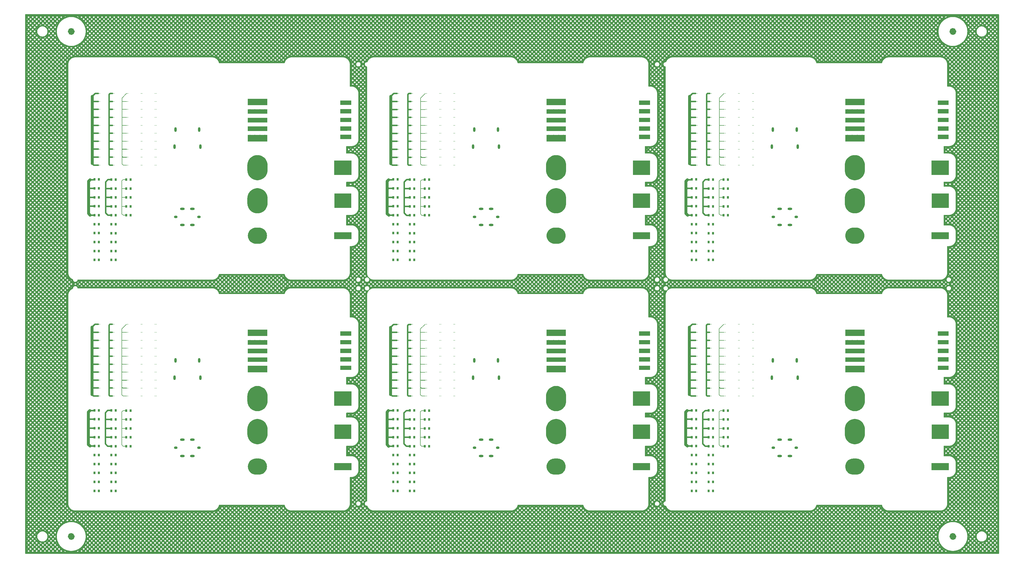
<source format=gbr>
%TF.GenerationSoftware,KiCad,Pcbnew,7.0.5*%
%TF.CreationDate,2023-08-22T12:35:02+01:00*%
%TF.ProjectId,PANELTEST141,50414e45-4c54-4455-9354-3134312e6b69,00.00*%
%TF.SameCoordinates,PX27b9fb5PYc4a79ca*%
%TF.FileFunction,Copper,L2,Bot*%
%TF.FilePolarity,Positive*%
%FSLAX46Y46*%
G04 Gerber Fmt 4.6, Leading zero omitted, Abs format (unit mm)*
G04 Created by KiCad (PCBNEW 7.0.5) date 2023-08-22 12:35:02*
%MOMM*%
%LPD*%
G01*
G04 APERTURE LIST*
%TA.AperFunction,EtchedComponent*%
%ADD10C,0.200000*%
%TD*%
%TA.AperFunction,EtchedComponent*%
%ADD11C,0.100000*%
%TD*%
%TA.AperFunction,EtchedComponent*%
%ADD12C,0.990000*%
%TD*%
%TA.AperFunction,EtchedComponent*%
%ADD13C,1.200000*%
%TD*%
%TA.AperFunction,ComponentPad*%
%ADD14O,0.800000X1.600000*%
%TD*%
%TA.AperFunction,ComponentPad*%
%ADD15C,1.498600*%
%TD*%
%TA.AperFunction,ComponentPad*%
%ADD16C,1.524000*%
%TD*%
%TA.AperFunction,ComponentPad*%
%ADD17O,1.200000X0.900000*%
%TD*%
%TA.AperFunction,ComponentPad*%
%ADD18O,1.600000X0.800000*%
%TD*%
%TA.AperFunction,SMDPad,CuDef*%
%ADD19R,0.150000X0.200000*%
%TD*%
%TA.AperFunction,SMDPad,CuDef*%
%ADD20R,0.762000X0.914400*%
%TD*%
%TA.AperFunction,Conductor*%
%ADD21C,1.000000*%
%TD*%
%TA.AperFunction,Conductor*%
%ADD22C,0.500000*%
%TD*%
%TA.AperFunction,Conductor*%
%ADD23C,0.000000*%
%TD*%
%TA.AperFunction,Conductor*%
%ADD24C,0.200000*%
%TD*%
%TA.AperFunction,Conductor*%
%ADD25C,0.250000*%
%TD*%
G04 APERTURE END LIST*
%TA.AperFunction,NonConductor*%
G36*
X316549871Y71160377D02*
G01*
X320329871Y71160377D01*
X320329871Y69660377D01*
X316549871Y69660377D01*
X316549871Y71160377D01*
G37*
%TD.AperFunction*%
%TA.AperFunction,NonConductor*%
G36*
X316559871Y65260377D02*
G01*
X320339871Y65260377D01*
X320339871Y63760377D01*
X316559871Y63760377D01*
X316559871Y65260377D01*
G37*
%TD.AperFunction*%
%TA.AperFunction,NonConductor*%
G36*
X210799871Y111560377D02*
G01*
X216799871Y111560377D01*
X216799871Y109160377D01*
X210799871Y109160377D01*
X210799871Y111560377D01*
G37*
%TD.AperFunction*%
%TA.AperFunction,NonConductor*%
G36*
X109359871Y145380377D02*
G01*
X113139871Y145380377D01*
X113139871Y143880377D01*
X109359871Y143880377D01*
X109359871Y145380377D01*
G37*
%TD.AperFunction*%
%TA.AperFunction,NonConductor*%
G36*
X107249871Y124990377D02*
G01*
X113149871Y124990377D01*
X113149871Y119990377D01*
X107249871Y119990377D01*
X107249871Y124990377D01*
G37*
%TD.AperFunction*%
%TA.AperFunction,NonConductor*%
G36*
X212949871Y148280377D02*
G01*
X216729871Y148280377D01*
X216729871Y146780377D01*
X212949871Y146780377D01*
X212949871Y148280377D01*
G37*
%TD.AperFunction*%
%TA.AperFunction,NonConductor*%
G36*
X316549871Y68160377D02*
G01*
X320329871Y68160377D01*
X320329871Y66660377D01*
X316549871Y66660377D01*
X316549871Y68160377D01*
G37*
%TD.AperFunction*%
%TA.AperFunction,NonConductor*%
G36*
X314399871Y31440377D02*
G01*
X320399871Y31440377D01*
X320399871Y29040377D01*
X314399871Y29040377D01*
X314399871Y31440377D01*
G37*
%TD.AperFunction*%
%TA.AperFunction,NonConductor*%
G36*
X109349871Y151280377D02*
G01*
X113129871Y151280377D01*
X113129871Y149780377D01*
X109349871Y149780377D01*
X109349871Y151280377D01*
G37*
%TD.AperFunction*%
%TA.AperFunction,NonConductor*%
G36*
X314399871Y136460377D02*
G01*
X320399871Y136460377D01*
X320399871Y131460377D01*
X314399871Y131460377D01*
X314399871Y136460377D01*
G37*
%TD.AperFunction*%
%TA.AperFunction,NonConductor*%
G36*
X316559871Y77160377D02*
G01*
X320339871Y77160377D01*
X320339871Y75660377D01*
X316559871Y75660377D01*
X316559871Y77160377D01*
G37*
%TD.AperFunction*%
%TA.AperFunction,NonConductor*%
G36*
X316559871Y145380377D02*
G01*
X320339871Y145380377D01*
X320339871Y143880377D01*
X316559871Y143880377D01*
X316559871Y145380377D01*
G37*
%TD.AperFunction*%
%TA.AperFunction,NonConductor*%
G36*
X107199871Y31440377D02*
G01*
X113199871Y31440377D01*
X113199871Y29040377D01*
X107199871Y29040377D01*
X107199871Y31440377D01*
G37*
%TD.AperFunction*%
%TA.AperFunction,NonConductor*%
G36*
X212959871Y145380377D02*
G01*
X216739871Y145380377D01*
X216739871Y143880377D01*
X212959871Y143880377D01*
X212959871Y145380377D01*
G37*
%TD.AperFunction*%
%TA.AperFunction,NonConductor*%
G36*
X109349871Y148280377D02*
G01*
X113129871Y148280377D01*
X113129871Y146780377D01*
X109349871Y146780377D01*
X109349871Y148280377D01*
G37*
%TD.AperFunction*%
%TA.AperFunction,NonConductor*%
G36*
X212949871Y68160377D02*
G01*
X216729871Y68160377D01*
X216729871Y66660377D01*
X212949871Y66660377D01*
X212949871Y68160377D01*
G37*
%TD.AperFunction*%
%TA.AperFunction,NonConductor*%
G36*
X212949871Y151280377D02*
G01*
X216729871Y151280377D01*
X216729871Y149780377D01*
X212949871Y149780377D01*
X212949871Y151280377D01*
G37*
%TD.AperFunction*%
%TA.AperFunction,NonConductor*%
G36*
X212949871Y74160377D02*
G01*
X216729871Y74160377D01*
X216729871Y72660377D01*
X212949871Y72660377D01*
X212949871Y74160377D01*
G37*
%TD.AperFunction*%
%TA.AperFunction,NonConductor*%
G36*
X314399871Y111560377D02*
G01*
X320399871Y111560377D01*
X320399871Y109160377D01*
X314399871Y109160377D01*
X314399871Y111560377D01*
G37*
%TD.AperFunction*%
%TA.AperFunction,NonConductor*%
G36*
X107199871Y111560377D02*
G01*
X113199871Y111560377D01*
X113199871Y109160377D01*
X107199871Y109160377D01*
X107199871Y111560377D01*
G37*
%TD.AperFunction*%
%TA.AperFunction,NonConductor*%
G36*
X316559871Y157280377D02*
G01*
X320339871Y157280377D01*
X320339871Y155780377D01*
X316559871Y155780377D01*
X316559871Y157280377D01*
G37*
%TD.AperFunction*%
%TA.AperFunction,NonConductor*%
G36*
X107249871Y44870377D02*
G01*
X113149871Y44870377D01*
X113149871Y39870377D01*
X107249871Y39870377D01*
X107249871Y44870377D01*
G37*
%TD.AperFunction*%
%TA.AperFunction,NonConductor*%
G36*
X210799871Y56340377D02*
G01*
X216799871Y56340377D01*
X216799871Y51340377D01*
X210799871Y51340377D01*
X210799871Y56340377D01*
G37*
%TD.AperFunction*%
%TA.AperFunction,NonConductor*%
G36*
X212949871Y154280377D02*
G01*
X216729871Y154280377D01*
X216729871Y152780377D01*
X212949871Y152780377D01*
X212949871Y154280377D01*
G37*
%TD.AperFunction*%
%TA.AperFunction,NonConductor*%
G36*
X314449871Y44870377D02*
G01*
X320349871Y44870377D01*
X320349871Y39870377D01*
X314449871Y39870377D01*
X314449871Y44870377D01*
G37*
%TD.AperFunction*%
%TA.AperFunction,NonConductor*%
G36*
X107199871Y136460377D02*
G01*
X113199871Y136460377D01*
X113199871Y131460377D01*
X107199871Y131460377D01*
X107199871Y136460377D01*
G37*
%TD.AperFunction*%
%TA.AperFunction,NonConductor*%
G36*
X212959871Y65260377D02*
G01*
X216739871Y65260377D01*
X216739871Y63760377D01*
X212959871Y63760377D01*
X212959871Y65260377D01*
G37*
%TD.AperFunction*%
%TA.AperFunction,NonConductor*%
G36*
X212949871Y71160377D02*
G01*
X216729871Y71160377D01*
X216729871Y69660377D01*
X212949871Y69660377D01*
X212949871Y71160377D01*
G37*
%TD.AperFunction*%
%TA.AperFunction,NonConductor*%
G36*
X314449871Y124990377D02*
G01*
X320349871Y124990377D01*
X320349871Y119990377D01*
X314449871Y119990377D01*
X314449871Y124990377D01*
G37*
%TD.AperFunction*%
%TA.AperFunction,NonConductor*%
G36*
X316549871Y151280377D02*
G01*
X320329871Y151280377D01*
X320329871Y149780377D01*
X316549871Y149780377D01*
X316549871Y151280377D01*
G37*
%TD.AperFunction*%
%TA.AperFunction,NonConductor*%
G36*
X210799871Y136460377D02*
G01*
X216799871Y136460377D01*
X216799871Y131460377D01*
X210799871Y131460377D01*
X210799871Y136460377D01*
G37*
%TD.AperFunction*%
%TA.AperFunction,NonConductor*%
G36*
X316549871Y148280377D02*
G01*
X320329871Y148280377D01*
X320329871Y146780377D01*
X316549871Y146780377D01*
X316549871Y148280377D01*
G37*
%TD.AperFunction*%
%TA.AperFunction,NonConductor*%
G36*
X316549871Y74160377D02*
G01*
X320329871Y74160377D01*
X320329871Y72660377D01*
X316549871Y72660377D01*
X316549871Y74160377D01*
G37*
%TD.AperFunction*%
%TA.AperFunction,NonConductor*%
G36*
X109359871Y77160377D02*
G01*
X113139871Y77160377D01*
X113139871Y75660377D01*
X109359871Y75660377D01*
X109359871Y77160377D01*
G37*
%TD.AperFunction*%
%TA.AperFunction,NonConductor*%
G36*
X316549871Y154280377D02*
G01*
X320329871Y154280377D01*
X320329871Y152780377D01*
X316549871Y152780377D01*
X316549871Y154280377D01*
G37*
%TD.AperFunction*%
%TA.AperFunction,NonConductor*%
G36*
X212959871Y77160377D02*
G01*
X216739871Y77160377D01*
X216739871Y75660377D01*
X212959871Y75660377D01*
X212959871Y77160377D01*
G37*
%TD.AperFunction*%
%TA.AperFunction,NonConductor*%
G36*
X109349871Y71160377D02*
G01*
X113129871Y71160377D01*
X113129871Y69660377D01*
X109349871Y69660377D01*
X109349871Y71160377D01*
G37*
%TD.AperFunction*%
%TA.AperFunction,NonConductor*%
G36*
X109349871Y154280377D02*
G01*
X113129871Y154280377D01*
X113129871Y152780377D01*
X109349871Y152780377D01*
X109349871Y154280377D01*
G37*
%TD.AperFunction*%
%TA.AperFunction,NonConductor*%
G36*
X210799871Y31440377D02*
G01*
X216799871Y31440377D01*
X216799871Y29040377D01*
X210799871Y29040377D01*
X210799871Y31440377D01*
G37*
%TD.AperFunction*%
%TA.AperFunction,NonConductor*%
G36*
X109349871Y68160377D02*
G01*
X113129871Y68160377D01*
X113129871Y66660377D01*
X109349871Y66660377D01*
X109349871Y68160377D01*
G37*
%TD.AperFunction*%
%TA.AperFunction,NonConductor*%
G36*
X109359871Y157280377D02*
G01*
X113139871Y157280377D01*
X113139871Y155780377D01*
X109359871Y155780377D01*
X109359871Y157280377D01*
G37*
%TD.AperFunction*%
%TA.AperFunction,NonConductor*%
G36*
X314399871Y56340377D02*
G01*
X320399871Y56340377D01*
X320399871Y51340377D01*
X314399871Y51340377D01*
X314399871Y56340377D01*
G37*
%TD.AperFunction*%
%TA.AperFunction,NonConductor*%
G36*
X109359871Y65260377D02*
G01*
X113139871Y65260377D01*
X113139871Y63760377D01*
X109359871Y63760377D01*
X109359871Y65260377D01*
G37*
%TD.AperFunction*%
%TA.AperFunction,NonConductor*%
G36*
X109349871Y74160377D02*
G01*
X113129871Y74160377D01*
X113129871Y72660377D01*
X109349871Y72660377D01*
X109349871Y74160377D01*
G37*
%TD.AperFunction*%
%TA.AperFunction,NonConductor*%
G36*
X210849871Y124990377D02*
G01*
X216749871Y124990377D01*
X216749871Y119990377D01*
X210849871Y119990377D01*
X210849871Y124990377D01*
G37*
%TD.AperFunction*%
%TA.AperFunction,NonConductor*%
G36*
X210849871Y44870377D02*
G01*
X216749871Y44870377D01*
X216749871Y39870377D01*
X210849871Y39870377D01*
X210849871Y44870377D01*
G37*
%TD.AperFunction*%
%TA.AperFunction,NonConductor*%
G36*
X212959871Y157280377D02*
G01*
X216739871Y157280377D01*
X216739871Y155780377D01*
X212959871Y155780377D01*
X212959871Y157280377D01*
G37*
%TD.AperFunction*%
%TA.AperFunction,NonConductor*%
G36*
X107199871Y56340377D02*
G01*
X113199871Y56340377D01*
X113199871Y51340377D01*
X107199871Y51340377D01*
X107199871Y56340377D01*
G37*
%TD.AperFunction*%
%TO.C,TAB2*%
D10*
X81129948Y58085587D02*
X81489485Y58006447D01*
X81838359Y57888898D01*
X82172478Y57734318D01*
X82487925Y57544520D01*
X82781002Y57321728D01*
X83048274Y57068555D01*
X83286605Y56787969D01*
X83493203Y56483260D01*
X83665645Y56158000D01*
X83801910Y55816002D01*
X83900399Y55461276D01*
X83959958Y55097982D01*
X83979890Y54730378D01*
X83979889Y54730377D01*
X83979889Y52950377D01*
X83959958Y52582772D01*
X83900399Y52219478D01*
X83801910Y51864752D01*
X83665645Y51522754D01*
X83493203Y51197494D01*
X83286605Y50892785D01*
X83048274Y50612199D01*
X82781002Y50359026D01*
X82487925Y50136234D01*
X82172478Y49946436D01*
X81838359Y49791856D01*
X81489485Y49674307D01*
X81129948Y49595167D01*
X80763961Y49555363D01*
X80395817Y49555363D01*
X80029830Y49595167D01*
X79670293Y49674307D01*
X79321419Y49791856D01*
X78987300Y49946436D01*
X78671853Y50136234D01*
X78378776Y50359026D01*
X78111504Y50612199D01*
X77873173Y50892785D01*
X77666575Y51197494D01*
X77494133Y51522754D01*
X77357868Y51864752D01*
X77259379Y52219478D01*
X77199820Y52582772D01*
X77179889Y52950377D01*
X77179889Y54730377D01*
X77179889Y54730378D01*
X77199820Y55097982D01*
X77259379Y55461276D01*
X77357868Y55816002D01*
X77494133Y56158000D01*
X77666575Y56483260D01*
X77873173Y56787969D01*
X78111504Y57068555D01*
X78378776Y57321728D01*
X78671853Y57544520D01*
X78987300Y57734318D01*
X79321419Y57888898D01*
X79670293Y58006447D01*
X80029830Y58085587D01*
X80395817Y58125391D01*
X80763961Y58125391D01*
X81129948Y58085587D01*
%TA.AperFunction,EtchedComponent*%
G36*
X81129948Y58085587D02*
G01*
X81489485Y58006447D01*
X81838359Y57888898D01*
X82172478Y57734318D01*
X82487925Y57544520D01*
X82781002Y57321728D01*
X83048274Y57068555D01*
X83286605Y56787969D01*
X83493203Y56483260D01*
X83665645Y56158000D01*
X83801910Y55816002D01*
X83900399Y55461276D01*
X83959958Y55097982D01*
X83979890Y54730378D01*
X83979889Y54730377D01*
X83979889Y52950377D01*
X83959958Y52582772D01*
X83900399Y52219478D01*
X83801910Y51864752D01*
X83665645Y51522754D01*
X83493203Y51197494D01*
X83286605Y50892785D01*
X83048274Y50612199D01*
X82781002Y50359026D01*
X82487925Y50136234D01*
X82172478Y49946436D01*
X81838359Y49791856D01*
X81489485Y49674307D01*
X81129948Y49595167D01*
X80763961Y49555363D01*
X80395817Y49555363D01*
X80029830Y49595167D01*
X79670293Y49674307D01*
X79321419Y49791856D01*
X78987300Y49946436D01*
X78671853Y50136234D01*
X78378776Y50359026D01*
X78111504Y50612199D01*
X77873173Y50892785D01*
X77666575Y51197494D01*
X77494133Y51522754D01*
X77357868Y51864752D01*
X77259379Y52219478D01*
X77199820Y52582772D01*
X77179889Y52950377D01*
X77179889Y54730377D01*
X77179889Y54730378D01*
X77199820Y55097982D01*
X77259379Y55461276D01*
X77357868Y55816002D01*
X77494133Y56158000D01*
X77666575Y56483260D01*
X77873173Y56787969D01*
X78111504Y57068555D01*
X78378776Y57321728D01*
X78671853Y57544520D01*
X78987300Y57734318D01*
X79321419Y57888898D01*
X79670293Y58006447D01*
X80029830Y58085587D01*
X80395817Y58125391D01*
X80763961Y58125391D01*
X81129948Y58085587D01*
G37*
%TD.AperFunction*%
%TO.C,TAB3*%
X184729948Y126735587D02*
X185089485Y126656447D01*
X185438359Y126538898D01*
X185772478Y126384318D01*
X186087925Y126194520D01*
X186381002Y125971728D01*
X186648274Y125718555D01*
X186886605Y125437969D01*
X187093203Y125133260D01*
X187265645Y124808000D01*
X187401910Y124466002D01*
X187500399Y124111276D01*
X187559958Y123747982D01*
X187579890Y123380378D01*
X187579889Y123380377D01*
X187579889Y121600377D01*
X187559958Y121232772D01*
X187500399Y120869478D01*
X187401910Y120514752D01*
X187265645Y120172754D01*
X187093203Y119847494D01*
X186886605Y119542785D01*
X186648274Y119262199D01*
X186381002Y119009026D01*
X186087925Y118786234D01*
X185772478Y118596436D01*
X185438359Y118441856D01*
X185089485Y118324307D01*
X184729948Y118245167D01*
X184363961Y118205363D01*
X183995817Y118205363D01*
X183629830Y118245167D01*
X183270293Y118324307D01*
X182921419Y118441856D01*
X182587300Y118596436D01*
X182271853Y118786234D01*
X181978776Y119009026D01*
X181711504Y119262199D01*
X181473173Y119542785D01*
X181266575Y119847494D01*
X181094133Y120172754D01*
X180957868Y120514752D01*
X180859379Y120869478D01*
X180799820Y121232772D01*
X180779889Y121600377D01*
X180779889Y123380377D01*
X180779889Y123380378D01*
X180799820Y123747982D01*
X180859379Y124111276D01*
X180957868Y124466002D01*
X181094133Y124808000D01*
X181266575Y125133260D01*
X181473173Y125437969D01*
X181711504Y125718555D01*
X181978776Y125971728D01*
X182271853Y126194520D01*
X182587300Y126384318D01*
X182921419Y126538898D01*
X183270293Y126656447D01*
X183629830Y126735587D01*
X183995817Y126775391D01*
X184363961Y126775391D01*
X184729948Y126735587D01*
%TA.AperFunction,EtchedComponent*%
G36*
X184729948Y126735587D02*
G01*
X185089485Y126656447D01*
X185438359Y126538898D01*
X185772478Y126384318D01*
X186087925Y126194520D01*
X186381002Y125971728D01*
X186648274Y125718555D01*
X186886605Y125437969D01*
X187093203Y125133260D01*
X187265645Y124808000D01*
X187401910Y124466002D01*
X187500399Y124111276D01*
X187559958Y123747982D01*
X187579890Y123380378D01*
X187579889Y123380377D01*
X187579889Y121600377D01*
X187559958Y121232772D01*
X187500399Y120869478D01*
X187401910Y120514752D01*
X187265645Y120172754D01*
X187093203Y119847494D01*
X186886605Y119542785D01*
X186648274Y119262199D01*
X186381002Y119009026D01*
X186087925Y118786234D01*
X185772478Y118596436D01*
X185438359Y118441856D01*
X185089485Y118324307D01*
X184729948Y118245167D01*
X184363961Y118205363D01*
X183995817Y118205363D01*
X183629830Y118245167D01*
X183270293Y118324307D01*
X182921419Y118441856D01*
X182587300Y118596436D01*
X182271853Y118786234D01*
X181978776Y119009026D01*
X181711504Y119262199D01*
X181473173Y119542785D01*
X181266575Y119847494D01*
X181094133Y120172754D01*
X180957868Y120514752D01*
X180859379Y120869478D01*
X180799820Y121232772D01*
X180779889Y121600377D01*
X180779889Y123380377D01*
X180779889Y123380378D01*
X180799820Y123747982D01*
X180859379Y124111276D01*
X180957868Y124466002D01*
X181094133Y124808000D01*
X181266575Y125133260D01*
X181473173Y125437969D01*
X181711504Y125718555D01*
X181978776Y125971728D01*
X182271853Y126194520D01*
X182587300Y126384318D01*
X182921419Y126538898D01*
X183270293Y126656447D01*
X183629830Y126735587D01*
X183995817Y126775391D01*
X184363961Y126775391D01*
X184729948Y126735587D01*
G37*
%TD.AperFunction*%
X81129948Y46615587D02*
X81489485Y46536447D01*
X81838359Y46418898D01*
X82172478Y46264318D01*
X82487925Y46074520D01*
X82781002Y45851728D01*
X83048274Y45598555D01*
X83286605Y45317969D01*
X83493203Y45013260D01*
X83665645Y44688000D01*
X83801910Y44346002D01*
X83900399Y43991276D01*
X83959958Y43627982D01*
X83979890Y43260378D01*
X83979889Y43260377D01*
X83979889Y41480377D01*
X83959958Y41112772D01*
X83900399Y40749478D01*
X83801910Y40394752D01*
X83665645Y40052754D01*
X83493203Y39727494D01*
X83286605Y39422785D01*
X83048274Y39142199D01*
X82781002Y38889026D01*
X82487925Y38666234D01*
X82172478Y38476436D01*
X81838359Y38321856D01*
X81489485Y38204307D01*
X81129948Y38125167D01*
X80763961Y38085363D01*
X80395817Y38085363D01*
X80029830Y38125167D01*
X79670293Y38204307D01*
X79321419Y38321856D01*
X78987300Y38476436D01*
X78671853Y38666234D01*
X78378776Y38889026D01*
X78111504Y39142199D01*
X77873173Y39422785D01*
X77666575Y39727494D01*
X77494133Y40052754D01*
X77357868Y40394752D01*
X77259379Y40749478D01*
X77199820Y41112772D01*
X77179889Y41480377D01*
X77179889Y43260377D01*
X77179889Y43260378D01*
X77199820Y43627982D01*
X77259379Y43991276D01*
X77357868Y44346002D01*
X77494133Y44688000D01*
X77666575Y45013260D01*
X77873173Y45317969D01*
X78111504Y45598555D01*
X78378776Y45851728D01*
X78671853Y46074520D01*
X78987300Y46264318D01*
X79321419Y46418898D01*
X79670293Y46536447D01*
X80029830Y46615587D01*
X80395817Y46655391D01*
X80763961Y46655391D01*
X81129948Y46615587D01*
%TA.AperFunction,EtchedComponent*%
G36*
X81129948Y46615587D02*
G01*
X81489485Y46536447D01*
X81838359Y46418898D01*
X82172478Y46264318D01*
X82487925Y46074520D01*
X82781002Y45851728D01*
X83048274Y45598555D01*
X83286605Y45317969D01*
X83493203Y45013260D01*
X83665645Y44688000D01*
X83801910Y44346002D01*
X83900399Y43991276D01*
X83959958Y43627982D01*
X83979890Y43260378D01*
X83979889Y43260377D01*
X83979889Y41480377D01*
X83959958Y41112772D01*
X83900399Y40749478D01*
X83801910Y40394752D01*
X83665645Y40052754D01*
X83493203Y39727494D01*
X83286605Y39422785D01*
X83048274Y39142199D01*
X82781002Y38889026D01*
X82487925Y38666234D01*
X82172478Y38476436D01*
X81838359Y38321856D01*
X81489485Y38204307D01*
X81129948Y38125167D01*
X80763961Y38085363D01*
X80395817Y38085363D01*
X80029830Y38125167D01*
X79670293Y38204307D01*
X79321419Y38321856D01*
X78987300Y38476436D01*
X78671853Y38666234D01*
X78378776Y38889026D01*
X78111504Y39142199D01*
X77873173Y39422785D01*
X77666575Y39727494D01*
X77494133Y40052754D01*
X77357868Y40394752D01*
X77259379Y40749478D01*
X77199820Y41112772D01*
X77179889Y41480377D01*
X77179889Y43260377D01*
X77179889Y43260378D01*
X77199820Y43627982D01*
X77259379Y43991276D01*
X77357868Y44346002D01*
X77494133Y44688000D01*
X77666575Y45013260D01*
X77873173Y45317969D01*
X78111504Y45598555D01*
X78378776Y45851728D01*
X78671853Y46074520D01*
X78987300Y46264318D01*
X79321419Y46418898D01*
X79670293Y46536447D01*
X80029830Y46615587D01*
X80395817Y46655391D01*
X80763961Y46655391D01*
X81129948Y46615587D01*
G37*
%TD.AperFunction*%
D11*
%TO.C,TAB1*%
X291089889Y77740377D02*
X284469889Y77740377D01*
X284469889Y77740377D02*
X284469889Y75640377D01*
X284469889Y75640377D02*
X291089889Y75640377D01*
X291089889Y75640377D02*
X291089889Y77740377D01*
G36*
X291089889Y77740377D02*
G01*
X284469889Y77740377D01*
X284469889Y75640377D01*
X291089889Y75640377D01*
X291089889Y77740377D01*
G37*
X291089889Y74140377D02*
X284469889Y74140377D01*
X284469889Y74140377D02*
X284469889Y72640377D01*
X284469889Y72640377D02*
X291089889Y72640377D01*
X291089889Y72640377D02*
X291089889Y74140377D01*
G36*
X291089889Y74140377D02*
G01*
X284469889Y74140377D01*
X284469889Y72640377D01*
X291089889Y72640377D01*
X291089889Y74140377D01*
G37*
X291089889Y71140377D02*
X284469889Y71140377D01*
X284469889Y71140377D02*
X284469889Y69640377D01*
X284469889Y69640377D02*
X291089889Y69640377D01*
X291089889Y69640377D02*
X291089889Y71140377D01*
G36*
X291089889Y71140377D02*
G01*
X284469889Y71140377D01*
X284469889Y69640377D01*
X291089889Y69640377D01*
X291089889Y71140377D01*
G37*
X291089889Y68140377D02*
X284469889Y68140377D01*
X284469889Y68140377D02*
X284469889Y66640377D01*
X284469889Y66640377D02*
X291089889Y66640377D01*
X291089889Y66640377D02*
X291089889Y68140377D01*
G36*
X291089889Y68140377D02*
G01*
X284469889Y68140377D01*
X284469889Y66640377D01*
X291089889Y66640377D01*
X291089889Y68140377D01*
G37*
X291089889Y65250377D02*
X284469889Y65250377D01*
X284469889Y65250377D02*
X284469889Y63040377D01*
X284469889Y63040377D02*
X291089889Y63040377D01*
X291089889Y63040377D02*
X291089889Y65250377D01*
G36*
X291089889Y65250377D02*
G01*
X284469889Y65250377D01*
X284469889Y63040377D01*
X291089889Y63040377D01*
X291089889Y65250377D01*
G37*
%TO.C,TAB2*%
D10*
X184729948Y138205587D02*
X185089485Y138126447D01*
X185438359Y138008898D01*
X185772478Y137854318D01*
X186087925Y137664520D01*
X186381002Y137441728D01*
X186648274Y137188555D01*
X186886605Y136907969D01*
X187093203Y136603260D01*
X187265645Y136278000D01*
X187401910Y135936002D01*
X187500399Y135581276D01*
X187559958Y135217982D01*
X187579890Y134850378D01*
X187579889Y134850377D01*
X187579889Y133070377D01*
X187559958Y132702772D01*
X187500399Y132339478D01*
X187401910Y131984752D01*
X187265645Y131642754D01*
X187093203Y131317494D01*
X186886605Y131012785D01*
X186648274Y130732199D01*
X186381002Y130479026D01*
X186087925Y130256234D01*
X185772478Y130066436D01*
X185438359Y129911856D01*
X185089485Y129794307D01*
X184729948Y129715167D01*
X184363961Y129675363D01*
X183995817Y129675363D01*
X183629830Y129715167D01*
X183270293Y129794307D01*
X182921419Y129911856D01*
X182587300Y130066436D01*
X182271853Y130256234D01*
X181978776Y130479026D01*
X181711504Y130732199D01*
X181473173Y131012785D01*
X181266575Y131317494D01*
X181094133Y131642754D01*
X180957868Y131984752D01*
X180859379Y132339478D01*
X180799820Y132702772D01*
X180779889Y133070377D01*
X180779889Y134850377D01*
X180779889Y134850378D01*
X180799820Y135217982D01*
X180859379Y135581276D01*
X180957868Y135936002D01*
X181094133Y136278000D01*
X181266575Y136603260D01*
X181473173Y136907969D01*
X181711504Y137188555D01*
X181978776Y137441728D01*
X182271853Y137664520D01*
X182587300Y137854318D01*
X182921419Y138008898D01*
X183270293Y138126447D01*
X183629830Y138205587D01*
X183995817Y138245391D01*
X184363961Y138245391D01*
X184729948Y138205587D01*
%TA.AperFunction,EtchedComponent*%
G36*
X184729948Y138205587D02*
G01*
X185089485Y138126447D01*
X185438359Y138008898D01*
X185772478Y137854318D01*
X186087925Y137664520D01*
X186381002Y137441728D01*
X186648274Y137188555D01*
X186886605Y136907969D01*
X187093203Y136603260D01*
X187265645Y136278000D01*
X187401910Y135936002D01*
X187500399Y135581276D01*
X187559958Y135217982D01*
X187579890Y134850378D01*
X187579889Y134850377D01*
X187579889Y133070377D01*
X187559958Y132702772D01*
X187500399Y132339478D01*
X187401910Y131984752D01*
X187265645Y131642754D01*
X187093203Y131317494D01*
X186886605Y131012785D01*
X186648274Y130732199D01*
X186381002Y130479026D01*
X186087925Y130256234D01*
X185772478Y130066436D01*
X185438359Y129911856D01*
X185089485Y129794307D01*
X184729948Y129715167D01*
X184363961Y129675363D01*
X183995817Y129675363D01*
X183629830Y129715167D01*
X183270293Y129794307D01*
X182921419Y129911856D01*
X182587300Y130066436D01*
X182271853Y130256234D01*
X181978776Y130479026D01*
X181711504Y130732199D01*
X181473173Y131012785D01*
X181266575Y131317494D01*
X181094133Y131642754D01*
X180957868Y131984752D01*
X180859379Y132339478D01*
X180799820Y132702772D01*
X180779889Y133070377D01*
X180779889Y134850377D01*
X180779889Y134850378D01*
X180799820Y135217982D01*
X180859379Y135581276D01*
X180957868Y135936002D01*
X181094133Y136278000D01*
X181266575Y136603260D01*
X181473173Y136907969D01*
X181711504Y137188555D01*
X181978776Y137441728D01*
X182271853Y137664520D01*
X182587300Y137854318D01*
X182921419Y138008898D01*
X183270293Y138126447D01*
X183629830Y138205587D01*
X183995817Y138245391D01*
X184363961Y138245391D01*
X184729948Y138205587D01*
G37*
%TD.AperFunction*%
%TO.C,REF\u002A\u002A*%
D12*
X16494871Y181230377D02*
G75*
G03*
X16494871Y181230377I-495000J0D01*
G01*
D13*
X16599871Y181230377D02*
G75*
G03*
X16599871Y181230377I-600000J0D01*
G01*
D12*
X322294871Y181230377D02*
G75*
G03*
X322294871Y181230377I-495000J0D01*
G01*
D13*
X322399871Y181230377D02*
G75*
G03*
X322399871Y181230377I-600000J0D01*
G01*
%TO.C,TAB2*%
D10*
X288329948Y58085587D02*
X288689485Y58006447D01*
X289038359Y57888898D01*
X289372478Y57734318D01*
X289687925Y57544520D01*
X289981002Y57321728D01*
X290248274Y57068555D01*
X290486605Y56787969D01*
X290693203Y56483260D01*
X290865645Y56158000D01*
X291001910Y55816002D01*
X291100399Y55461276D01*
X291159958Y55097982D01*
X291179890Y54730378D01*
X291179889Y54730377D01*
X291179889Y52950377D01*
X291159958Y52582772D01*
X291100399Y52219478D01*
X291001910Y51864752D01*
X290865645Y51522754D01*
X290693203Y51197494D01*
X290486605Y50892785D01*
X290248274Y50612199D01*
X289981002Y50359026D01*
X289687925Y50136234D01*
X289372478Y49946436D01*
X289038359Y49791856D01*
X288689485Y49674307D01*
X288329948Y49595167D01*
X287963961Y49555363D01*
X287595817Y49555363D01*
X287229830Y49595167D01*
X286870293Y49674307D01*
X286521419Y49791856D01*
X286187300Y49946436D01*
X285871853Y50136234D01*
X285578776Y50359026D01*
X285311504Y50612199D01*
X285073173Y50892785D01*
X284866575Y51197494D01*
X284694133Y51522754D01*
X284557868Y51864752D01*
X284459379Y52219478D01*
X284399820Y52582772D01*
X284379889Y52950377D01*
X284379889Y54730377D01*
X284379889Y54730378D01*
X284399820Y55097982D01*
X284459379Y55461276D01*
X284557868Y55816002D01*
X284694133Y56158000D01*
X284866575Y56483260D01*
X285073173Y56787969D01*
X285311504Y57068555D01*
X285578776Y57321728D01*
X285871853Y57544520D01*
X286187300Y57734318D01*
X286521419Y57888898D01*
X286870293Y58006447D01*
X287229830Y58085587D01*
X287595817Y58125391D01*
X287963961Y58125391D01*
X288329948Y58085587D01*
%TA.AperFunction,EtchedComponent*%
G36*
X288329948Y58085587D02*
G01*
X288689485Y58006447D01*
X289038359Y57888898D01*
X289372478Y57734318D01*
X289687925Y57544520D01*
X289981002Y57321728D01*
X290248274Y57068555D01*
X290486605Y56787969D01*
X290693203Y56483260D01*
X290865645Y56158000D01*
X291001910Y55816002D01*
X291100399Y55461276D01*
X291159958Y55097982D01*
X291179890Y54730378D01*
X291179889Y54730377D01*
X291179889Y52950377D01*
X291159958Y52582772D01*
X291100399Y52219478D01*
X291001910Y51864752D01*
X290865645Y51522754D01*
X290693203Y51197494D01*
X290486605Y50892785D01*
X290248274Y50612199D01*
X289981002Y50359026D01*
X289687925Y50136234D01*
X289372478Y49946436D01*
X289038359Y49791856D01*
X288689485Y49674307D01*
X288329948Y49595167D01*
X287963961Y49555363D01*
X287595817Y49555363D01*
X287229830Y49595167D01*
X286870293Y49674307D01*
X286521419Y49791856D01*
X286187300Y49946436D01*
X285871853Y50136234D01*
X285578776Y50359026D01*
X285311504Y50612199D01*
X285073173Y50892785D01*
X284866575Y51197494D01*
X284694133Y51522754D01*
X284557868Y51864752D01*
X284459379Y52219478D01*
X284399820Y52582772D01*
X284379889Y52950377D01*
X284379889Y54730377D01*
X284379889Y54730378D01*
X284399820Y55097982D01*
X284459379Y55461276D01*
X284557868Y55816002D01*
X284694133Y56158000D01*
X284866575Y56483260D01*
X285073173Y56787969D01*
X285311504Y57068555D01*
X285578776Y57321728D01*
X285871853Y57544520D01*
X286187300Y57734318D01*
X286521419Y57888898D01*
X286870293Y58006447D01*
X287229830Y58085587D01*
X287595817Y58125391D01*
X287963961Y58125391D01*
X288329948Y58085587D01*
G37*
%TD.AperFunction*%
X81129948Y138205587D02*
X81489485Y138126447D01*
X81838359Y138008898D01*
X82172478Y137854318D01*
X82487925Y137664520D01*
X82781002Y137441728D01*
X83048274Y137188555D01*
X83286605Y136907969D01*
X83493203Y136603260D01*
X83665645Y136278000D01*
X83801910Y135936002D01*
X83900399Y135581276D01*
X83959958Y135217982D01*
X83979890Y134850378D01*
X83979889Y134850377D01*
X83979889Y133070377D01*
X83959958Y132702772D01*
X83900399Y132339478D01*
X83801910Y131984752D01*
X83665645Y131642754D01*
X83493203Y131317494D01*
X83286605Y131012785D01*
X83048274Y130732199D01*
X82781002Y130479026D01*
X82487925Y130256234D01*
X82172478Y130066436D01*
X81838359Y129911856D01*
X81489485Y129794307D01*
X81129948Y129715167D01*
X80763961Y129675363D01*
X80395817Y129675363D01*
X80029830Y129715167D01*
X79670293Y129794307D01*
X79321419Y129911856D01*
X78987300Y130066436D01*
X78671853Y130256234D01*
X78378776Y130479026D01*
X78111504Y130732199D01*
X77873173Y131012785D01*
X77666575Y131317494D01*
X77494133Y131642754D01*
X77357868Y131984752D01*
X77259379Y132339478D01*
X77199820Y132702772D01*
X77179889Y133070377D01*
X77179889Y134850377D01*
X77179889Y134850378D01*
X77199820Y135217982D01*
X77259379Y135581276D01*
X77357868Y135936002D01*
X77494133Y136278000D01*
X77666575Y136603260D01*
X77873173Y136907969D01*
X78111504Y137188555D01*
X78378776Y137441728D01*
X78671853Y137664520D01*
X78987300Y137854318D01*
X79321419Y138008898D01*
X79670293Y138126447D01*
X80029830Y138205587D01*
X80395817Y138245391D01*
X80763961Y138245391D01*
X81129948Y138205587D01*
%TA.AperFunction,EtchedComponent*%
G36*
X81129948Y138205587D02*
G01*
X81489485Y138126447D01*
X81838359Y138008898D01*
X82172478Y137854318D01*
X82487925Y137664520D01*
X82781002Y137441728D01*
X83048274Y137188555D01*
X83286605Y136907969D01*
X83493203Y136603260D01*
X83665645Y136278000D01*
X83801910Y135936002D01*
X83900399Y135581276D01*
X83959958Y135217982D01*
X83979890Y134850378D01*
X83979889Y134850377D01*
X83979889Y133070377D01*
X83959958Y132702772D01*
X83900399Y132339478D01*
X83801910Y131984752D01*
X83665645Y131642754D01*
X83493203Y131317494D01*
X83286605Y131012785D01*
X83048274Y130732199D01*
X82781002Y130479026D01*
X82487925Y130256234D01*
X82172478Y130066436D01*
X81838359Y129911856D01*
X81489485Y129794307D01*
X81129948Y129715167D01*
X80763961Y129675363D01*
X80395817Y129675363D01*
X80029830Y129715167D01*
X79670293Y129794307D01*
X79321419Y129911856D01*
X78987300Y130066436D01*
X78671853Y130256234D01*
X78378776Y130479026D01*
X78111504Y130732199D01*
X77873173Y131012785D01*
X77666575Y131317494D01*
X77494133Y131642754D01*
X77357868Y131984752D01*
X77259379Y132339478D01*
X77199820Y132702772D01*
X77179889Y133070377D01*
X77179889Y134850377D01*
X77179889Y134850378D01*
X77199820Y135217982D01*
X77259379Y135581276D01*
X77357868Y135936002D01*
X77494133Y136278000D01*
X77666575Y136603260D01*
X77873173Y136907969D01*
X78111504Y137188555D01*
X78378776Y137441728D01*
X78671853Y137664520D01*
X78987300Y137854318D01*
X79321419Y138008898D01*
X79670293Y138126447D01*
X80029830Y138205587D01*
X80395817Y138245391D01*
X80763961Y138245391D01*
X81129948Y138205587D01*
G37*
%TD.AperFunction*%
%TO.C,TAB4*%
X81434915Y113037214D02*
X81755202Y112978520D01*
X82066079Y112881646D01*
X82363013Y112748007D01*
X82641673Y112579551D01*
X82897997Y112378735D01*
X83128246Y112148486D01*
X83329062Y111892162D01*
X83497518Y111613502D01*
X83631157Y111316568D01*
X83728031Y111005691D01*
X83786725Y110685404D01*
X83806386Y110360377D01*
X83786725Y110035350D01*
X83728031Y109715063D01*
X83631157Y109404186D01*
X83497518Y109107252D01*
X83329062Y108828592D01*
X83128246Y108572268D01*
X82897997Y108342019D01*
X82641673Y108141203D01*
X82363013Y107972747D01*
X82066079Y107839108D01*
X81755202Y107742234D01*
X81434915Y107683540D01*
X81109888Y107663879D01*
X81109871Y107663880D01*
X80049905Y107663880D01*
X80049888Y107663879D01*
X79724861Y107683540D01*
X79404574Y107742234D01*
X79093697Y107839108D01*
X78796763Y107972747D01*
X78518103Y108141203D01*
X78261779Y108342019D01*
X78031530Y108572268D01*
X77830714Y108828592D01*
X77662258Y109107252D01*
X77528619Y109404186D01*
X77431745Y109715063D01*
X77373051Y110035350D01*
X77353390Y110360377D01*
X77373051Y110685404D01*
X77431745Y111005691D01*
X77528619Y111316568D01*
X77662258Y111613502D01*
X77830714Y111892162D01*
X78031530Y112148486D01*
X78261779Y112378735D01*
X78518103Y112579551D01*
X78796763Y112748007D01*
X79093697Y112881646D01*
X79404574Y112978520D01*
X79724861Y113037214D01*
X80049888Y113056875D01*
X80049905Y113056874D01*
X81109871Y113056874D01*
X81109888Y113056875D01*
X81434915Y113037214D01*
%TA.AperFunction,EtchedComponent*%
G36*
X81434915Y113037214D02*
G01*
X81755202Y112978520D01*
X82066079Y112881646D01*
X82363013Y112748007D01*
X82641673Y112579551D01*
X82897997Y112378735D01*
X83128246Y112148486D01*
X83329062Y111892162D01*
X83497518Y111613502D01*
X83631157Y111316568D01*
X83728031Y111005691D01*
X83786725Y110685404D01*
X83806386Y110360377D01*
X83786725Y110035350D01*
X83728031Y109715063D01*
X83631157Y109404186D01*
X83497518Y109107252D01*
X83329062Y108828592D01*
X83128246Y108572268D01*
X82897997Y108342019D01*
X82641673Y108141203D01*
X82363013Y107972747D01*
X82066079Y107839108D01*
X81755202Y107742234D01*
X81434915Y107683540D01*
X81109888Y107663879D01*
X81109871Y107663880D01*
X80049905Y107663880D01*
X80049888Y107663879D01*
X79724861Y107683540D01*
X79404574Y107742234D01*
X79093697Y107839108D01*
X78796763Y107972747D01*
X78518103Y108141203D01*
X78261779Y108342019D01*
X78031530Y108572268D01*
X77830714Y108828592D01*
X77662258Y109107252D01*
X77528619Y109404186D01*
X77431745Y109715063D01*
X77373051Y110035350D01*
X77353390Y110360377D01*
X77373051Y110685404D01*
X77431745Y111005691D01*
X77528619Y111316568D01*
X77662258Y111613502D01*
X77830714Y111892162D01*
X78031530Y112148486D01*
X78261779Y112378735D01*
X78518103Y112579551D01*
X78796763Y112748007D01*
X79093697Y112881646D01*
X79404574Y112978520D01*
X79724861Y113037214D01*
X80049888Y113056875D01*
X80049905Y113056874D01*
X81109871Y113056874D01*
X81109888Y113056875D01*
X81434915Y113037214D01*
G37*
%TD.AperFunction*%
X185034915Y32917214D02*
X185355202Y32858520D01*
X185666079Y32761646D01*
X185963013Y32628007D01*
X186241673Y32459551D01*
X186497997Y32258735D01*
X186728246Y32028486D01*
X186929062Y31772162D01*
X187097518Y31493502D01*
X187231157Y31196568D01*
X187328031Y30885691D01*
X187386725Y30565404D01*
X187406386Y30240377D01*
X187386725Y29915350D01*
X187328031Y29595063D01*
X187231157Y29284186D01*
X187097518Y28987252D01*
X186929062Y28708592D01*
X186728246Y28452268D01*
X186497997Y28222019D01*
X186241673Y28021203D01*
X185963013Y27852747D01*
X185666079Y27719108D01*
X185355202Y27622234D01*
X185034915Y27563540D01*
X184709888Y27543879D01*
X184709871Y27543880D01*
X183649905Y27543880D01*
X183649888Y27543879D01*
X183324861Y27563540D01*
X183004574Y27622234D01*
X182693697Y27719108D01*
X182396763Y27852747D01*
X182118103Y28021203D01*
X181861779Y28222019D01*
X181631530Y28452268D01*
X181430714Y28708592D01*
X181262258Y28987252D01*
X181128619Y29284186D01*
X181031745Y29595063D01*
X180973051Y29915350D01*
X180953390Y30240377D01*
X180973051Y30565404D01*
X181031745Y30885691D01*
X181128619Y31196568D01*
X181262258Y31493502D01*
X181430714Y31772162D01*
X181631530Y32028486D01*
X181861779Y32258735D01*
X182118103Y32459551D01*
X182396763Y32628007D01*
X182693697Y32761646D01*
X183004574Y32858520D01*
X183324861Y32917214D01*
X183649888Y32936875D01*
X183649905Y32936874D01*
X184709871Y32936874D01*
X184709888Y32936875D01*
X185034915Y32917214D01*
%TA.AperFunction,EtchedComponent*%
G36*
X185034915Y32917214D02*
G01*
X185355202Y32858520D01*
X185666079Y32761646D01*
X185963013Y32628007D01*
X186241673Y32459551D01*
X186497997Y32258735D01*
X186728246Y32028486D01*
X186929062Y31772162D01*
X187097518Y31493502D01*
X187231157Y31196568D01*
X187328031Y30885691D01*
X187386725Y30565404D01*
X187406386Y30240377D01*
X187386725Y29915350D01*
X187328031Y29595063D01*
X187231157Y29284186D01*
X187097518Y28987252D01*
X186929062Y28708592D01*
X186728246Y28452268D01*
X186497997Y28222019D01*
X186241673Y28021203D01*
X185963013Y27852747D01*
X185666079Y27719108D01*
X185355202Y27622234D01*
X185034915Y27563540D01*
X184709888Y27543879D01*
X184709871Y27543880D01*
X183649905Y27543880D01*
X183649888Y27543879D01*
X183324861Y27563540D01*
X183004574Y27622234D01*
X182693697Y27719108D01*
X182396763Y27852747D01*
X182118103Y28021203D01*
X181861779Y28222019D01*
X181631530Y28452268D01*
X181430714Y28708592D01*
X181262258Y28987252D01*
X181128619Y29284186D01*
X181031745Y29595063D01*
X180973051Y29915350D01*
X180953390Y30240377D01*
X180973051Y30565404D01*
X181031745Y30885691D01*
X181128619Y31196568D01*
X181262258Y31493502D01*
X181430714Y31772162D01*
X181631530Y32028486D01*
X181861779Y32258735D01*
X182118103Y32459551D01*
X182396763Y32628007D01*
X182693697Y32761646D01*
X183004574Y32858520D01*
X183324861Y32917214D01*
X183649888Y32936875D01*
X183649905Y32936874D01*
X184709871Y32936874D01*
X184709888Y32936875D01*
X185034915Y32917214D01*
G37*
%TD.AperFunction*%
D11*
%TO.C,TAB1*%
X187489889Y157860377D02*
X180869889Y157860377D01*
X180869889Y157860377D02*
X180869889Y155760377D01*
X180869889Y155760377D02*
X187489889Y155760377D01*
X187489889Y155760377D02*
X187489889Y157860377D01*
G36*
X187489889Y157860377D02*
G01*
X180869889Y157860377D01*
X180869889Y155760377D01*
X187489889Y155760377D01*
X187489889Y157860377D01*
G37*
X187489889Y154260377D02*
X180869889Y154260377D01*
X180869889Y154260377D02*
X180869889Y152760377D01*
X180869889Y152760377D02*
X187489889Y152760377D01*
X187489889Y152760377D02*
X187489889Y154260377D01*
G36*
X187489889Y154260377D02*
G01*
X180869889Y154260377D01*
X180869889Y152760377D01*
X187489889Y152760377D01*
X187489889Y154260377D01*
G37*
X187489889Y151260377D02*
X180869889Y151260377D01*
X180869889Y151260377D02*
X180869889Y149760377D01*
X180869889Y149760377D02*
X187489889Y149760377D01*
X187489889Y149760377D02*
X187489889Y151260377D01*
G36*
X187489889Y151260377D02*
G01*
X180869889Y151260377D01*
X180869889Y149760377D01*
X187489889Y149760377D01*
X187489889Y151260377D01*
G37*
X187489889Y148260377D02*
X180869889Y148260377D01*
X180869889Y148260377D02*
X180869889Y146760377D01*
X180869889Y146760377D02*
X187489889Y146760377D01*
X187489889Y146760377D02*
X187489889Y148260377D01*
G36*
X187489889Y148260377D02*
G01*
X180869889Y148260377D01*
X180869889Y146760377D01*
X187489889Y146760377D01*
X187489889Y148260377D01*
G37*
X187489889Y145370377D02*
X180869889Y145370377D01*
X180869889Y145370377D02*
X180869889Y143160377D01*
X180869889Y143160377D02*
X187489889Y143160377D01*
X187489889Y143160377D02*
X187489889Y145370377D01*
G36*
X187489889Y145370377D02*
G01*
X180869889Y145370377D01*
X180869889Y143160377D01*
X187489889Y143160377D01*
X187489889Y145370377D01*
G37*
%TO.C,REF\u002A\u002A*%
D12*
X322294871Y5990377D02*
G75*
G03*
X322294871Y5990377I-495000J0D01*
G01*
D13*
X322399871Y5990377D02*
G75*
G03*
X322399871Y5990377I-600000J0D01*
G01*
D11*
%TO.C,TAB1*%
X187489889Y77740377D02*
X180869889Y77740377D01*
X180869889Y77740377D02*
X180869889Y75640377D01*
X180869889Y75640377D02*
X187489889Y75640377D01*
X187489889Y75640377D02*
X187489889Y77740377D01*
G36*
X187489889Y77740377D02*
G01*
X180869889Y77740377D01*
X180869889Y75640377D01*
X187489889Y75640377D01*
X187489889Y77740377D01*
G37*
X187489889Y74140377D02*
X180869889Y74140377D01*
X180869889Y74140377D02*
X180869889Y72640377D01*
X180869889Y72640377D02*
X187489889Y72640377D01*
X187489889Y72640377D02*
X187489889Y74140377D01*
G36*
X187489889Y74140377D02*
G01*
X180869889Y74140377D01*
X180869889Y72640377D01*
X187489889Y72640377D01*
X187489889Y74140377D01*
G37*
X187489889Y71140377D02*
X180869889Y71140377D01*
X180869889Y71140377D02*
X180869889Y69640377D01*
X180869889Y69640377D02*
X187489889Y69640377D01*
X187489889Y69640377D02*
X187489889Y71140377D01*
G36*
X187489889Y71140377D02*
G01*
X180869889Y71140377D01*
X180869889Y69640377D01*
X187489889Y69640377D01*
X187489889Y71140377D01*
G37*
X187489889Y68140377D02*
X180869889Y68140377D01*
X180869889Y68140377D02*
X180869889Y66640377D01*
X180869889Y66640377D02*
X187489889Y66640377D01*
X187489889Y66640377D02*
X187489889Y68140377D01*
G36*
X187489889Y68140377D02*
G01*
X180869889Y68140377D01*
X180869889Y66640377D01*
X187489889Y66640377D01*
X187489889Y68140377D01*
G37*
X187489889Y65250377D02*
X180869889Y65250377D01*
X180869889Y65250377D02*
X180869889Y63040377D01*
X180869889Y63040377D02*
X187489889Y63040377D01*
X187489889Y63040377D02*
X187489889Y65250377D01*
G36*
X187489889Y65250377D02*
G01*
X180869889Y65250377D01*
X180869889Y63040377D01*
X187489889Y63040377D01*
X187489889Y65250377D01*
G37*
%TO.C,TAB3*%
D10*
X81129948Y126735587D02*
X81489485Y126656447D01*
X81838359Y126538898D01*
X82172478Y126384318D01*
X82487925Y126194520D01*
X82781002Y125971728D01*
X83048274Y125718555D01*
X83286605Y125437969D01*
X83493203Y125133260D01*
X83665645Y124808000D01*
X83801910Y124466002D01*
X83900399Y124111276D01*
X83959958Y123747982D01*
X83979890Y123380378D01*
X83979889Y123380377D01*
X83979889Y121600377D01*
X83959958Y121232772D01*
X83900399Y120869478D01*
X83801910Y120514752D01*
X83665645Y120172754D01*
X83493203Y119847494D01*
X83286605Y119542785D01*
X83048274Y119262199D01*
X82781002Y119009026D01*
X82487925Y118786234D01*
X82172478Y118596436D01*
X81838359Y118441856D01*
X81489485Y118324307D01*
X81129948Y118245167D01*
X80763961Y118205363D01*
X80395817Y118205363D01*
X80029830Y118245167D01*
X79670293Y118324307D01*
X79321419Y118441856D01*
X78987300Y118596436D01*
X78671853Y118786234D01*
X78378776Y119009026D01*
X78111504Y119262199D01*
X77873173Y119542785D01*
X77666575Y119847494D01*
X77494133Y120172754D01*
X77357868Y120514752D01*
X77259379Y120869478D01*
X77199820Y121232772D01*
X77179889Y121600377D01*
X77179889Y123380377D01*
X77179889Y123380378D01*
X77199820Y123747982D01*
X77259379Y124111276D01*
X77357868Y124466002D01*
X77494133Y124808000D01*
X77666575Y125133260D01*
X77873173Y125437969D01*
X78111504Y125718555D01*
X78378776Y125971728D01*
X78671853Y126194520D01*
X78987300Y126384318D01*
X79321419Y126538898D01*
X79670293Y126656447D01*
X80029830Y126735587D01*
X80395817Y126775391D01*
X80763961Y126775391D01*
X81129948Y126735587D01*
%TA.AperFunction,EtchedComponent*%
G36*
X81129948Y126735587D02*
G01*
X81489485Y126656447D01*
X81838359Y126538898D01*
X82172478Y126384318D01*
X82487925Y126194520D01*
X82781002Y125971728D01*
X83048274Y125718555D01*
X83286605Y125437969D01*
X83493203Y125133260D01*
X83665645Y124808000D01*
X83801910Y124466002D01*
X83900399Y124111276D01*
X83959958Y123747982D01*
X83979890Y123380378D01*
X83979889Y123380377D01*
X83979889Y121600377D01*
X83959958Y121232772D01*
X83900399Y120869478D01*
X83801910Y120514752D01*
X83665645Y120172754D01*
X83493203Y119847494D01*
X83286605Y119542785D01*
X83048274Y119262199D01*
X82781002Y119009026D01*
X82487925Y118786234D01*
X82172478Y118596436D01*
X81838359Y118441856D01*
X81489485Y118324307D01*
X81129948Y118245167D01*
X80763961Y118205363D01*
X80395817Y118205363D01*
X80029830Y118245167D01*
X79670293Y118324307D01*
X79321419Y118441856D01*
X78987300Y118596436D01*
X78671853Y118786234D01*
X78378776Y119009026D01*
X78111504Y119262199D01*
X77873173Y119542785D01*
X77666575Y119847494D01*
X77494133Y120172754D01*
X77357868Y120514752D01*
X77259379Y120869478D01*
X77199820Y121232772D01*
X77179889Y121600377D01*
X77179889Y123380377D01*
X77179889Y123380378D01*
X77199820Y123747982D01*
X77259379Y124111276D01*
X77357868Y124466002D01*
X77494133Y124808000D01*
X77666575Y125133260D01*
X77873173Y125437969D01*
X78111504Y125718555D01*
X78378776Y125971728D01*
X78671853Y126194520D01*
X78987300Y126384318D01*
X79321419Y126538898D01*
X79670293Y126656447D01*
X80029830Y126735587D01*
X80395817Y126775391D01*
X80763961Y126775391D01*
X81129948Y126735587D01*
G37*
%TD.AperFunction*%
X288329948Y126735587D02*
X288689485Y126656447D01*
X289038359Y126538898D01*
X289372478Y126384318D01*
X289687925Y126194520D01*
X289981002Y125971728D01*
X290248274Y125718555D01*
X290486605Y125437969D01*
X290693203Y125133260D01*
X290865645Y124808000D01*
X291001910Y124466002D01*
X291100399Y124111276D01*
X291159958Y123747982D01*
X291179890Y123380378D01*
X291179889Y123380377D01*
X291179889Y121600377D01*
X291159958Y121232772D01*
X291100399Y120869478D01*
X291001910Y120514752D01*
X290865645Y120172754D01*
X290693203Y119847494D01*
X290486605Y119542785D01*
X290248274Y119262199D01*
X289981002Y119009026D01*
X289687925Y118786234D01*
X289372478Y118596436D01*
X289038359Y118441856D01*
X288689485Y118324307D01*
X288329948Y118245167D01*
X287963961Y118205363D01*
X287595817Y118205363D01*
X287229830Y118245167D01*
X286870293Y118324307D01*
X286521419Y118441856D01*
X286187300Y118596436D01*
X285871853Y118786234D01*
X285578776Y119009026D01*
X285311504Y119262199D01*
X285073173Y119542785D01*
X284866575Y119847494D01*
X284694133Y120172754D01*
X284557868Y120514752D01*
X284459379Y120869478D01*
X284399820Y121232772D01*
X284379889Y121600377D01*
X284379889Y123380377D01*
X284379889Y123380378D01*
X284399820Y123747982D01*
X284459379Y124111276D01*
X284557868Y124466002D01*
X284694133Y124808000D01*
X284866575Y125133260D01*
X285073173Y125437969D01*
X285311504Y125718555D01*
X285578776Y125971728D01*
X285871853Y126194520D01*
X286187300Y126384318D01*
X286521419Y126538898D01*
X286870293Y126656447D01*
X287229830Y126735587D01*
X287595817Y126775391D01*
X287963961Y126775391D01*
X288329948Y126735587D01*
%TA.AperFunction,EtchedComponent*%
G36*
X288329948Y126735587D02*
G01*
X288689485Y126656447D01*
X289038359Y126538898D01*
X289372478Y126384318D01*
X289687925Y126194520D01*
X289981002Y125971728D01*
X290248274Y125718555D01*
X290486605Y125437969D01*
X290693203Y125133260D01*
X290865645Y124808000D01*
X291001910Y124466002D01*
X291100399Y124111276D01*
X291159958Y123747982D01*
X291179890Y123380378D01*
X291179889Y123380377D01*
X291179889Y121600377D01*
X291159958Y121232772D01*
X291100399Y120869478D01*
X291001910Y120514752D01*
X290865645Y120172754D01*
X290693203Y119847494D01*
X290486605Y119542785D01*
X290248274Y119262199D01*
X289981002Y119009026D01*
X289687925Y118786234D01*
X289372478Y118596436D01*
X289038359Y118441856D01*
X288689485Y118324307D01*
X288329948Y118245167D01*
X287963961Y118205363D01*
X287595817Y118205363D01*
X287229830Y118245167D01*
X286870293Y118324307D01*
X286521419Y118441856D01*
X286187300Y118596436D01*
X285871853Y118786234D01*
X285578776Y119009026D01*
X285311504Y119262199D01*
X285073173Y119542785D01*
X284866575Y119847494D01*
X284694133Y120172754D01*
X284557868Y120514752D01*
X284459379Y120869478D01*
X284399820Y121232772D01*
X284379889Y121600377D01*
X284379889Y123380377D01*
X284379889Y123380378D01*
X284399820Y123747982D01*
X284459379Y124111276D01*
X284557868Y124466002D01*
X284694133Y124808000D01*
X284866575Y125133260D01*
X285073173Y125437969D01*
X285311504Y125718555D01*
X285578776Y125971728D01*
X285871853Y126194520D01*
X286187300Y126384318D01*
X286521419Y126538898D01*
X286870293Y126656447D01*
X287229830Y126735587D01*
X287595817Y126775391D01*
X287963961Y126775391D01*
X288329948Y126735587D01*
G37*
%TD.AperFunction*%
D11*
%TO.C,TAB1*%
X83889889Y157860377D02*
X77269889Y157860377D01*
X77269889Y157860377D02*
X77269889Y155760377D01*
X77269889Y155760377D02*
X83889889Y155760377D01*
X83889889Y155760377D02*
X83889889Y157860377D01*
G36*
X83889889Y157860377D02*
G01*
X77269889Y157860377D01*
X77269889Y155760377D01*
X83889889Y155760377D01*
X83889889Y157860377D01*
G37*
X83889889Y154260377D02*
X77269889Y154260377D01*
X77269889Y154260377D02*
X77269889Y152760377D01*
X77269889Y152760377D02*
X83889889Y152760377D01*
X83889889Y152760377D02*
X83889889Y154260377D01*
G36*
X83889889Y154260377D02*
G01*
X77269889Y154260377D01*
X77269889Y152760377D01*
X83889889Y152760377D01*
X83889889Y154260377D01*
G37*
X83889889Y151260377D02*
X77269889Y151260377D01*
X77269889Y151260377D02*
X77269889Y149760377D01*
X77269889Y149760377D02*
X83889889Y149760377D01*
X83889889Y149760377D02*
X83889889Y151260377D01*
G36*
X83889889Y151260377D02*
G01*
X77269889Y151260377D01*
X77269889Y149760377D01*
X83889889Y149760377D01*
X83889889Y151260377D01*
G37*
X83889889Y148260377D02*
X77269889Y148260377D01*
X77269889Y148260377D02*
X77269889Y146760377D01*
X77269889Y146760377D02*
X83889889Y146760377D01*
X83889889Y146760377D02*
X83889889Y148260377D01*
G36*
X83889889Y148260377D02*
G01*
X77269889Y148260377D01*
X77269889Y146760377D01*
X83889889Y146760377D01*
X83889889Y148260377D01*
G37*
X83889889Y145370377D02*
X77269889Y145370377D01*
X77269889Y145370377D02*
X77269889Y143160377D01*
X77269889Y143160377D02*
X83889889Y143160377D01*
X83889889Y143160377D02*
X83889889Y145370377D01*
G36*
X83889889Y145370377D02*
G01*
X77269889Y145370377D01*
X77269889Y143160377D01*
X83889889Y143160377D01*
X83889889Y145370377D01*
G37*
%TO.C,TAB2*%
D10*
X288329948Y138205587D02*
X288689485Y138126447D01*
X289038359Y138008898D01*
X289372478Y137854318D01*
X289687925Y137664520D01*
X289981002Y137441728D01*
X290248274Y137188555D01*
X290486605Y136907969D01*
X290693203Y136603260D01*
X290865645Y136278000D01*
X291001910Y135936002D01*
X291100399Y135581276D01*
X291159958Y135217982D01*
X291179890Y134850378D01*
X291179889Y134850377D01*
X291179889Y133070377D01*
X291159958Y132702772D01*
X291100399Y132339478D01*
X291001910Y131984752D01*
X290865645Y131642754D01*
X290693203Y131317494D01*
X290486605Y131012785D01*
X290248274Y130732199D01*
X289981002Y130479026D01*
X289687925Y130256234D01*
X289372478Y130066436D01*
X289038359Y129911856D01*
X288689485Y129794307D01*
X288329948Y129715167D01*
X287963961Y129675363D01*
X287595817Y129675363D01*
X287229830Y129715167D01*
X286870293Y129794307D01*
X286521419Y129911856D01*
X286187300Y130066436D01*
X285871853Y130256234D01*
X285578776Y130479026D01*
X285311504Y130732199D01*
X285073173Y131012785D01*
X284866575Y131317494D01*
X284694133Y131642754D01*
X284557868Y131984752D01*
X284459379Y132339478D01*
X284399820Y132702772D01*
X284379889Y133070377D01*
X284379889Y134850377D01*
X284379889Y134850378D01*
X284399820Y135217982D01*
X284459379Y135581276D01*
X284557868Y135936002D01*
X284694133Y136278000D01*
X284866575Y136603260D01*
X285073173Y136907969D01*
X285311504Y137188555D01*
X285578776Y137441728D01*
X285871853Y137664520D01*
X286187300Y137854318D01*
X286521419Y138008898D01*
X286870293Y138126447D01*
X287229830Y138205587D01*
X287595817Y138245391D01*
X287963961Y138245391D01*
X288329948Y138205587D01*
%TA.AperFunction,EtchedComponent*%
G36*
X288329948Y138205587D02*
G01*
X288689485Y138126447D01*
X289038359Y138008898D01*
X289372478Y137854318D01*
X289687925Y137664520D01*
X289981002Y137441728D01*
X290248274Y137188555D01*
X290486605Y136907969D01*
X290693203Y136603260D01*
X290865645Y136278000D01*
X291001910Y135936002D01*
X291100399Y135581276D01*
X291159958Y135217982D01*
X291179890Y134850378D01*
X291179889Y134850377D01*
X291179889Y133070377D01*
X291159958Y132702772D01*
X291100399Y132339478D01*
X291001910Y131984752D01*
X290865645Y131642754D01*
X290693203Y131317494D01*
X290486605Y131012785D01*
X290248274Y130732199D01*
X289981002Y130479026D01*
X289687925Y130256234D01*
X289372478Y130066436D01*
X289038359Y129911856D01*
X288689485Y129794307D01*
X288329948Y129715167D01*
X287963961Y129675363D01*
X287595817Y129675363D01*
X287229830Y129715167D01*
X286870293Y129794307D01*
X286521419Y129911856D01*
X286187300Y130066436D01*
X285871853Y130256234D01*
X285578776Y130479026D01*
X285311504Y130732199D01*
X285073173Y131012785D01*
X284866575Y131317494D01*
X284694133Y131642754D01*
X284557868Y131984752D01*
X284459379Y132339478D01*
X284399820Y132702772D01*
X284379889Y133070377D01*
X284379889Y134850377D01*
X284379889Y134850378D01*
X284399820Y135217982D01*
X284459379Y135581276D01*
X284557868Y135936002D01*
X284694133Y136278000D01*
X284866575Y136603260D01*
X285073173Y136907969D01*
X285311504Y137188555D01*
X285578776Y137441728D01*
X285871853Y137664520D01*
X286187300Y137854318D01*
X286521419Y138008898D01*
X286870293Y138126447D01*
X287229830Y138205587D01*
X287595817Y138245391D01*
X287963961Y138245391D01*
X288329948Y138205587D01*
G37*
%TD.AperFunction*%
%TO.C,TAB4*%
X185034915Y113037214D02*
X185355202Y112978520D01*
X185666079Y112881646D01*
X185963013Y112748007D01*
X186241673Y112579551D01*
X186497997Y112378735D01*
X186728246Y112148486D01*
X186929062Y111892162D01*
X187097518Y111613502D01*
X187231157Y111316568D01*
X187328031Y111005691D01*
X187386725Y110685404D01*
X187406386Y110360377D01*
X187386725Y110035350D01*
X187328031Y109715063D01*
X187231157Y109404186D01*
X187097518Y109107252D01*
X186929062Y108828592D01*
X186728246Y108572268D01*
X186497997Y108342019D01*
X186241673Y108141203D01*
X185963013Y107972747D01*
X185666079Y107839108D01*
X185355202Y107742234D01*
X185034915Y107683540D01*
X184709888Y107663879D01*
X184709871Y107663880D01*
X183649905Y107663880D01*
X183649888Y107663879D01*
X183324861Y107683540D01*
X183004574Y107742234D01*
X182693697Y107839108D01*
X182396763Y107972747D01*
X182118103Y108141203D01*
X181861779Y108342019D01*
X181631530Y108572268D01*
X181430714Y108828592D01*
X181262258Y109107252D01*
X181128619Y109404186D01*
X181031745Y109715063D01*
X180973051Y110035350D01*
X180953390Y110360377D01*
X180973051Y110685404D01*
X181031745Y111005691D01*
X181128619Y111316568D01*
X181262258Y111613502D01*
X181430714Y111892162D01*
X181631530Y112148486D01*
X181861779Y112378735D01*
X182118103Y112579551D01*
X182396763Y112748007D01*
X182693697Y112881646D01*
X183004574Y112978520D01*
X183324861Y113037214D01*
X183649888Y113056875D01*
X183649905Y113056874D01*
X184709871Y113056874D01*
X184709888Y113056875D01*
X185034915Y113037214D01*
%TA.AperFunction,EtchedComponent*%
G36*
X185034915Y113037214D02*
G01*
X185355202Y112978520D01*
X185666079Y112881646D01*
X185963013Y112748007D01*
X186241673Y112579551D01*
X186497997Y112378735D01*
X186728246Y112148486D01*
X186929062Y111892162D01*
X187097518Y111613502D01*
X187231157Y111316568D01*
X187328031Y111005691D01*
X187386725Y110685404D01*
X187406386Y110360377D01*
X187386725Y110035350D01*
X187328031Y109715063D01*
X187231157Y109404186D01*
X187097518Y109107252D01*
X186929062Y108828592D01*
X186728246Y108572268D01*
X186497997Y108342019D01*
X186241673Y108141203D01*
X185963013Y107972747D01*
X185666079Y107839108D01*
X185355202Y107742234D01*
X185034915Y107683540D01*
X184709888Y107663879D01*
X184709871Y107663880D01*
X183649905Y107663880D01*
X183649888Y107663879D01*
X183324861Y107683540D01*
X183004574Y107742234D01*
X182693697Y107839108D01*
X182396763Y107972747D01*
X182118103Y108141203D01*
X181861779Y108342019D01*
X181631530Y108572268D01*
X181430714Y108828592D01*
X181262258Y109107252D01*
X181128619Y109404186D01*
X181031745Y109715063D01*
X180973051Y110035350D01*
X180953390Y110360377D01*
X180973051Y110685404D01*
X181031745Y111005691D01*
X181128619Y111316568D01*
X181262258Y111613502D01*
X181430714Y111892162D01*
X181631530Y112148486D01*
X181861779Y112378735D01*
X182118103Y112579551D01*
X182396763Y112748007D01*
X182693697Y112881646D01*
X183004574Y112978520D01*
X183324861Y113037214D01*
X183649888Y113056875D01*
X183649905Y113056874D01*
X184709871Y113056874D01*
X184709888Y113056875D01*
X185034915Y113037214D01*
G37*
%TD.AperFunction*%
D11*
%TO.C,TAB1*%
X83889889Y77740377D02*
X77269889Y77740377D01*
X77269889Y77740377D02*
X77269889Y75640377D01*
X77269889Y75640377D02*
X83889889Y75640377D01*
X83889889Y75640377D02*
X83889889Y77740377D01*
G36*
X83889889Y77740377D02*
G01*
X77269889Y77740377D01*
X77269889Y75640377D01*
X83889889Y75640377D01*
X83889889Y77740377D01*
G37*
X83889889Y74140377D02*
X77269889Y74140377D01*
X77269889Y74140377D02*
X77269889Y72640377D01*
X77269889Y72640377D02*
X83889889Y72640377D01*
X83889889Y72640377D02*
X83889889Y74140377D01*
G36*
X83889889Y74140377D02*
G01*
X77269889Y74140377D01*
X77269889Y72640377D01*
X83889889Y72640377D01*
X83889889Y74140377D01*
G37*
X83889889Y71140377D02*
X77269889Y71140377D01*
X77269889Y71140377D02*
X77269889Y69640377D01*
X77269889Y69640377D02*
X83889889Y69640377D01*
X83889889Y69640377D02*
X83889889Y71140377D01*
G36*
X83889889Y71140377D02*
G01*
X77269889Y71140377D01*
X77269889Y69640377D01*
X83889889Y69640377D01*
X83889889Y71140377D01*
G37*
X83889889Y68140377D02*
X77269889Y68140377D01*
X77269889Y68140377D02*
X77269889Y66640377D01*
X77269889Y66640377D02*
X83889889Y66640377D01*
X83889889Y66640377D02*
X83889889Y68140377D01*
G36*
X83889889Y68140377D02*
G01*
X77269889Y68140377D01*
X77269889Y66640377D01*
X83889889Y66640377D01*
X83889889Y68140377D01*
G37*
X83889889Y65250377D02*
X77269889Y65250377D01*
X77269889Y65250377D02*
X77269889Y63040377D01*
X77269889Y63040377D02*
X83889889Y63040377D01*
X83889889Y63040377D02*
X83889889Y65250377D01*
G36*
X83889889Y65250377D02*
G01*
X77269889Y65250377D01*
X77269889Y63040377D01*
X83889889Y63040377D01*
X83889889Y65250377D01*
G37*
%TO.C,TAB3*%
D10*
X184729948Y46615587D02*
X185089485Y46536447D01*
X185438359Y46418898D01*
X185772478Y46264318D01*
X186087925Y46074520D01*
X186381002Y45851728D01*
X186648274Y45598555D01*
X186886605Y45317969D01*
X187093203Y45013260D01*
X187265645Y44688000D01*
X187401910Y44346002D01*
X187500399Y43991276D01*
X187559958Y43627982D01*
X187579890Y43260378D01*
X187579889Y43260377D01*
X187579889Y41480377D01*
X187559958Y41112772D01*
X187500399Y40749478D01*
X187401910Y40394752D01*
X187265645Y40052754D01*
X187093203Y39727494D01*
X186886605Y39422785D01*
X186648274Y39142199D01*
X186381002Y38889026D01*
X186087925Y38666234D01*
X185772478Y38476436D01*
X185438359Y38321856D01*
X185089485Y38204307D01*
X184729948Y38125167D01*
X184363961Y38085363D01*
X183995817Y38085363D01*
X183629830Y38125167D01*
X183270293Y38204307D01*
X182921419Y38321856D01*
X182587300Y38476436D01*
X182271853Y38666234D01*
X181978776Y38889026D01*
X181711504Y39142199D01*
X181473173Y39422785D01*
X181266575Y39727494D01*
X181094133Y40052754D01*
X180957868Y40394752D01*
X180859379Y40749478D01*
X180799820Y41112772D01*
X180779889Y41480377D01*
X180779889Y43260377D01*
X180779889Y43260378D01*
X180799820Y43627982D01*
X180859379Y43991276D01*
X180957868Y44346002D01*
X181094133Y44688000D01*
X181266575Y45013260D01*
X181473173Y45317969D01*
X181711504Y45598555D01*
X181978776Y45851728D01*
X182271853Y46074520D01*
X182587300Y46264318D01*
X182921419Y46418898D01*
X183270293Y46536447D01*
X183629830Y46615587D01*
X183995817Y46655391D01*
X184363961Y46655391D01*
X184729948Y46615587D01*
%TA.AperFunction,EtchedComponent*%
G36*
X184729948Y46615587D02*
G01*
X185089485Y46536447D01*
X185438359Y46418898D01*
X185772478Y46264318D01*
X186087925Y46074520D01*
X186381002Y45851728D01*
X186648274Y45598555D01*
X186886605Y45317969D01*
X187093203Y45013260D01*
X187265645Y44688000D01*
X187401910Y44346002D01*
X187500399Y43991276D01*
X187559958Y43627982D01*
X187579890Y43260378D01*
X187579889Y43260377D01*
X187579889Y41480377D01*
X187559958Y41112772D01*
X187500399Y40749478D01*
X187401910Y40394752D01*
X187265645Y40052754D01*
X187093203Y39727494D01*
X186886605Y39422785D01*
X186648274Y39142199D01*
X186381002Y38889026D01*
X186087925Y38666234D01*
X185772478Y38476436D01*
X185438359Y38321856D01*
X185089485Y38204307D01*
X184729948Y38125167D01*
X184363961Y38085363D01*
X183995817Y38085363D01*
X183629830Y38125167D01*
X183270293Y38204307D01*
X182921419Y38321856D01*
X182587300Y38476436D01*
X182271853Y38666234D01*
X181978776Y38889026D01*
X181711504Y39142199D01*
X181473173Y39422785D01*
X181266575Y39727494D01*
X181094133Y40052754D01*
X180957868Y40394752D01*
X180859379Y40749478D01*
X180799820Y41112772D01*
X180779889Y41480377D01*
X180779889Y43260377D01*
X180779889Y43260378D01*
X180799820Y43627982D01*
X180859379Y43991276D01*
X180957868Y44346002D01*
X181094133Y44688000D01*
X181266575Y45013260D01*
X181473173Y45317969D01*
X181711504Y45598555D01*
X181978776Y45851728D01*
X182271853Y46074520D01*
X182587300Y46264318D01*
X182921419Y46418898D01*
X183270293Y46536447D01*
X183629830Y46615587D01*
X183995817Y46655391D01*
X184363961Y46655391D01*
X184729948Y46615587D01*
G37*
%TD.AperFunction*%
X288329948Y46615587D02*
X288689485Y46536447D01*
X289038359Y46418898D01*
X289372478Y46264318D01*
X289687925Y46074520D01*
X289981002Y45851728D01*
X290248274Y45598555D01*
X290486605Y45317969D01*
X290693203Y45013260D01*
X290865645Y44688000D01*
X291001910Y44346002D01*
X291100399Y43991276D01*
X291159958Y43627982D01*
X291179890Y43260378D01*
X291179889Y43260377D01*
X291179889Y41480377D01*
X291159958Y41112772D01*
X291100399Y40749478D01*
X291001910Y40394752D01*
X290865645Y40052754D01*
X290693203Y39727494D01*
X290486605Y39422785D01*
X290248274Y39142199D01*
X289981002Y38889026D01*
X289687925Y38666234D01*
X289372478Y38476436D01*
X289038359Y38321856D01*
X288689485Y38204307D01*
X288329948Y38125167D01*
X287963961Y38085363D01*
X287595817Y38085363D01*
X287229830Y38125167D01*
X286870293Y38204307D01*
X286521419Y38321856D01*
X286187300Y38476436D01*
X285871853Y38666234D01*
X285578776Y38889026D01*
X285311504Y39142199D01*
X285073173Y39422785D01*
X284866575Y39727494D01*
X284694133Y40052754D01*
X284557868Y40394752D01*
X284459379Y40749478D01*
X284399820Y41112772D01*
X284379889Y41480377D01*
X284379889Y43260377D01*
X284379889Y43260378D01*
X284399820Y43627982D01*
X284459379Y43991276D01*
X284557868Y44346002D01*
X284694133Y44688000D01*
X284866575Y45013260D01*
X285073173Y45317969D01*
X285311504Y45598555D01*
X285578776Y45851728D01*
X285871853Y46074520D01*
X286187300Y46264318D01*
X286521419Y46418898D01*
X286870293Y46536447D01*
X287229830Y46615587D01*
X287595817Y46655391D01*
X287963961Y46655391D01*
X288329948Y46615587D01*
%TA.AperFunction,EtchedComponent*%
G36*
X288329948Y46615587D02*
G01*
X288689485Y46536447D01*
X289038359Y46418898D01*
X289372478Y46264318D01*
X289687925Y46074520D01*
X289981002Y45851728D01*
X290248274Y45598555D01*
X290486605Y45317969D01*
X290693203Y45013260D01*
X290865645Y44688000D01*
X291001910Y44346002D01*
X291100399Y43991276D01*
X291159958Y43627982D01*
X291179890Y43260378D01*
X291179889Y43260377D01*
X291179889Y41480377D01*
X291159958Y41112772D01*
X291100399Y40749478D01*
X291001910Y40394752D01*
X290865645Y40052754D01*
X290693203Y39727494D01*
X290486605Y39422785D01*
X290248274Y39142199D01*
X289981002Y38889026D01*
X289687925Y38666234D01*
X289372478Y38476436D01*
X289038359Y38321856D01*
X288689485Y38204307D01*
X288329948Y38125167D01*
X287963961Y38085363D01*
X287595817Y38085363D01*
X287229830Y38125167D01*
X286870293Y38204307D01*
X286521419Y38321856D01*
X286187300Y38476436D01*
X285871853Y38666234D01*
X285578776Y38889026D01*
X285311504Y39142199D01*
X285073173Y39422785D01*
X284866575Y39727494D01*
X284694133Y40052754D01*
X284557868Y40394752D01*
X284459379Y40749478D01*
X284399820Y41112772D01*
X284379889Y41480377D01*
X284379889Y43260377D01*
X284379889Y43260378D01*
X284399820Y43627982D01*
X284459379Y43991276D01*
X284557868Y44346002D01*
X284694133Y44688000D01*
X284866575Y45013260D01*
X285073173Y45317969D01*
X285311504Y45598555D01*
X285578776Y45851728D01*
X285871853Y46074520D01*
X286187300Y46264318D01*
X286521419Y46418898D01*
X286870293Y46536447D01*
X287229830Y46615587D01*
X287595817Y46655391D01*
X287963961Y46655391D01*
X288329948Y46615587D01*
G37*
%TD.AperFunction*%
%TO.C,TAB2*%
X184729948Y58085587D02*
X185089485Y58006447D01*
X185438359Y57888898D01*
X185772478Y57734318D01*
X186087925Y57544520D01*
X186381002Y57321728D01*
X186648274Y57068555D01*
X186886605Y56787969D01*
X187093203Y56483260D01*
X187265645Y56158000D01*
X187401910Y55816002D01*
X187500399Y55461276D01*
X187559958Y55097982D01*
X187579890Y54730378D01*
X187579889Y54730377D01*
X187579889Y52950377D01*
X187559958Y52582772D01*
X187500399Y52219478D01*
X187401910Y51864752D01*
X187265645Y51522754D01*
X187093203Y51197494D01*
X186886605Y50892785D01*
X186648274Y50612199D01*
X186381002Y50359026D01*
X186087925Y50136234D01*
X185772478Y49946436D01*
X185438359Y49791856D01*
X185089485Y49674307D01*
X184729948Y49595167D01*
X184363961Y49555363D01*
X183995817Y49555363D01*
X183629830Y49595167D01*
X183270293Y49674307D01*
X182921419Y49791856D01*
X182587300Y49946436D01*
X182271853Y50136234D01*
X181978776Y50359026D01*
X181711504Y50612199D01*
X181473173Y50892785D01*
X181266575Y51197494D01*
X181094133Y51522754D01*
X180957868Y51864752D01*
X180859379Y52219478D01*
X180799820Y52582772D01*
X180779889Y52950377D01*
X180779889Y54730377D01*
X180779889Y54730378D01*
X180799820Y55097982D01*
X180859379Y55461276D01*
X180957868Y55816002D01*
X181094133Y56158000D01*
X181266575Y56483260D01*
X181473173Y56787969D01*
X181711504Y57068555D01*
X181978776Y57321728D01*
X182271853Y57544520D01*
X182587300Y57734318D01*
X182921419Y57888898D01*
X183270293Y58006447D01*
X183629830Y58085587D01*
X183995817Y58125391D01*
X184363961Y58125391D01*
X184729948Y58085587D01*
%TA.AperFunction,EtchedComponent*%
G36*
X184729948Y58085587D02*
G01*
X185089485Y58006447D01*
X185438359Y57888898D01*
X185772478Y57734318D01*
X186087925Y57544520D01*
X186381002Y57321728D01*
X186648274Y57068555D01*
X186886605Y56787969D01*
X187093203Y56483260D01*
X187265645Y56158000D01*
X187401910Y55816002D01*
X187500399Y55461276D01*
X187559958Y55097982D01*
X187579890Y54730378D01*
X187579889Y54730377D01*
X187579889Y52950377D01*
X187559958Y52582772D01*
X187500399Y52219478D01*
X187401910Y51864752D01*
X187265645Y51522754D01*
X187093203Y51197494D01*
X186886605Y50892785D01*
X186648274Y50612199D01*
X186381002Y50359026D01*
X186087925Y50136234D01*
X185772478Y49946436D01*
X185438359Y49791856D01*
X185089485Y49674307D01*
X184729948Y49595167D01*
X184363961Y49555363D01*
X183995817Y49555363D01*
X183629830Y49595167D01*
X183270293Y49674307D01*
X182921419Y49791856D01*
X182587300Y49946436D01*
X182271853Y50136234D01*
X181978776Y50359026D01*
X181711504Y50612199D01*
X181473173Y50892785D01*
X181266575Y51197494D01*
X181094133Y51522754D01*
X180957868Y51864752D01*
X180859379Y52219478D01*
X180799820Y52582772D01*
X180779889Y52950377D01*
X180779889Y54730377D01*
X180779889Y54730378D01*
X180799820Y55097982D01*
X180859379Y55461276D01*
X180957868Y55816002D01*
X181094133Y56158000D01*
X181266575Y56483260D01*
X181473173Y56787969D01*
X181711504Y57068555D01*
X181978776Y57321728D01*
X182271853Y57544520D01*
X182587300Y57734318D01*
X182921419Y57888898D01*
X183270293Y58006447D01*
X183629830Y58085587D01*
X183995817Y58125391D01*
X184363961Y58125391D01*
X184729948Y58085587D01*
G37*
%TD.AperFunction*%
%TO.C,TAB4*%
X288634915Y113037214D02*
X288955202Y112978520D01*
X289266079Y112881646D01*
X289563013Y112748007D01*
X289841673Y112579551D01*
X290097997Y112378735D01*
X290328246Y112148486D01*
X290529062Y111892162D01*
X290697518Y111613502D01*
X290831157Y111316568D01*
X290928031Y111005691D01*
X290986725Y110685404D01*
X291006386Y110360377D01*
X290986725Y110035350D01*
X290928031Y109715063D01*
X290831157Y109404186D01*
X290697518Y109107252D01*
X290529062Y108828592D01*
X290328246Y108572268D01*
X290097997Y108342019D01*
X289841673Y108141203D01*
X289563013Y107972747D01*
X289266079Y107839108D01*
X288955202Y107742234D01*
X288634915Y107683540D01*
X288309888Y107663879D01*
X288309871Y107663880D01*
X287249905Y107663880D01*
X287249888Y107663879D01*
X286924861Y107683540D01*
X286604574Y107742234D01*
X286293697Y107839108D01*
X285996763Y107972747D01*
X285718103Y108141203D01*
X285461779Y108342019D01*
X285231530Y108572268D01*
X285030714Y108828592D01*
X284862258Y109107252D01*
X284728619Y109404186D01*
X284631745Y109715063D01*
X284573051Y110035350D01*
X284553390Y110360377D01*
X284573051Y110685404D01*
X284631745Y111005691D01*
X284728619Y111316568D01*
X284862258Y111613502D01*
X285030714Y111892162D01*
X285231530Y112148486D01*
X285461779Y112378735D01*
X285718103Y112579551D01*
X285996763Y112748007D01*
X286293697Y112881646D01*
X286604574Y112978520D01*
X286924861Y113037214D01*
X287249888Y113056875D01*
X287249905Y113056874D01*
X288309871Y113056874D01*
X288309888Y113056875D01*
X288634915Y113037214D01*
%TA.AperFunction,EtchedComponent*%
G36*
X288634915Y113037214D02*
G01*
X288955202Y112978520D01*
X289266079Y112881646D01*
X289563013Y112748007D01*
X289841673Y112579551D01*
X290097997Y112378735D01*
X290328246Y112148486D01*
X290529062Y111892162D01*
X290697518Y111613502D01*
X290831157Y111316568D01*
X290928031Y111005691D01*
X290986725Y110685404D01*
X291006386Y110360377D01*
X290986725Y110035350D01*
X290928031Y109715063D01*
X290831157Y109404186D01*
X290697518Y109107252D01*
X290529062Y108828592D01*
X290328246Y108572268D01*
X290097997Y108342019D01*
X289841673Y108141203D01*
X289563013Y107972747D01*
X289266079Y107839108D01*
X288955202Y107742234D01*
X288634915Y107683540D01*
X288309888Y107663879D01*
X288309871Y107663880D01*
X287249905Y107663880D01*
X287249888Y107663879D01*
X286924861Y107683540D01*
X286604574Y107742234D01*
X286293697Y107839108D01*
X285996763Y107972747D01*
X285718103Y108141203D01*
X285461779Y108342019D01*
X285231530Y108572268D01*
X285030714Y108828592D01*
X284862258Y109107252D01*
X284728619Y109404186D01*
X284631745Y109715063D01*
X284573051Y110035350D01*
X284553390Y110360377D01*
X284573051Y110685404D01*
X284631745Y111005691D01*
X284728619Y111316568D01*
X284862258Y111613502D01*
X285030714Y111892162D01*
X285231530Y112148486D01*
X285461779Y112378735D01*
X285718103Y112579551D01*
X285996763Y112748007D01*
X286293697Y112881646D01*
X286604574Y112978520D01*
X286924861Y113037214D01*
X287249888Y113056875D01*
X287249905Y113056874D01*
X288309871Y113056874D01*
X288309888Y113056875D01*
X288634915Y113037214D01*
G37*
%TD.AperFunction*%
X81434915Y32917214D02*
X81755202Y32858520D01*
X82066079Y32761646D01*
X82363013Y32628007D01*
X82641673Y32459551D01*
X82897997Y32258735D01*
X83128246Y32028486D01*
X83329062Y31772162D01*
X83497518Y31493502D01*
X83631157Y31196568D01*
X83728031Y30885691D01*
X83786725Y30565404D01*
X83806386Y30240377D01*
X83786725Y29915350D01*
X83728031Y29595063D01*
X83631157Y29284186D01*
X83497518Y28987252D01*
X83329062Y28708592D01*
X83128246Y28452268D01*
X82897997Y28222019D01*
X82641673Y28021203D01*
X82363013Y27852747D01*
X82066079Y27719108D01*
X81755202Y27622234D01*
X81434915Y27563540D01*
X81109888Y27543879D01*
X81109871Y27543880D01*
X80049905Y27543880D01*
X80049888Y27543879D01*
X79724861Y27563540D01*
X79404574Y27622234D01*
X79093697Y27719108D01*
X78796763Y27852747D01*
X78518103Y28021203D01*
X78261779Y28222019D01*
X78031530Y28452268D01*
X77830714Y28708592D01*
X77662258Y28987252D01*
X77528619Y29284186D01*
X77431745Y29595063D01*
X77373051Y29915350D01*
X77353390Y30240377D01*
X77373051Y30565404D01*
X77431745Y30885691D01*
X77528619Y31196568D01*
X77662258Y31493502D01*
X77830714Y31772162D01*
X78031530Y32028486D01*
X78261779Y32258735D01*
X78518103Y32459551D01*
X78796763Y32628007D01*
X79093697Y32761646D01*
X79404574Y32858520D01*
X79724861Y32917214D01*
X80049888Y32936875D01*
X80049905Y32936874D01*
X81109871Y32936874D01*
X81109888Y32936875D01*
X81434915Y32917214D01*
%TA.AperFunction,EtchedComponent*%
G36*
X81434915Y32917214D02*
G01*
X81755202Y32858520D01*
X82066079Y32761646D01*
X82363013Y32628007D01*
X82641673Y32459551D01*
X82897997Y32258735D01*
X83128246Y32028486D01*
X83329062Y31772162D01*
X83497518Y31493502D01*
X83631157Y31196568D01*
X83728031Y30885691D01*
X83786725Y30565404D01*
X83806386Y30240377D01*
X83786725Y29915350D01*
X83728031Y29595063D01*
X83631157Y29284186D01*
X83497518Y28987252D01*
X83329062Y28708592D01*
X83128246Y28452268D01*
X82897997Y28222019D01*
X82641673Y28021203D01*
X82363013Y27852747D01*
X82066079Y27719108D01*
X81755202Y27622234D01*
X81434915Y27563540D01*
X81109888Y27543879D01*
X81109871Y27543880D01*
X80049905Y27543880D01*
X80049888Y27543879D01*
X79724861Y27563540D01*
X79404574Y27622234D01*
X79093697Y27719108D01*
X78796763Y27852747D01*
X78518103Y28021203D01*
X78261779Y28222019D01*
X78031530Y28452268D01*
X77830714Y28708592D01*
X77662258Y28987252D01*
X77528619Y29284186D01*
X77431745Y29595063D01*
X77373051Y29915350D01*
X77353390Y30240377D01*
X77373051Y30565404D01*
X77431745Y30885691D01*
X77528619Y31196568D01*
X77662258Y31493502D01*
X77830714Y31772162D01*
X78031530Y32028486D01*
X78261779Y32258735D01*
X78518103Y32459551D01*
X78796763Y32628007D01*
X79093697Y32761646D01*
X79404574Y32858520D01*
X79724861Y32917214D01*
X80049888Y32936875D01*
X80049905Y32936874D01*
X81109871Y32936874D01*
X81109888Y32936875D01*
X81434915Y32917214D01*
G37*
%TD.AperFunction*%
D11*
%TO.C,TAB1*%
X291089889Y157860377D02*
X284469889Y157860377D01*
X284469889Y157860377D02*
X284469889Y155760377D01*
X284469889Y155760377D02*
X291089889Y155760377D01*
X291089889Y155760377D02*
X291089889Y157860377D01*
G36*
X291089889Y157860377D02*
G01*
X284469889Y157860377D01*
X284469889Y155760377D01*
X291089889Y155760377D01*
X291089889Y157860377D01*
G37*
X291089889Y154260377D02*
X284469889Y154260377D01*
X284469889Y154260377D02*
X284469889Y152760377D01*
X284469889Y152760377D02*
X291089889Y152760377D01*
X291089889Y152760377D02*
X291089889Y154260377D01*
G36*
X291089889Y154260377D02*
G01*
X284469889Y154260377D01*
X284469889Y152760377D01*
X291089889Y152760377D01*
X291089889Y154260377D01*
G37*
X291089889Y151260377D02*
X284469889Y151260377D01*
X284469889Y151260377D02*
X284469889Y149760377D01*
X284469889Y149760377D02*
X291089889Y149760377D01*
X291089889Y149760377D02*
X291089889Y151260377D01*
G36*
X291089889Y151260377D02*
G01*
X284469889Y151260377D01*
X284469889Y149760377D01*
X291089889Y149760377D01*
X291089889Y151260377D01*
G37*
X291089889Y148260377D02*
X284469889Y148260377D01*
X284469889Y148260377D02*
X284469889Y146760377D01*
X284469889Y146760377D02*
X291089889Y146760377D01*
X291089889Y146760377D02*
X291089889Y148260377D01*
G36*
X291089889Y148260377D02*
G01*
X284469889Y148260377D01*
X284469889Y146760377D01*
X291089889Y146760377D01*
X291089889Y148260377D01*
G37*
X291089889Y145370377D02*
X284469889Y145370377D01*
X284469889Y145370377D02*
X284469889Y143160377D01*
X284469889Y143160377D02*
X291089889Y143160377D01*
X291089889Y143160377D02*
X291089889Y145370377D01*
G36*
X291089889Y145370377D02*
G01*
X284469889Y145370377D01*
X284469889Y143160377D01*
X291089889Y143160377D01*
X291089889Y145370377D01*
G37*
%TO.C,REF\u002A\u002A*%
D12*
X16494871Y5990377D02*
G75*
G03*
X16494871Y5990377I-495000J0D01*
G01*
D13*
X16599871Y5990377D02*
G75*
G03*
X16599871Y5990377I-600000J0D01*
G01*
%TO.C,TAB4*%
D10*
X288634915Y32917214D02*
X288955202Y32858520D01*
X289266079Y32761646D01*
X289563013Y32628007D01*
X289841673Y32459551D01*
X290097997Y32258735D01*
X290328246Y32028486D01*
X290529062Y31772162D01*
X290697518Y31493502D01*
X290831157Y31196568D01*
X290928031Y30885691D01*
X290986725Y30565404D01*
X291006386Y30240377D01*
X290986725Y29915350D01*
X290928031Y29595063D01*
X290831157Y29284186D01*
X290697518Y28987252D01*
X290529062Y28708592D01*
X290328246Y28452268D01*
X290097997Y28222019D01*
X289841673Y28021203D01*
X289563013Y27852747D01*
X289266079Y27719108D01*
X288955202Y27622234D01*
X288634915Y27563540D01*
X288309888Y27543879D01*
X288309871Y27543880D01*
X287249905Y27543880D01*
X287249888Y27543879D01*
X286924861Y27563540D01*
X286604574Y27622234D01*
X286293697Y27719108D01*
X285996763Y27852747D01*
X285718103Y28021203D01*
X285461779Y28222019D01*
X285231530Y28452268D01*
X285030714Y28708592D01*
X284862258Y28987252D01*
X284728619Y29284186D01*
X284631745Y29595063D01*
X284573051Y29915350D01*
X284553390Y30240377D01*
X284573051Y30565404D01*
X284631745Y30885691D01*
X284728619Y31196568D01*
X284862258Y31493502D01*
X285030714Y31772162D01*
X285231530Y32028486D01*
X285461779Y32258735D01*
X285718103Y32459551D01*
X285996763Y32628007D01*
X286293697Y32761646D01*
X286604574Y32858520D01*
X286924861Y32917214D01*
X287249888Y32936875D01*
X287249905Y32936874D01*
X288309871Y32936874D01*
X288309888Y32936875D01*
X288634915Y32917214D01*
%TA.AperFunction,EtchedComponent*%
G36*
X288634915Y32917214D02*
G01*
X288955202Y32858520D01*
X289266079Y32761646D01*
X289563013Y32628007D01*
X289841673Y32459551D01*
X290097997Y32258735D01*
X290328246Y32028486D01*
X290529062Y31772162D01*
X290697518Y31493502D01*
X290831157Y31196568D01*
X290928031Y30885691D01*
X290986725Y30565404D01*
X291006386Y30240377D01*
X290986725Y29915350D01*
X290928031Y29595063D01*
X290831157Y29284186D01*
X290697518Y28987252D01*
X290529062Y28708592D01*
X290328246Y28452268D01*
X290097997Y28222019D01*
X289841673Y28021203D01*
X289563013Y27852747D01*
X289266079Y27719108D01*
X288955202Y27622234D01*
X288634915Y27563540D01*
X288309888Y27543879D01*
X288309871Y27543880D01*
X287249905Y27543880D01*
X287249888Y27543879D01*
X286924861Y27563540D01*
X286604574Y27622234D01*
X286293697Y27719108D01*
X285996763Y27852747D01*
X285718103Y28021203D01*
X285461779Y28222019D01*
X285231530Y28452268D01*
X285030714Y28708592D01*
X284862258Y28987252D01*
X284728619Y29284186D01*
X284631745Y29595063D01*
X284573051Y29915350D01*
X284553390Y30240377D01*
X284573051Y30565404D01*
X284631745Y30885691D01*
X284728619Y31196568D01*
X284862258Y31493502D01*
X285030714Y31772162D01*
X285231530Y32028486D01*
X285461779Y32258735D01*
X285718103Y32459551D01*
X285996763Y32628007D01*
X286293697Y32761646D01*
X286604574Y32858520D01*
X286924861Y32917214D01*
X287249888Y32936875D01*
X287249905Y32936874D01*
X288309871Y32936874D01*
X288309888Y32936875D01*
X288634915Y32917214D01*
G37*
%TD.AperFunction*%
%TD*%
D14*
%TO.P,J1,S1,SHIELD*%
%TO.N,N/C*%
X52161489Y67077035D03*
%TO.P,J1,S2,SHIELD*%
X60421489Y67077035D03*
%TO.P,J1,S3,SHIELD*%
X60781489Y61127035D03*
%TO.P,J1,S4,SHIELD*%
X51801489Y61127035D03*
%TD*%
%TO.P,J1,S1,SHIELD*%
%TO.N,N/C*%
X259361489Y67077035D03*
%TO.P,J1,S2,SHIELD*%
X267621489Y67077035D03*
%TO.P,J1,S3,SHIELD*%
X267981489Y61127035D03*
%TO.P,J1,S4,SHIELD*%
X259001489Y61127035D03*
%TD*%
%TO.P,J1,S1,SHIELD*%
%TO.N,N/C*%
X155761489Y67077035D03*
%TO.P,J1,S2,SHIELD*%
X164021489Y67077035D03*
%TO.P,J1,S3,SHIELD*%
X164381489Y61127035D03*
%TO.P,J1,S4,SHIELD*%
X155401489Y61127035D03*
%TD*%
D15*
%TO.P,TAB1,*%
%TO.N,*%
X285214889Y76450377D03*
X285214889Y73410377D03*
X285214889Y70380377D03*
X285214889Y67380377D03*
X285214889Y64510377D03*
D16*
X286879889Y76450377D03*
X286879889Y73410377D03*
X286879889Y70380377D03*
X286879889Y67380377D03*
X286879889Y64510377D03*
X288679889Y76450377D03*
X288679889Y73410377D03*
X288679889Y70380377D03*
X288679889Y67380377D03*
X288679889Y64510377D03*
D15*
X290344889Y76450377D03*
X290344889Y73410377D03*
X290344889Y70380377D03*
X290344889Y67380377D03*
X290344889Y64510377D03*
%TD*%
D17*
%TO.P,J2,*%
%TO.N,*%
X155881497Y116867041D03*
D18*
X158141489Y119667041D03*
X158141489Y114067041D03*
X161641489Y119667041D03*
X161641489Y114067041D03*
D17*
X163901481Y116867041D03*
%TD*%
%TO.P,J2,*%
%TO.N,*%
X52281497Y116867041D03*
D18*
X54541489Y119667041D03*
X54541489Y114067041D03*
X58041489Y119667041D03*
X58041489Y114067041D03*
D17*
X60301481Y116867041D03*
%TD*%
%TO.P,J2,*%
%TO.N,*%
X52281497Y36747041D03*
D18*
X54541489Y39547041D03*
X54541489Y33947041D03*
X58041489Y39547041D03*
X58041489Y33947041D03*
D17*
X60301481Y36747041D03*
%TD*%
D14*
%TO.P,J1,S1,SHIELD*%
%TO.N,N/C*%
X259361489Y147197035D03*
%TO.P,J1,S2,SHIELD*%
X267621489Y147197035D03*
%TO.P,J1,S3,SHIELD*%
X267981489Y141247035D03*
%TO.P,J1,S4,SHIELD*%
X259001489Y141247035D03*
%TD*%
D17*
%TO.P,J2,*%
%TO.N,*%
X259481497Y116867041D03*
D18*
X261741489Y119667041D03*
X261741489Y114067041D03*
X265241489Y119667041D03*
X265241489Y114067041D03*
D17*
X267501481Y116867041D03*
%TD*%
%TO.P,J2,*%
%TO.N,*%
X259481497Y36747041D03*
D18*
X261741489Y39547041D03*
X261741489Y33947041D03*
X265241489Y39547041D03*
X265241489Y33947041D03*
D17*
X267501481Y36747041D03*
%TD*%
D15*
%TO.P,TAB1,*%
%TO.N,*%
X181614889Y156570377D03*
X181614889Y153530377D03*
X181614889Y150500377D03*
X181614889Y147500377D03*
X181614889Y144630377D03*
D16*
X183279889Y156570377D03*
X183279889Y153530377D03*
X183279889Y150500377D03*
X183279889Y147500377D03*
X183279889Y144630377D03*
X185079889Y156570377D03*
X185079889Y153530377D03*
X185079889Y150500377D03*
X185079889Y147500377D03*
X185079889Y144630377D03*
D15*
X186744889Y156570377D03*
X186744889Y153530377D03*
X186744889Y150500377D03*
X186744889Y147500377D03*
X186744889Y144630377D03*
%TD*%
D17*
%TO.P,J2,*%
%TO.N,*%
X155881497Y36747041D03*
D18*
X158141489Y39547041D03*
X158141489Y33947041D03*
X161641489Y39547041D03*
X161641489Y33947041D03*
D17*
X163901481Y36747041D03*
%TD*%
D15*
%TO.P,TAB1,*%
%TO.N,*%
X181614889Y76450377D03*
X181614889Y73410377D03*
X181614889Y70380377D03*
X181614889Y67380377D03*
X181614889Y64510377D03*
D16*
X183279889Y76450377D03*
X183279889Y73410377D03*
X183279889Y70380377D03*
X183279889Y67380377D03*
X183279889Y64510377D03*
X185079889Y76450377D03*
X185079889Y73410377D03*
X185079889Y70380377D03*
X185079889Y67380377D03*
X185079889Y64510377D03*
D15*
X186744889Y76450377D03*
X186744889Y73410377D03*
X186744889Y70380377D03*
X186744889Y67380377D03*
X186744889Y64510377D03*
%TD*%
%TO.P,TAB1,*%
%TO.N,*%
X78014889Y156570377D03*
X78014889Y153530377D03*
X78014889Y150500377D03*
X78014889Y147500377D03*
X78014889Y144630377D03*
D16*
X79679889Y156570377D03*
X79679889Y153530377D03*
X79679889Y150500377D03*
X79679889Y147500377D03*
X79679889Y144630377D03*
X81479889Y156570377D03*
X81479889Y153530377D03*
X81479889Y150500377D03*
X81479889Y147500377D03*
X81479889Y144630377D03*
D15*
X83144889Y156570377D03*
X83144889Y153530377D03*
X83144889Y150500377D03*
X83144889Y147500377D03*
X83144889Y144630377D03*
%TD*%
%TO.P,TAB1,*%
%TO.N,*%
X78014889Y76450377D03*
X78014889Y73410377D03*
X78014889Y70380377D03*
X78014889Y67380377D03*
X78014889Y64510377D03*
D16*
X79679889Y76450377D03*
X79679889Y73410377D03*
X79679889Y70380377D03*
X79679889Y67380377D03*
X79679889Y64510377D03*
X81479889Y76450377D03*
X81479889Y73410377D03*
X81479889Y70380377D03*
X81479889Y67380377D03*
X81479889Y64510377D03*
D15*
X83144889Y76450377D03*
X83144889Y73410377D03*
X83144889Y70380377D03*
X83144889Y67380377D03*
X83144889Y64510377D03*
%TD*%
D14*
%TO.P,J1,S1,SHIELD*%
%TO.N,N/C*%
X52161489Y147197035D03*
%TO.P,J1,S2,SHIELD*%
X60421489Y147197035D03*
%TO.P,J1,S3,SHIELD*%
X60781489Y141247035D03*
%TO.P,J1,S4,SHIELD*%
X51801489Y141247035D03*
%TD*%
D15*
%TO.P,TAB1,*%
%TO.N,*%
X285214889Y156570377D03*
X285214889Y153530377D03*
X285214889Y150500377D03*
X285214889Y147500377D03*
X285214889Y144630377D03*
D16*
X286879889Y156570377D03*
X286879889Y153530377D03*
X286879889Y150500377D03*
X286879889Y147500377D03*
X286879889Y144630377D03*
X288679889Y156570377D03*
X288679889Y153530377D03*
X288679889Y150500377D03*
X288679889Y147500377D03*
X288679889Y144630377D03*
D15*
X290344889Y156570377D03*
X290344889Y153530377D03*
X290344889Y150500377D03*
X290344889Y147500377D03*
X290344889Y144630377D03*
%TD*%
D14*
%TO.P,J1,S1,SHIELD*%
%TO.N,N/C*%
X155761489Y147197035D03*
%TO.P,J1,S2,SHIELD*%
X164021489Y147197035D03*
%TO.P,J1,S3,SHIELD*%
X164381489Y141247035D03*
%TO.P,J1,S4,SHIELD*%
X155401489Y141247035D03*
%TD*%
D19*
%TO.P,R95,1*%
%TO.N,N/C*%
X233140871Y68541139D03*
%TO.P,R95,2*%
X232790871Y68541139D03*
%TD*%
%TO.P,R76,1*%
%TO.N,N/C*%
X139288871Y145896988D03*
%TO.P,R76,2*%
X138938871Y145896988D03*
%TD*%
%TO.P,R79,1*%
%TO.N,N/C*%
X35688871Y137604535D03*
%TO.P,R79,2*%
X35338871Y137604535D03*
%TD*%
D20*
%TO.P,R128,1*%
%TO.N,N/C*%
X140151871Y123624267D03*
%TO.P,R128,2*%
X138627871Y123624267D03*
%TD*%
D19*
%TO.P,R61,1*%
%TO.N,N/C*%
X144162871Y159717743D03*
%TO.P,R61,2*%
X143812871Y159717743D03*
%TD*%
%TO.P,R71,1*%
%TO.N,N/C*%
X242888871Y79597743D03*
%TO.P,R71,2*%
X242538871Y79597743D03*
%TD*%
%TO.P,R81,1*%
%TO.N,N/C*%
X30814871Y79597743D03*
%TO.P,R81,2*%
X30464871Y79597743D03*
%TD*%
%TO.P,R94,1*%
%TO.N,N/C*%
X25940871Y151425290D03*
%TO.P,R94,2*%
X25590871Y151425290D03*
%TD*%
%TO.P,R75,1*%
%TO.N,N/C*%
X35688871Y148661139D03*
%TO.P,R75,2*%
X35338871Y148661139D03*
%TD*%
%TO.P,R56,1*%
%TO.N,N/C*%
X149036871Y145896988D03*
%TO.P,R56,2*%
X148686871Y145896988D03*
%TD*%
%TO.P,R82,1*%
%TO.N,N/C*%
X238014871Y156953592D03*
%TO.P,R82,2*%
X237664871Y156953592D03*
%TD*%
%TO.P,R65,1*%
%TO.N,N/C*%
X40562871Y148661139D03*
%TO.P,R65,2*%
X40212871Y148661139D03*
%TD*%
%TO.P,R70,1*%
%TO.N,N/C*%
X144162871Y54720377D03*
%TO.P,R70,2*%
X143812871Y54720377D03*
%TD*%
%TO.P,R65,1*%
%TO.N,N/C*%
X40562871Y68541139D03*
%TO.P,R65,2*%
X40212871Y68541139D03*
%TD*%
D20*
%TO.P,R143,1*%
%TO.N,N/C*%
X129201871Y123675933D03*
%TO.P,R143,2*%
X127677871Y123675933D03*
%TD*%
%TO.P,R148,1*%
%TO.N,N/C*%
X232801871Y108164823D03*
%TO.P,R148,2*%
X231277871Y108164823D03*
%TD*%
D19*
%TO.P,R83,1*%
%TO.N,N/C*%
X134414871Y74069441D03*
%TO.P,R83,2*%
X134064871Y74069441D03*
%TD*%
D20*
%TO.P,R130,1*%
%TO.N,N/C*%
X140151871Y117438157D03*
%TO.P,R130,2*%
X138627871Y117438157D03*
%TD*%
%TO.P,R150,1*%
%TO.N,N/C*%
X232801871Y21840377D03*
%TO.P,R150,2*%
X231277871Y21840377D03*
%TD*%
D19*
%TO.P,R87,1*%
%TO.N,N/C*%
X134414871Y63012837D03*
%TO.P,R87,2*%
X134064871Y63012837D03*
%TD*%
D20*
%TO.P,R139,1*%
%TO.N,N/C*%
X238595871Y24935937D03*
%TO.P,R139,2*%
X237071871Y24935937D03*
%TD*%
D19*
%TO.P,R60,1*%
%TO.N,N/C*%
X149036871Y134840377D03*
%TO.P,R60,2*%
X148686871Y134840377D03*
%TD*%
%TO.P,R79,1*%
%TO.N,N/C*%
X139288871Y57484535D03*
%TO.P,R79,2*%
X138938871Y57484535D03*
%TD*%
%TO.P,R77,1*%
%TO.N,N/C*%
X242888871Y143132837D03*
%TO.P,R77,2*%
X242538871Y143132837D03*
%TD*%
%TO.P,R96,1*%
%TO.N,N/C*%
X25940871Y65776988D03*
%TO.P,R96,2*%
X25590871Y65776988D03*
%TD*%
%TO.P,R64,1*%
%TO.N,N/C*%
X40562871Y151425290D03*
%TO.P,R64,2*%
X40212871Y151425290D03*
%TD*%
%TO.P,R69,1*%
%TO.N,N/C*%
X40562871Y57484535D03*
%TO.P,R69,2*%
X40212871Y57484535D03*
%TD*%
%TO.P,R93,1*%
%TO.N,N/C*%
X129540871Y154189441D03*
%TO.P,R93,2*%
X129190871Y154189441D03*
%TD*%
%TO.P,R94,1*%
%TO.N,N/C*%
X233140871Y71305290D03*
%TO.P,R94,2*%
X232790871Y71305290D03*
%TD*%
%TO.P,R99,1*%
%TO.N,N/C*%
X25940871Y57484535D03*
%TO.P,R99,2*%
X25590871Y57484535D03*
%TD*%
%TO.P,R100,1*%
%TO.N,N/C*%
X233140871Y134840377D03*
%TO.P,R100,2*%
X232790871Y134840377D03*
%TD*%
%TO.P,R64,1*%
%TO.N,N/C*%
X247762871Y71305290D03*
%TO.P,R64,2*%
X247412871Y71305290D03*
%TD*%
%TO.P,R67,1*%
%TO.N,N/C*%
X40562871Y143132837D03*
%TO.P,R67,2*%
X40212871Y143132837D03*
%TD*%
%TO.P,R61,1*%
%TO.N,N/C*%
X40562871Y79597743D03*
%TO.P,R61,2*%
X40212871Y79597743D03*
%TD*%
%TO.P,R73,1*%
%TO.N,N/C*%
X242888871Y74069441D03*
%TO.P,R73,2*%
X242538871Y74069441D03*
%TD*%
%TO.P,R56,1*%
%TO.N,N/C*%
X45436871Y65776988D03*
%TO.P,R56,2*%
X45086871Y65776988D03*
%TD*%
%TO.P,R54,1*%
%TO.N,N/C*%
X149036871Y151425290D03*
%TO.P,R54,2*%
X148686871Y151425290D03*
%TD*%
%TO.P,R72,1*%
%TO.N,N/C*%
X35688871Y156953592D03*
%TO.P,R72,2*%
X35338871Y156953592D03*
%TD*%
%TO.P,R60,1*%
%TO.N,N/C*%
X45436871Y134840377D03*
%TO.P,R60,2*%
X45086871Y134840377D03*
%TD*%
%TO.P,R55,1*%
%TO.N,N/C*%
X45436871Y68541139D03*
%TO.P,R55,2*%
X45086871Y68541139D03*
%TD*%
%TO.P,R75,1*%
%TO.N,N/C*%
X242888871Y68541139D03*
%TO.P,R75,2*%
X242538871Y68541139D03*
%TD*%
D20*
%TO.P,R147,1*%
%TO.N,N/C*%
X129201871Y111267045D03*
%TO.P,R147,2*%
X127677871Y111267045D03*
%TD*%
D19*
%TO.P,R88,1*%
%TO.N,N/C*%
X134414871Y140368686D03*
%TO.P,R88,2*%
X134064871Y140368686D03*
%TD*%
%TO.P,R70,1*%
%TO.N,N/C*%
X144162871Y134840377D03*
%TO.P,R70,2*%
X143812871Y134840377D03*
%TD*%
D20*
%TO.P,R147,1*%
%TO.N,N/C*%
X232801871Y31147045D03*
%TO.P,R147,2*%
X231277871Y31147045D03*
%TD*%
%TO.P,R144,1*%
%TO.N,N/C*%
X232801871Y40453711D03*
%TO.P,R144,2*%
X231277871Y40453711D03*
%TD*%
%TO.P,R131,1*%
%TO.N,N/C*%
X238595871Y129820377D03*
%TO.P,R131,2*%
X237071871Y129820377D03*
%TD*%
%TO.P,R137,1*%
%TO.N,N/C*%
X31395871Y31127047D03*
%TO.P,R137,2*%
X29871871Y31127047D03*
%TD*%
%TO.P,R144,1*%
%TO.N,N/C*%
X25601871Y120573711D03*
%TO.P,R144,2*%
X24077871Y120573711D03*
%TD*%
D19*
%TO.P,R57,1*%
%TO.N,N/C*%
X45436871Y63012837D03*
%TO.P,R57,2*%
X45086871Y63012837D03*
%TD*%
%TO.P,R97,1*%
%TO.N,N/C*%
X129540871Y143132837D03*
%TO.P,R97,2*%
X129190871Y143132837D03*
%TD*%
D20*
%TO.P,R139,1*%
%TO.N,N/C*%
X31395871Y105055937D03*
%TO.P,R139,2*%
X29871871Y105055937D03*
%TD*%
%TO.P,R127,1*%
%TO.N,N/C*%
X243751871Y46597322D03*
%TO.P,R127,2*%
X242227871Y46597322D03*
%TD*%
D19*
%TO.P,R54,1*%
%TO.N,N/C*%
X45436871Y71305290D03*
%TO.P,R54,2*%
X45086871Y71305290D03*
%TD*%
%TO.P,R84,1*%
%TO.N,N/C*%
X30814871Y151425290D03*
%TO.P,R84,2*%
X30464871Y151425290D03*
%TD*%
%TO.P,R83,1*%
%TO.N,N/C*%
X30814871Y74069441D03*
%TO.P,R83,2*%
X30464871Y74069441D03*
%TD*%
%TO.P,R52,1*%
%TO.N,N/C*%
X252636871Y76833592D03*
%TO.P,R52,2*%
X252286871Y76833592D03*
%TD*%
D20*
%TO.P,R129,1*%
%TO.N,N/C*%
X36551871Y120531212D03*
%TO.P,R129,2*%
X35027871Y120531212D03*
%TD*%
%TO.P,R132,1*%
%TO.N,N/C*%
X31395871Y126724822D03*
%TO.P,R132,2*%
X29871871Y126724822D03*
%TD*%
D19*
%TO.P,R90,1*%
%TO.N,N/C*%
X238014871Y54720377D03*
%TO.P,R90,2*%
X237664871Y54720377D03*
%TD*%
D20*
%TO.P,R141,1*%
%TO.N,N/C*%
X25601871Y49760377D03*
%TO.P,R141,2*%
X24077871Y49760377D03*
%TD*%
D19*
%TO.P,R70,1*%
%TO.N,N/C*%
X40562871Y54720377D03*
%TO.P,R70,2*%
X40212871Y54720377D03*
%TD*%
%TO.P,R76,1*%
%TO.N,N/C*%
X242888871Y65776988D03*
%TO.P,R76,2*%
X242538871Y65776988D03*
%TD*%
%TO.P,R81,1*%
%TO.N,N/C*%
X134414871Y159717743D03*
%TO.P,R81,2*%
X134064871Y159717743D03*
%TD*%
%TO.P,R75,1*%
%TO.N,N/C*%
X139288871Y148661139D03*
%TO.P,R75,2*%
X138938871Y148661139D03*
%TD*%
%TO.P,R67,1*%
%TO.N,N/C*%
X40562871Y63012837D03*
%TO.P,R67,2*%
X40212871Y63012837D03*
%TD*%
D20*
%TO.P,R130,1*%
%TO.N,N/C*%
X36551871Y37318157D03*
%TO.P,R130,2*%
X35027871Y37318157D03*
%TD*%
%TO.P,R136,1*%
%TO.N,N/C*%
X134995871Y34222602D03*
%TO.P,R136,2*%
X133471871Y34222602D03*
%TD*%
%TO.P,R139,1*%
%TO.N,N/C*%
X31395871Y24935937D03*
%TO.P,R139,2*%
X29871871Y24935937D03*
%TD*%
D19*
%TO.P,R91,1*%
%TO.N,N/C*%
X233140871Y79597743D03*
%TO.P,R91,2*%
X232790871Y79597743D03*
%TD*%
D20*
%TO.P,R135,1*%
%TO.N,N/C*%
X31395871Y37318157D03*
%TO.P,R135,2*%
X29871871Y37318157D03*
%TD*%
%TO.P,R131,1*%
%TO.N,N/C*%
X134995871Y49700377D03*
%TO.P,R131,2*%
X133471871Y49700377D03*
%TD*%
D19*
%TO.P,R62,1*%
%TO.N,N/C*%
X40562871Y76833592D03*
%TO.P,R62,2*%
X40212871Y76833592D03*
%TD*%
%TO.P,R100,1*%
%TO.N,N/C*%
X129540871Y134840377D03*
%TO.P,R100,2*%
X129190871Y134840377D03*
%TD*%
D20*
%TO.P,R126,1*%
%TO.N,N/C*%
X140151871Y129810377D03*
%TO.P,R126,2*%
X138627871Y129810377D03*
%TD*%
D19*
%TO.P,R58,1*%
%TO.N,N/C*%
X45436871Y60248686D03*
%TO.P,R58,2*%
X45086871Y60248686D03*
%TD*%
D20*
%TO.P,R144,1*%
%TO.N,N/C*%
X232801871Y120573711D03*
%TO.P,R144,2*%
X231277871Y120573711D03*
%TD*%
D19*
%TO.P,R73,1*%
%TO.N,N/C*%
X242888871Y154189441D03*
%TO.P,R73,2*%
X242538871Y154189441D03*
%TD*%
%TO.P,R68,1*%
%TO.N,N/C*%
X247762871Y60248686D03*
%TO.P,R68,2*%
X247412871Y60248686D03*
%TD*%
%TO.P,R66,1*%
%TO.N,N/C*%
X144162871Y145896988D03*
%TO.P,R66,2*%
X143812871Y145896988D03*
%TD*%
%TO.P,R85,1*%
%TO.N,N/C*%
X30814871Y148661139D03*
%TO.P,R85,2*%
X30464871Y148661139D03*
%TD*%
%TO.P,R70,1*%
%TO.N,N/C*%
X40562871Y134840377D03*
%TO.P,R70,2*%
X40212871Y134840377D03*
%TD*%
%TO.P,R81,1*%
%TO.N,N/C*%
X238014871Y159717743D03*
%TO.P,R81,2*%
X237664871Y159717743D03*
%TD*%
%TO.P,R89,1*%
%TO.N,N/C*%
X134414871Y57484535D03*
%TO.P,R89,2*%
X134064871Y57484535D03*
%TD*%
%TO.P,R61,1*%
%TO.N,N/C*%
X247762871Y79597743D03*
%TO.P,R61,2*%
X247412871Y79597743D03*
%TD*%
%TO.P,R55,1*%
%TO.N,N/C*%
X252636871Y68541139D03*
%TO.P,R55,2*%
X252286871Y68541139D03*
%TD*%
%TO.P,R88,1*%
%TO.N,N/C*%
X238014871Y140368686D03*
%TO.P,R88,2*%
X237664871Y140368686D03*
%TD*%
%TO.P,R84,1*%
%TO.N,N/C*%
X134414871Y151425290D03*
%TO.P,R84,2*%
X134064871Y151425290D03*
%TD*%
D20*
%TO.P,R148,1*%
%TO.N,N/C*%
X129201871Y28044823D03*
%TO.P,R148,2*%
X127677871Y28044823D03*
%TD*%
D19*
%TO.P,R63,1*%
%TO.N,N/C*%
X247762871Y74069441D03*
%TO.P,R63,2*%
X247412871Y74069441D03*
%TD*%
D20*
%TO.P,R135,1*%
%TO.N,N/C*%
X238595871Y117438157D03*
%TO.P,R135,2*%
X237071871Y117438157D03*
%TD*%
D19*
%TO.P,R99,1*%
%TO.N,N/C*%
X233140871Y57484535D03*
%TO.P,R99,2*%
X232790871Y57484535D03*
%TD*%
%TO.P,R58,1*%
%TO.N,N/C*%
X252636871Y60248686D03*
%TO.P,R58,2*%
X252286871Y60248686D03*
%TD*%
%TO.P,R66,1*%
%TO.N,N/C*%
X144162871Y65776988D03*
%TO.P,R66,2*%
X143812871Y65776988D03*
%TD*%
%TO.P,R71,1*%
%TO.N,N/C*%
X242888871Y159717743D03*
%TO.P,R71,2*%
X242538871Y159717743D03*
%TD*%
%TO.P,R79,1*%
%TO.N,N/C*%
X139288871Y137604535D03*
%TO.P,R79,2*%
X138938871Y137604535D03*
%TD*%
%TO.P,R77,1*%
%TO.N,N/C*%
X139288871Y143132837D03*
%TO.P,R77,2*%
X138938871Y143132837D03*
%TD*%
%TO.P,R98,1*%
%TO.N,N/C*%
X233140871Y140368686D03*
%TO.P,R98,2*%
X232790871Y140368686D03*
%TD*%
D20*
%TO.P,R133,1*%
%TO.N,N/C*%
X238595871Y43509267D03*
%TO.P,R133,2*%
X237071871Y43509267D03*
%TD*%
%TO.P,R128,1*%
%TO.N,N/C*%
X243751871Y123624267D03*
%TO.P,R128,2*%
X242227871Y123624267D03*
%TD*%
D19*
%TO.P,R71,1*%
%TO.N,N/C*%
X35688871Y159717743D03*
%TO.P,R71,2*%
X35338871Y159717743D03*
%TD*%
%TO.P,R99,1*%
%TO.N,N/C*%
X25940871Y137604535D03*
%TO.P,R99,2*%
X25590871Y137604535D03*
%TD*%
%TO.P,R77,1*%
%TO.N,N/C*%
X35688871Y143132837D03*
%TO.P,R77,2*%
X35338871Y143132837D03*
%TD*%
%TO.P,R78,1*%
%TO.N,N/C*%
X139288871Y140368686D03*
%TO.P,R78,2*%
X138938871Y140368686D03*
%TD*%
D20*
%TO.P,R129,1*%
%TO.N,N/C*%
X243751871Y40411212D03*
%TO.P,R129,2*%
X242227871Y40411212D03*
%TD*%
D19*
%TO.P,R96,1*%
%TO.N,N/C*%
X129540871Y145896988D03*
%TO.P,R96,2*%
X129190871Y145896988D03*
%TD*%
D20*
%TO.P,R133,1*%
%TO.N,N/C*%
X134995871Y123629267D03*
%TO.P,R133,2*%
X133471871Y123629267D03*
%TD*%
D19*
%TO.P,R82,1*%
%TO.N,N/C*%
X238014871Y76833592D03*
%TO.P,R82,2*%
X237664871Y76833592D03*
%TD*%
D20*
%TO.P,R146,1*%
%TO.N,N/C*%
X232801871Y34249267D03*
%TO.P,R146,2*%
X231277871Y34249267D03*
%TD*%
D19*
%TO.P,R83,1*%
%TO.N,N/C*%
X238014871Y74069441D03*
%TO.P,R83,2*%
X237664871Y74069441D03*
%TD*%
%TO.P,R71,1*%
%TO.N,N/C*%
X139288871Y159717743D03*
%TO.P,R71,2*%
X138938871Y159717743D03*
%TD*%
D20*
%TO.P,R130,1*%
%TO.N,N/C*%
X243751871Y37318157D03*
%TO.P,R130,2*%
X242227871Y37318157D03*
%TD*%
D19*
%TO.P,R95,1*%
%TO.N,N/C*%
X129540871Y148661139D03*
%TO.P,R95,2*%
X129190871Y148661139D03*
%TD*%
%TO.P,R68,1*%
%TO.N,N/C*%
X144162871Y140368686D03*
%TO.P,R68,2*%
X143812871Y140368686D03*
%TD*%
%TO.P,R52,1*%
%TO.N,N/C*%
X149036871Y76833592D03*
%TO.P,R52,2*%
X148686871Y76833592D03*
%TD*%
D20*
%TO.P,R137,1*%
%TO.N,N/C*%
X31395871Y111247047D03*
%TO.P,R137,2*%
X29871871Y111247047D03*
%TD*%
D19*
%TO.P,R93,1*%
%TO.N,N/C*%
X129540871Y74069441D03*
%TO.P,R93,2*%
X129190871Y74069441D03*
%TD*%
%TO.P,R65,1*%
%TO.N,N/C*%
X247762871Y148661139D03*
%TO.P,R65,2*%
X247412871Y148661139D03*
%TD*%
%TO.P,R67,1*%
%TO.N,N/C*%
X247762871Y63012837D03*
%TO.P,R67,2*%
X247412871Y63012837D03*
%TD*%
%TO.P,R53,1*%
%TO.N,N/C*%
X149036871Y154189441D03*
%TO.P,R53,2*%
X148686871Y154189441D03*
%TD*%
D20*
%TO.P,R149,1*%
%TO.N,N/C*%
X129201871Y24942601D03*
%TO.P,R149,2*%
X127677871Y24942601D03*
%TD*%
%TO.P,R142,1*%
%TO.N,N/C*%
X25601871Y46658155D03*
%TO.P,R142,2*%
X24077871Y46658155D03*
%TD*%
D19*
%TO.P,R92,1*%
%TO.N,N/C*%
X129540871Y76833592D03*
%TO.P,R92,2*%
X129190871Y76833592D03*
%TD*%
%TO.P,R92,1*%
%TO.N,N/C*%
X25940871Y76833592D03*
%TO.P,R92,2*%
X25590871Y76833592D03*
%TD*%
D20*
%TO.P,R140,1*%
%TO.N,N/C*%
X31395871Y101960377D03*
%TO.P,R140,2*%
X29871871Y101960377D03*
%TD*%
%TO.P,R149,1*%
%TO.N,N/C*%
X25601871Y24942601D03*
%TO.P,R149,2*%
X24077871Y24942601D03*
%TD*%
D19*
%TO.P,R85,1*%
%TO.N,N/C*%
X30814871Y68541139D03*
%TO.P,R85,2*%
X30464871Y68541139D03*
%TD*%
D20*
%TO.P,R138,1*%
%TO.N,N/C*%
X31395871Y28031492D03*
%TO.P,R138,2*%
X29871871Y28031492D03*
%TD*%
D19*
%TO.P,R91,1*%
%TO.N,N/C*%
X25940871Y159717743D03*
%TO.P,R91,2*%
X25590871Y159717743D03*
%TD*%
%TO.P,R52,1*%
%TO.N,N/C*%
X149036871Y156953592D03*
%TO.P,R52,2*%
X148686871Y156953592D03*
%TD*%
%TO.P,R68,1*%
%TO.N,N/C*%
X40562871Y140368686D03*
%TO.P,R68,2*%
X40212871Y140368686D03*
%TD*%
%TO.P,R78,1*%
%TO.N,N/C*%
X35688871Y60248686D03*
%TO.P,R78,2*%
X35338871Y60248686D03*
%TD*%
%TO.P,R61,1*%
%TO.N,N/C*%
X144162871Y79597743D03*
%TO.P,R61,2*%
X143812871Y79597743D03*
%TD*%
%TO.P,R96,1*%
%TO.N,N/C*%
X233140871Y65776988D03*
%TO.P,R96,2*%
X232790871Y65776988D03*
%TD*%
%TO.P,R91,1*%
%TO.N,N/C*%
X25940871Y79597743D03*
%TO.P,R91,2*%
X25590871Y79597743D03*
%TD*%
D20*
%TO.P,R138,1*%
%TO.N,N/C*%
X238595871Y28031492D03*
%TO.P,R138,2*%
X237071871Y28031492D03*
%TD*%
D19*
%TO.P,R65,1*%
%TO.N,N/C*%
X144162871Y148661139D03*
%TO.P,R65,2*%
X143812871Y148661139D03*
%TD*%
%TO.P,R87,1*%
%TO.N,N/C*%
X238014871Y63012837D03*
%TO.P,R87,2*%
X237664871Y63012837D03*
%TD*%
%TO.P,R69,1*%
%TO.N,N/C*%
X144162871Y57484535D03*
%TO.P,R69,2*%
X143812871Y57484535D03*
%TD*%
%TO.P,R96,1*%
%TO.N,N/C*%
X233140871Y145896988D03*
%TO.P,R96,2*%
X232790871Y145896988D03*
%TD*%
%TO.P,R81,1*%
%TO.N,N/C*%
X134414871Y79597743D03*
%TO.P,R81,2*%
X134064871Y79597743D03*
%TD*%
%TO.P,R62,1*%
%TO.N,N/C*%
X40562871Y156953592D03*
%TO.P,R62,2*%
X40212871Y156953592D03*
%TD*%
%TO.P,R77,1*%
%TO.N,N/C*%
X242888871Y63012837D03*
%TO.P,R77,2*%
X242538871Y63012837D03*
%TD*%
D20*
%TO.P,R140,1*%
%TO.N,N/C*%
X134995871Y101960377D03*
%TO.P,R140,2*%
X133471871Y101960377D03*
%TD*%
D19*
%TO.P,R77,1*%
%TO.N,N/C*%
X35688871Y63012837D03*
%TO.P,R77,2*%
X35338871Y63012837D03*
%TD*%
%TO.P,R62,1*%
%TO.N,N/C*%
X247762871Y76833592D03*
%TO.P,R62,2*%
X247412871Y76833592D03*
%TD*%
D20*
%TO.P,R145,1*%
%TO.N,N/C*%
X232801871Y37351489D03*
%TO.P,R145,2*%
X231277871Y37351489D03*
%TD*%
%TO.P,R142,1*%
%TO.N,N/C*%
X129201871Y126778155D03*
%TO.P,R142,2*%
X127677871Y126778155D03*
%TD*%
%TO.P,R142,1*%
%TO.N,N/C*%
X25601871Y126778155D03*
%TO.P,R142,2*%
X24077871Y126778155D03*
%TD*%
D19*
%TO.P,R92,1*%
%TO.N,N/C*%
X129540871Y156953592D03*
%TO.P,R92,2*%
X129190871Y156953592D03*
%TD*%
%TO.P,R74,1*%
%TO.N,N/C*%
X35688871Y71305290D03*
%TO.P,R74,2*%
X35338871Y71305290D03*
%TD*%
%TO.P,R51,1*%
%TO.N,N/C*%
X149036871Y159717743D03*
%TO.P,R51,2*%
X148686871Y159717743D03*
%TD*%
%TO.P,R73,1*%
%TO.N,N/C*%
X139288871Y74069441D03*
%TO.P,R73,2*%
X138938871Y74069441D03*
%TD*%
%TO.P,R64,1*%
%TO.N,N/C*%
X40562871Y71305290D03*
%TO.P,R64,2*%
X40212871Y71305290D03*
%TD*%
D20*
%TO.P,R150,1*%
%TO.N,N/C*%
X25601871Y21840377D03*
%TO.P,R150,2*%
X24077871Y21840377D03*
%TD*%
%TO.P,R131,1*%
%TO.N,N/C*%
X238595871Y49700377D03*
%TO.P,R131,2*%
X237071871Y49700377D03*
%TD*%
%TO.P,R146,1*%
%TO.N,N/C*%
X129201871Y34249267D03*
%TO.P,R146,2*%
X127677871Y34249267D03*
%TD*%
D19*
%TO.P,R89,1*%
%TO.N,N/C*%
X238014871Y57484535D03*
%TO.P,R89,2*%
X237664871Y57484535D03*
%TD*%
D20*
%TO.P,R145,1*%
%TO.N,N/C*%
X129201871Y37351489D03*
%TO.P,R145,2*%
X127677871Y37351489D03*
%TD*%
%TO.P,R146,1*%
%TO.N,N/C*%
X25601871Y34249267D03*
%TO.P,R146,2*%
X24077871Y34249267D03*
%TD*%
D19*
%TO.P,R71,1*%
%TO.N,N/C*%
X35688871Y79597743D03*
%TO.P,R71,2*%
X35338871Y79597743D03*
%TD*%
%TO.P,R95,1*%
%TO.N,N/C*%
X233140871Y148661139D03*
%TO.P,R95,2*%
X232790871Y148661139D03*
%TD*%
D20*
%TO.P,R143,1*%
%TO.N,N/C*%
X232801871Y43555933D03*
%TO.P,R143,2*%
X231277871Y43555933D03*
%TD*%
D19*
%TO.P,R87,1*%
%TO.N,N/C*%
X238014871Y143132837D03*
%TO.P,R87,2*%
X237664871Y143132837D03*
%TD*%
%TO.P,R76,1*%
%TO.N,N/C*%
X35688871Y65776988D03*
%TO.P,R76,2*%
X35338871Y65776988D03*
%TD*%
D20*
%TO.P,R135,1*%
%TO.N,N/C*%
X31395871Y117438157D03*
%TO.P,R135,2*%
X29871871Y117438157D03*
%TD*%
%TO.P,R126,1*%
%TO.N,N/C*%
X140151871Y49690377D03*
%TO.P,R126,2*%
X138627871Y49690377D03*
%TD*%
D19*
%TO.P,R66,1*%
%TO.N,N/C*%
X247762871Y145896988D03*
%TO.P,R66,2*%
X247412871Y145896988D03*
%TD*%
%TO.P,R58,1*%
%TO.N,N/C*%
X149036871Y60248686D03*
%TO.P,R58,2*%
X148686871Y60248686D03*
%TD*%
%TO.P,R88,1*%
%TO.N,N/C*%
X134414871Y60248686D03*
%TO.P,R88,2*%
X134064871Y60248686D03*
%TD*%
%TO.P,R95,1*%
%TO.N,N/C*%
X25940871Y68541139D03*
%TO.P,R95,2*%
X25590871Y68541139D03*
%TD*%
%TO.P,R80,1*%
%TO.N,N/C*%
X35688871Y134840377D03*
%TO.P,R80,2*%
X35338871Y134840377D03*
%TD*%
D20*
%TO.P,R139,1*%
%TO.N,N/C*%
X134995871Y24935937D03*
%TO.P,R139,2*%
X133471871Y24935937D03*
%TD*%
%TO.P,R150,1*%
%TO.N,N/C*%
X129201871Y21840377D03*
%TO.P,R150,2*%
X127677871Y21840377D03*
%TD*%
%TO.P,R137,1*%
%TO.N,N/C*%
X238595871Y111247047D03*
%TO.P,R137,2*%
X237071871Y111247047D03*
%TD*%
D19*
%TO.P,R96,1*%
%TO.N,N/C*%
X129540871Y65776988D03*
%TO.P,R96,2*%
X129190871Y65776988D03*
%TD*%
%TO.P,R66,1*%
%TO.N,N/C*%
X40562871Y65776988D03*
%TO.P,R66,2*%
X40212871Y65776988D03*
%TD*%
D20*
%TO.P,R148,1*%
%TO.N,N/C*%
X129201871Y108164823D03*
%TO.P,R148,2*%
X127677871Y108164823D03*
%TD*%
D19*
%TO.P,R97,1*%
%TO.N,N/C*%
X129540871Y63012837D03*
%TO.P,R97,2*%
X129190871Y63012837D03*
%TD*%
%TO.P,R61,1*%
%TO.N,N/C*%
X40562871Y159717743D03*
%TO.P,R61,2*%
X40212871Y159717743D03*
%TD*%
%TO.P,R97,1*%
%TO.N,N/C*%
X25940871Y63012837D03*
%TO.P,R97,2*%
X25590871Y63012837D03*
%TD*%
%TO.P,R56,1*%
%TO.N,N/C*%
X252636871Y65776988D03*
%TO.P,R56,2*%
X252286871Y65776988D03*
%TD*%
D20*
%TO.P,R141,1*%
%TO.N,N/C*%
X25601871Y129880377D03*
%TO.P,R141,2*%
X24077871Y129880377D03*
%TD*%
D19*
%TO.P,R72,1*%
%TO.N,N/C*%
X242888871Y76833592D03*
%TO.P,R72,2*%
X242538871Y76833592D03*
%TD*%
%TO.P,R86,1*%
%TO.N,N/C*%
X134414871Y65776988D03*
%TO.P,R86,2*%
X134064871Y65776988D03*
%TD*%
%TO.P,R86,1*%
%TO.N,N/C*%
X238014871Y145896988D03*
%TO.P,R86,2*%
X237664871Y145896988D03*
%TD*%
%TO.P,R75,1*%
%TO.N,N/C*%
X242888871Y148661139D03*
%TO.P,R75,2*%
X242538871Y148661139D03*
%TD*%
%TO.P,R82,1*%
%TO.N,N/C*%
X30814871Y76833592D03*
%TO.P,R82,2*%
X30464871Y76833592D03*
%TD*%
%TO.P,R100,1*%
%TO.N,N/C*%
X233140871Y54720377D03*
%TO.P,R100,2*%
X232790871Y54720377D03*
%TD*%
D20*
%TO.P,R126,1*%
%TO.N,N/C*%
X36551871Y129810377D03*
%TO.P,R126,2*%
X35027871Y129810377D03*
%TD*%
%TO.P,R140,1*%
%TO.N,N/C*%
X31395871Y21840377D03*
%TO.P,R140,2*%
X29871871Y21840377D03*
%TD*%
%TO.P,R143,1*%
%TO.N,N/C*%
X232801871Y123675933D03*
%TO.P,R143,2*%
X231277871Y123675933D03*
%TD*%
D19*
%TO.P,R59,1*%
%TO.N,N/C*%
X149036871Y57484535D03*
%TO.P,R59,2*%
X148686871Y57484535D03*
%TD*%
D20*
%TO.P,R141,1*%
%TO.N,N/C*%
X232801871Y129880377D03*
%TO.P,R141,2*%
X231277871Y129880377D03*
%TD*%
%TO.P,R145,1*%
%TO.N,N/C*%
X25601871Y37351489D03*
%TO.P,R145,2*%
X24077871Y37351489D03*
%TD*%
%TO.P,R127,1*%
%TO.N,N/C*%
X140151871Y46597322D03*
%TO.P,R127,2*%
X138627871Y46597322D03*
%TD*%
D19*
%TO.P,R85,1*%
%TO.N,N/C*%
X238014871Y68541139D03*
%TO.P,R85,2*%
X237664871Y68541139D03*
%TD*%
%TO.P,R78,1*%
%TO.N,N/C*%
X242888871Y140368686D03*
%TO.P,R78,2*%
X242538871Y140368686D03*
%TD*%
D20*
%TO.P,R149,1*%
%TO.N,N/C*%
X232801871Y24942601D03*
%TO.P,R149,2*%
X231277871Y24942601D03*
%TD*%
%TO.P,R131,1*%
%TO.N,N/C*%
X134995871Y129820377D03*
%TO.P,R131,2*%
X133471871Y129820377D03*
%TD*%
D19*
%TO.P,R94,1*%
%TO.N,N/C*%
X25940871Y71305290D03*
%TO.P,R94,2*%
X25590871Y71305290D03*
%TD*%
%TO.P,R85,1*%
%TO.N,N/C*%
X238014871Y148661139D03*
%TO.P,R85,2*%
X237664871Y148661139D03*
%TD*%
%TO.P,R56,1*%
%TO.N,N/C*%
X149036871Y65776988D03*
%TO.P,R56,2*%
X148686871Y65776988D03*
%TD*%
%TO.P,R66,1*%
%TO.N,N/C*%
X40562871Y145896988D03*
%TO.P,R66,2*%
X40212871Y145896988D03*
%TD*%
%TO.P,R88,1*%
%TO.N,N/C*%
X30814871Y60248686D03*
%TO.P,R88,2*%
X30464871Y60248686D03*
%TD*%
%TO.P,R81,1*%
%TO.N,N/C*%
X238014871Y79597743D03*
%TO.P,R81,2*%
X237664871Y79597743D03*
%TD*%
%TO.P,R75,1*%
%TO.N,N/C*%
X139288871Y68541139D03*
%TO.P,R75,2*%
X138938871Y68541139D03*
%TD*%
D20*
%TO.P,R136,1*%
%TO.N,N/C*%
X31395871Y114342602D03*
%TO.P,R136,2*%
X29871871Y114342602D03*
%TD*%
D19*
%TO.P,R61,1*%
%TO.N,N/C*%
X247762871Y159717743D03*
%TO.P,R61,2*%
X247412871Y159717743D03*
%TD*%
D20*
%TO.P,R134,1*%
%TO.N,N/C*%
X31395871Y40413712D03*
%TO.P,R134,2*%
X29871871Y40413712D03*
%TD*%
D19*
%TO.P,R76,1*%
%TO.N,N/C*%
X35688871Y145896988D03*
%TO.P,R76,2*%
X35338871Y145896988D03*
%TD*%
%TO.P,R74,1*%
%TO.N,N/C*%
X35688871Y151425290D03*
%TO.P,R74,2*%
X35338871Y151425290D03*
%TD*%
%TO.P,R86,1*%
%TO.N,N/C*%
X134414871Y145896988D03*
%TO.P,R86,2*%
X134064871Y145896988D03*
%TD*%
%TO.P,R60,1*%
%TO.N,N/C*%
X45436871Y54720377D03*
%TO.P,R60,2*%
X45086871Y54720377D03*
%TD*%
%TO.P,R84,1*%
%TO.N,N/C*%
X30814871Y71305290D03*
%TO.P,R84,2*%
X30464871Y71305290D03*
%TD*%
%TO.P,R55,1*%
%TO.N,N/C*%
X149036871Y68541139D03*
%TO.P,R55,2*%
X148686871Y68541139D03*
%TD*%
%TO.P,R90,1*%
%TO.N,N/C*%
X134414871Y54720377D03*
%TO.P,R90,2*%
X134064871Y54720377D03*
%TD*%
%TO.P,R94,1*%
%TO.N,N/C*%
X233140871Y151425290D03*
%TO.P,R94,2*%
X232790871Y151425290D03*
%TD*%
D20*
%TO.P,R149,1*%
%TO.N,N/C*%
X232801871Y105062601D03*
%TO.P,R149,2*%
X231277871Y105062601D03*
%TD*%
%TO.P,R141,1*%
%TO.N,N/C*%
X129201871Y49760377D03*
%TO.P,R141,2*%
X127677871Y49760377D03*
%TD*%
D19*
%TO.P,R51,1*%
%TO.N,N/C*%
X45436871Y79597743D03*
%TO.P,R51,2*%
X45086871Y79597743D03*
%TD*%
D20*
%TO.P,R129,1*%
%TO.N,N/C*%
X243751871Y120531212D03*
%TO.P,R129,2*%
X242227871Y120531212D03*
%TD*%
D19*
%TO.P,R89,1*%
%TO.N,N/C*%
X134414871Y137604535D03*
%TO.P,R89,2*%
X134064871Y137604535D03*
%TD*%
%TO.P,R78,1*%
%TO.N,N/C*%
X35688871Y140368686D03*
%TO.P,R78,2*%
X35338871Y140368686D03*
%TD*%
%TO.P,R51,1*%
%TO.N,N/C*%
X252636871Y159717743D03*
%TO.P,R51,2*%
X252286871Y159717743D03*
%TD*%
%TO.P,R59,1*%
%TO.N,N/C*%
X252636871Y137604535D03*
%TO.P,R59,2*%
X252286871Y137604535D03*
%TD*%
%TO.P,R57,1*%
%TO.N,N/C*%
X149036871Y143132837D03*
%TO.P,R57,2*%
X148686871Y143132837D03*
%TD*%
%TO.P,R98,1*%
%TO.N,N/C*%
X233140871Y60248686D03*
%TO.P,R98,2*%
X232790871Y60248686D03*
%TD*%
%TO.P,R51,1*%
%TO.N,N/C*%
X252636871Y79597743D03*
%TO.P,R51,2*%
X252286871Y79597743D03*
%TD*%
%TO.P,R52,1*%
%TO.N,N/C*%
X45436871Y76833592D03*
%TO.P,R52,2*%
X45086871Y76833592D03*
%TD*%
%TO.P,R95,1*%
%TO.N,N/C*%
X129540871Y68541139D03*
%TO.P,R95,2*%
X129190871Y68541139D03*
%TD*%
D20*
%TO.P,R136,1*%
%TO.N,N/C*%
X31395871Y34222602D03*
%TO.P,R136,2*%
X29871871Y34222602D03*
%TD*%
D19*
%TO.P,R99,1*%
%TO.N,N/C*%
X233140871Y137604535D03*
%TO.P,R99,2*%
X232790871Y137604535D03*
%TD*%
D20*
%TO.P,R145,1*%
%TO.N,N/C*%
X25601871Y117471489D03*
%TO.P,R145,2*%
X24077871Y117471489D03*
%TD*%
D19*
%TO.P,R58,1*%
%TO.N,N/C*%
X149036871Y140368686D03*
%TO.P,R58,2*%
X148686871Y140368686D03*
%TD*%
%TO.P,R88,1*%
%TO.N,N/C*%
X238014871Y60248686D03*
%TO.P,R88,2*%
X237664871Y60248686D03*
%TD*%
%TO.P,R80,1*%
%TO.N,N/C*%
X139288871Y54720377D03*
%TO.P,R80,2*%
X138938871Y54720377D03*
%TD*%
D20*
%TO.P,R129,1*%
%TO.N,N/C*%
X36551871Y40411212D03*
%TO.P,R129,2*%
X35027871Y40411212D03*
%TD*%
D19*
%TO.P,R59,1*%
%TO.N,N/C*%
X252636871Y57484535D03*
%TO.P,R59,2*%
X252286871Y57484535D03*
%TD*%
D20*
%TO.P,R141,1*%
%TO.N,N/C*%
X129201871Y129880377D03*
%TO.P,R141,2*%
X127677871Y129880377D03*
%TD*%
D19*
%TO.P,R59,1*%
%TO.N,N/C*%
X45436871Y137604535D03*
%TO.P,R59,2*%
X45086871Y137604535D03*
%TD*%
D20*
%TO.P,R132,1*%
%TO.N,N/C*%
X134995871Y46604822D03*
%TO.P,R132,2*%
X133471871Y46604822D03*
%TD*%
D19*
%TO.P,R57,1*%
%TO.N,N/C*%
X252636871Y63012837D03*
%TO.P,R57,2*%
X252286871Y63012837D03*
%TD*%
%TO.P,R66,1*%
%TO.N,N/C*%
X247762871Y65776988D03*
%TO.P,R66,2*%
X247412871Y65776988D03*
%TD*%
%TO.P,R63,1*%
%TO.N,N/C*%
X144162871Y74069441D03*
%TO.P,R63,2*%
X143812871Y74069441D03*
%TD*%
D20*
%TO.P,R127,1*%
%TO.N,N/C*%
X243751871Y126717322D03*
%TO.P,R127,2*%
X242227871Y126717322D03*
%TD*%
%TO.P,R144,1*%
%TO.N,N/C*%
X129201871Y40453711D03*
%TO.P,R144,2*%
X127677871Y40453711D03*
%TD*%
D19*
%TO.P,R92,1*%
%TO.N,N/C*%
X233140871Y156953592D03*
%TO.P,R92,2*%
X232790871Y156953592D03*
%TD*%
D20*
%TO.P,R128,1*%
%TO.N,N/C*%
X36551871Y43504267D03*
%TO.P,R128,2*%
X35027871Y43504267D03*
%TD*%
D19*
%TO.P,R83,1*%
%TO.N,N/C*%
X30814871Y154189441D03*
%TO.P,R83,2*%
X30464871Y154189441D03*
%TD*%
%TO.P,R81,1*%
%TO.N,N/C*%
X30814871Y159717743D03*
%TO.P,R81,2*%
X30464871Y159717743D03*
%TD*%
%TO.P,R83,1*%
%TO.N,N/C*%
X134414871Y154189441D03*
%TO.P,R83,2*%
X134064871Y154189441D03*
%TD*%
%TO.P,R100,1*%
%TO.N,N/C*%
X25940871Y134840377D03*
%TO.P,R100,2*%
X25590871Y134840377D03*
%TD*%
%TO.P,R72,1*%
%TO.N,N/C*%
X242888871Y156953592D03*
%TO.P,R72,2*%
X242538871Y156953592D03*
%TD*%
%TO.P,R98,1*%
%TO.N,N/C*%
X129540871Y140368686D03*
%TO.P,R98,2*%
X129190871Y140368686D03*
%TD*%
%TO.P,R80,1*%
%TO.N,N/C*%
X242888871Y134840377D03*
%TO.P,R80,2*%
X242538871Y134840377D03*
%TD*%
%TO.P,R67,1*%
%TO.N,N/C*%
X144162871Y143132837D03*
%TO.P,R67,2*%
X143812871Y143132837D03*
%TD*%
%TO.P,R89,1*%
%TO.N,N/C*%
X238014871Y137604535D03*
%TO.P,R89,2*%
X237664871Y137604535D03*
%TD*%
D20*
%TO.P,R148,1*%
%TO.N,N/C*%
X232801871Y28044823D03*
%TO.P,R148,2*%
X231277871Y28044823D03*
%TD*%
D19*
%TO.P,R57,1*%
%TO.N,N/C*%
X45436871Y143132837D03*
%TO.P,R57,2*%
X45086871Y143132837D03*
%TD*%
D20*
%TO.P,R144,1*%
%TO.N,N/C*%
X129201871Y120573711D03*
%TO.P,R144,2*%
X127677871Y120573711D03*
%TD*%
D19*
%TO.P,R57,1*%
%TO.N,N/C*%
X252636871Y143132837D03*
%TO.P,R57,2*%
X252286871Y143132837D03*
%TD*%
D20*
%TO.P,R141,1*%
%TO.N,N/C*%
X232801871Y49760377D03*
%TO.P,R141,2*%
X231277871Y49760377D03*
%TD*%
D19*
%TO.P,R87,1*%
%TO.N,N/C*%
X30814871Y143132837D03*
%TO.P,R87,2*%
X30464871Y143132837D03*
%TD*%
%TO.P,R58,1*%
%TO.N,N/C*%
X252636871Y140368686D03*
%TO.P,R58,2*%
X252286871Y140368686D03*
%TD*%
%TO.P,R92,1*%
%TO.N,N/C*%
X25940871Y156953592D03*
%TO.P,R92,2*%
X25590871Y156953592D03*
%TD*%
D20*
%TO.P,R134,1*%
%TO.N,N/C*%
X238595871Y40413712D03*
%TO.P,R134,2*%
X237071871Y40413712D03*
%TD*%
D19*
%TO.P,R91,1*%
%TO.N,N/C*%
X233140871Y159717743D03*
%TO.P,R91,2*%
X232790871Y159717743D03*
%TD*%
D20*
%TO.P,R133,1*%
%TO.N,N/C*%
X134995871Y43509267D03*
%TO.P,R133,2*%
X133471871Y43509267D03*
%TD*%
D19*
%TO.P,R62,1*%
%TO.N,N/C*%
X144162871Y76833592D03*
%TO.P,R62,2*%
X143812871Y76833592D03*
%TD*%
D20*
%TO.P,R148,1*%
%TO.N,N/C*%
X25601871Y108164823D03*
%TO.P,R148,2*%
X24077871Y108164823D03*
%TD*%
%TO.P,R126,1*%
%TO.N,N/C*%
X36551871Y49690377D03*
%TO.P,R126,2*%
X35027871Y49690377D03*
%TD*%
%TO.P,R142,1*%
%TO.N,N/C*%
X232801871Y126778155D03*
%TO.P,R142,2*%
X231277871Y126778155D03*
%TD*%
%TO.P,R147,1*%
%TO.N,N/C*%
X25601871Y111267045D03*
%TO.P,R147,2*%
X24077871Y111267045D03*
%TD*%
D19*
%TO.P,R94,1*%
%TO.N,N/C*%
X129540871Y151425290D03*
%TO.P,R94,2*%
X129190871Y151425290D03*
%TD*%
%TO.P,R72,1*%
%TO.N,N/C*%
X139288871Y76833592D03*
%TO.P,R72,2*%
X138938871Y76833592D03*
%TD*%
%TO.P,R60,1*%
%TO.N,N/C*%
X149036871Y54720377D03*
%TO.P,R60,2*%
X148686871Y54720377D03*
%TD*%
D20*
%TO.P,R130,1*%
%TO.N,N/C*%
X140151871Y37318157D03*
%TO.P,R130,2*%
X138627871Y37318157D03*
%TD*%
%TO.P,R143,1*%
%TO.N,N/C*%
X25601871Y43555933D03*
%TO.P,R143,2*%
X24077871Y43555933D03*
%TD*%
D19*
%TO.P,R97,1*%
%TO.N,N/C*%
X233140871Y63012837D03*
%TO.P,R97,2*%
X232790871Y63012837D03*
%TD*%
%TO.P,R75,1*%
%TO.N,N/C*%
X35688871Y68541139D03*
%TO.P,R75,2*%
X35338871Y68541139D03*
%TD*%
D20*
%TO.P,R150,1*%
%TO.N,N/C*%
X129201871Y101960377D03*
%TO.P,R150,2*%
X127677871Y101960377D03*
%TD*%
D19*
%TO.P,R60,1*%
%TO.N,N/C*%
X252636871Y54720377D03*
%TO.P,R60,2*%
X252286871Y54720377D03*
%TD*%
D20*
%TO.P,R138,1*%
%TO.N,N/C*%
X238595871Y108151492D03*
%TO.P,R138,2*%
X237071871Y108151492D03*
%TD*%
D19*
%TO.P,R53,1*%
%TO.N,N/C*%
X252636871Y74069441D03*
%TO.P,R53,2*%
X252286871Y74069441D03*
%TD*%
%TO.P,R53,1*%
%TO.N,N/C*%
X252636871Y154189441D03*
%TO.P,R53,2*%
X252286871Y154189441D03*
%TD*%
%TO.P,R80,1*%
%TO.N,N/C*%
X139288871Y134840377D03*
%TO.P,R80,2*%
X138938871Y134840377D03*
%TD*%
%TO.P,R87,1*%
%TO.N,N/C*%
X134414871Y143132837D03*
%TO.P,R87,2*%
X134064871Y143132837D03*
%TD*%
D20*
%TO.P,R146,1*%
%TO.N,N/C*%
X129201871Y114369267D03*
%TO.P,R146,2*%
X127677871Y114369267D03*
%TD*%
D19*
%TO.P,R93,1*%
%TO.N,N/C*%
X233140871Y154189441D03*
%TO.P,R93,2*%
X232790871Y154189441D03*
%TD*%
D20*
%TO.P,R135,1*%
%TO.N,N/C*%
X134995871Y117438157D03*
%TO.P,R135,2*%
X133471871Y117438157D03*
%TD*%
%TO.P,R148,1*%
%TO.N,N/C*%
X25601871Y28044823D03*
%TO.P,R148,2*%
X24077871Y28044823D03*
%TD*%
D19*
%TO.P,R52,1*%
%TO.N,N/C*%
X252636871Y156953592D03*
%TO.P,R52,2*%
X252286871Y156953592D03*
%TD*%
D20*
%TO.P,R139,1*%
%TO.N,N/C*%
X134995871Y105055937D03*
%TO.P,R139,2*%
X133471871Y105055937D03*
%TD*%
%TO.P,R150,1*%
%TO.N,N/C*%
X232801871Y101960377D03*
%TO.P,R150,2*%
X231277871Y101960377D03*
%TD*%
D19*
%TO.P,R73,1*%
%TO.N,N/C*%
X139288871Y154189441D03*
%TO.P,R73,2*%
X138938871Y154189441D03*
%TD*%
%TO.P,R59,1*%
%TO.N,N/C*%
X45436871Y57484535D03*
%TO.P,R59,2*%
X45086871Y57484535D03*
%TD*%
%TO.P,R87,1*%
%TO.N,N/C*%
X30814871Y63012837D03*
%TO.P,R87,2*%
X30464871Y63012837D03*
%TD*%
%TO.P,R77,1*%
%TO.N,N/C*%
X139288871Y63012837D03*
%TO.P,R77,2*%
X138938871Y63012837D03*
%TD*%
%TO.P,R68,1*%
%TO.N,N/C*%
X144162871Y60248686D03*
%TO.P,R68,2*%
X143812871Y60248686D03*
%TD*%
%TO.P,R58,1*%
%TO.N,N/C*%
X45436871Y140368686D03*
%TO.P,R58,2*%
X45086871Y140368686D03*
%TD*%
D20*
%TO.P,R133,1*%
%TO.N,N/C*%
X31395871Y123629267D03*
%TO.P,R133,2*%
X29871871Y123629267D03*
%TD*%
D19*
%TO.P,R67,1*%
%TO.N,N/C*%
X247762871Y143132837D03*
%TO.P,R67,2*%
X247412871Y143132837D03*
%TD*%
%TO.P,R88,1*%
%TO.N,N/C*%
X30814871Y140368686D03*
%TO.P,R88,2*%
X30464871Y140368686D03*
%TD*%
%TO.P,R69,1*%
%TO.N,N/C*%
X40562871Y137604535D03*
%TO.P,R69,2*%
X40212871Y137604535D03*
%TD*%
%TO.P,R93,1*%
%TO.N,N/C*%
X233140871Y74069441D03*
%TO.P,R93,2*%
X232790871Y74069441D03*
%TD*%
D20*
%TO.P,R138,1*%
%TO.N,N/C*%
X31395871Y108151492D03*
%TO.P,R138,2*%
X29871871Y108151492D03*
%TD*%
D19*
%TO.P,R63,1*%
%TO.N,N/C*%
X40562871Y74069441D03*
%TO.P,R63,2*%
X40212871Y74069441D03*
%TD*%
D20*
%TO.P,R143,1*%
%TO.N,N/C*%
X25601871Y123675933D03*
%TO.P,R143,2*%
X24077871Y123675933D03*
%TD*%
D19*
%TO.P,R99,1*%
%TO.N,N/C*%
X129540871Y137604535D03*
%TO.P,R99,2*%
X129190871Y137604535D03*
%TD*%
D20*
%TO.P,R127,1*%
%TO.N,N/C*%
X140151871Y126717322D03*
%TO.P,R127,2*%
X138627871Y126717322D03*
%TD*%
D19*
%TO.P,R51,1*%
%TO.N,N/C*%
X45436871Y159717743D03*
%TO.P,R51,2*%
X45086871Y159717743D03*
%TD*%
%TO.P,R69,1*%
%TO.N,N/C*%
X247762871Y137604535D03*
%TO.P,R69,2*%
X247412871Y137604535D03*
%TD*%
%TO.P,R64,1*%
%TO.N,N/C*%
X144162871Y71305290D03*
%TO.P,R64,2*%
X143812871Y71305290D03*
%TD*%
D20*
%TO.P,R134,1*%
%TO.N,N/C*%
X31395871Y120533712D03*
%TO.P,R134,2*%
X29871871Y120533712D03*
%TD*%
D19*
%TO.P,R64,1*%
%TO.N,N/C*%
X144162871Y151425290D03*
%TO.P,R64,2*%
X143812871Y151425290D03*
%TD*%
D20*
%TO.P,R147,1*%
%TO.N,N/C*%
X232801871Y111267045D03*
%TO.P,R147,2*%
X231277871Y111267045D03*
%TD*%
D19*
%TO.P,R74,1*%
%TO.N,N/C*%
X242888871Y71305290D03*
%TO.P,R74,2*%
X242538871Y71305290D03*
%TD*%
%TO.P,R90,1*%
%TO.N,N/C*%
X134414871Y134840377D03*
%TO.P,R90,2*%
X134064871Y134840377D03*
%TD*%
D20*
%TO.P,R134,1*%
%TO.N,N/C*%
X238595871Y120533712D03*
%TO.P,R134,2*%
X237071871Y120533712D03*
%TD*%
%TO.P,R130,1*%
%TO.N,N/C*%
X243751871Y117438157D03*
%TO.P,R130,2*%
X242227871Y117438157D03*
%TD*%
D19*
%TO.P,R70,1*%
%TO.N,N/C*%
X247762871Y134840377D03*
%TO.P,R70,2*%
X247412871Y134840377D03*
%TD*%
D20*
%TO.P,R131,1*%
%TO.N,N/C*%
X31395871Y129820377D03*
%TO.P,R131,2*%
X29871871Y129820377D03*
%TD*%
%TO.P,R133,1*%
%TO.N,N/C*%
X238595871Y123629267D03*
%TO.P,R133,2*%
X237071871Y123629267D03*
%TD*%
%TO.P,R138,1*%
%TO.N,N/C*%
X134995871Y108151492D03*
%TO.P,R138,2*%
X133471871Y108151492D03*
%TD*%
D19*
%TO.P,R72,1*%
%TO.N,N/C*%
X35688871Y76833592D03*
%TO.P,R72,2*%
X35338871Y76833592D03*
%TD*%
D20*
%TO.P,R128,1*%
%TO.N,N/C*%
X140151871Y43504267D03*
%TO.P,R128,2*%
X138627871Y43504267D03*
%TD*%
D19*
%TO.P,R57,1*%
%TO.N,N/C*%
X149036871Y63012837D03*
%TO.P,R57,2*%
X148686871Y63012837D03*
%TD*%
%TO.P,R97,1*%
%TO.N,N/C*%
X233140871Y143132837D03*
%TO.P,R97,2*%
X232790871Y143132837D03*
%TD*%
D20*
%TO.P,R132,1*%
%TO.N,N/C*%
X238595871Y126724822D03*
%TO.P,R132,2*%
X237071871Y126724822D03*
%TD*%
D19*
%TO.P,R80,1*%
%TO.N,N/C*%
X35688871Y54720377D03*
%TO.P,R80,2*%
X35338871Y54720377D03*
%TD*%
D20*
%TO.P,R134,1*%
%TO.N,N/C*%
X134995871Y120533712D03*
%TO.P,R134,2*%
X133471871Y120533712D03*
%TD*%
D19*
%TO.P,R84,1*%
%TO.N,N/C*%
X238014871Y71305290D03*
%TO.P,R84,2*%
X237664871Y71305290D03*
%TD*%
%TO.P,R56,1*%
%TO.N,N/C*%
X45436871Y145896988D03*
%TO.P,R56,2*%
X45086871Y145896988D03*
%TD*%
D20*
%TO.P,R134,1*%
%TO.N,N/C*%
X134995871Y40413712D03*
%TO.P,R134,2*%
X133471871Y40413712D03*
%TD*%
D19*
%TO.P,R74,1*%
%TO.N,N/C*%
X139288871Y71305290D03*
%TO.P,R74,2*%
X138938871Y71305290D03*
%TD*%
D20*
%TO.P,R129,1*%
%TO.N,N/C*%
X140151871Y120531212D03*
%TO.P,R129,2*%
X138627871Y120531212D03*
%TD*%
D19*
%TO.P,R51,1*%
%TO.N,N/C*%
X149036871Y79597743D03*
%TO.P,R51,2*%
X148686871Y79597743D03*
%TD*%
%TO.P,R82,1*%
%TO.N,N/C*%
X134414871Y76833592D03*
%TO.P,R82,2*%
X134064871Y76833592D03*
%TD*%
D20*
%TO.P,R145,1*%
%TO.N,N/C*%
X129201871Y117471489D03*
%TO.P,R145,2*%
X127677871Y117471489D03*
%TD*%
D19*
%TO.P,R60,1*%
%TO.N,N/C*%
X252636871Y134840377D03*
%TO.P,R60,2*%
X252286871Y134840377D03*
%TD*%
%TO.P,R79,1*%
%TO.N,N/C*%
X242888871Y57484535D03*
%TO.P,R79,2*%
X242538871Y57484535D03*
%TD*%
%TO.P,R63,1*%
%TO.N,N/C*%
X247762871Y154189441D03*
%TO.P,R63,2*%
X247412871Y154189441D03*
%TD*%
%TO.P,R59,1*%
%TO.N,N/C*%
X149036871Y137604535D03*
%TO.P,R59,2*%
X148686871Y137604535D03*
%TD*%
D20*
%TO.P,R126,1*%
%TO.N,N/C*%
X243751871Y129810377D03*
%TO.P,R126,2*%
X242227871Y129810377D03*
%TD*%
%TO.P,R137,1*%
%TO.N,N/C*%
X238595871Y31127047D03*
%TO.P,R137,2*%
X237071871Y31127047D03*
%TD*%
D19*
%TO.P,R63,1*%
%TO.N,N/C*%
X40562871Y154189441D03*
%TO.P,R63,2*%
X40212871Y154189441D03*
%TD*%
%TO.P,R52,1*%
%TO.N,N/C*%
X45436871Y156953592D03*
%TO.P,R52,2*%
X45086871Y156953592D03*
%TD*%
%TO.P,R86,1*%
%TO.N,N/C*%
X30814871Y145896988D03*
%TO.P,R86,2*%
X30464871Y145896988D03*
%TD*%
%TO.P,R54,1*%
%TO.N,N/C*%
X252636871Y71305290D03*
%TO.P,R54,2*%
X252286871Y71305290D03*
%TD*%
D20*
%TO.P,R144,1*%
%TO.N,N/C*%
X25601871Y40453711D03*
%TO.P,R144,2*%
X24077871Y40453711D03*
%TD*%
%TO.P,R146,1*%
%TO.N,N/C*%
X232801871Y114369267D03*
%TO.P,R146,2*%
X231277871Y114369267D03*
%TD*%
D19*
%TO.P,R53,1*%
%TO.N,N/C*%
X45436871Y154189441D03*
%TO.P,R53,2*%
X45086871Y154189441D03*
%TD*%
%TO.P,R98,1*%
%TO.N,N/C*%
X25940871Y60248686D03*
%TO.P,R98,2*%
X25590871Y60248686D03*
%TD*%
%TO.P,R65,1*%
%TO.N,N/C*%
X144162871Y68541139D03*
%TO.P,R65,2*%
X143812871Y68541139D03*
%TD*%
%TO.P,R89,1*%
%TO.N,N/C*%
X30814871Y57484535D03*
%TO.P,R89,2*%
X30464871Y57484535D03*
%TD*%
%TO.P,R76,1*%
%TO.N,N/C*%
X242888871Y145896988D03*
%TO.P,R76,2*%
X242538871Y145896988D03*
%TD*%
%TO.P,R68,1*%
%TO.N,N/C*%
X247762871Y140368686D03*
%TO.P,R68,2*%
X247412871Y140368686D03*
%TD*%
%TO.P,R90,1*%
%TO.N,N/C*%
X238014871Y134840377D03*
%TO.P,R90,2*%
X237664871Y134840377D03*
%TD*%
%TO.P,R54,1*%
%TO.N,N/C*%
X149036871Y71305290D03*
%TO.P,R54,2*%
X148686871Y71305290D03*
%TD*%
%TO.P,R53,1*%
%TO.N,N/C*%
X45436871Y74069441D03*
%TO.P,R53,2*%
X45086871Y74069441D03*
%TD*%
%TO.P,R86,1*%
%TO.N,N/C*%
X30814871Y65776988D03*
%TO.P,R86,2*%
X30464871Y65776988D03*
%TD*%
D20*
%TO.P,R146,1*%
%TO.N,N/C*%
X25601871Y114369267D03*
%TO.P,R146,2*%
X24077871Y114369267D03*
%TD*%
D19*
%TO.P,R74,1*%
%TO.N,N/C*%
X242888871Y151425290D03*
%TO.P,R74,2*%
X242538871Y151425290D03*
%TD*%
D20*
%TO.P,R150,1*%
%TO.N,N/C*%
X25601871Y101960377D03*
%TO.P,R150,2*%
X24077871Y101960377D03*
%TD*%
D19*
%TO.P,R97,1*%
%TO.N,N/C*%
X25940871Y143132837D03*
%TO.P,R97,2*%
X25590871Y143132837D03*
%TD*%
%TO.P,R69,1*%
%TO.N,N/C*%
X247762871Y57484535D03*
%TO.P,R69,2*%
X247412871Y57484535D03*
%TD*%
%TO.P,R65,1*%
%TO.N,N/C*%
X247762871Y68541139D03*
%TO.P,R65,2*%
X247412871Y68541139D03*
%TD*%
%TO.P,R85,1*%
%TO.N,N/C*%
X134414871Y148661139D03*
%TO.P,R85,2*%
X134064871Y148661139D03*
%TD*%
%TO.P,R79,1*%
%TO.N,N/C*%
X242888871Y137604535D03*
%TO.P,R79,2*%
X242538871Y137604535D03*
%TD*%
D20*
%TO.P,R127,1*%
%TO.N,N/C*%
X36551871Y126717322D03*
%TO.P,R127,2*%
X35027871Y126717322D03*
%TD*%
D19*
%TO.P,R89,1*%
%TO.N,N/C*%
X30814871Y137604535D03*
%TO.P,R89,2*%
X30464871Y137604535D03*
%TD*%
%TO.P,R79,1*%
%TO.N,N/C*%
X35688871Y57484535D03*
%TO.P,R79,2*%
X35338871Y57484535D03*
%TD*%
%TO.P,R54,1*%
%TO.N,N/C*%
X45436871Y151425290D03*
%TO.P,R54,2*%
X45086871Y151425290D03*
%TD*%
%TO.P,R93,1*%
%TO.N,N/C*%
X25940871Y154189441D03*
%TO.P,R93,2*%
X25590871Y154189441D03*
%TD*%
%TO.P,R82,1*%
%TO.N,N/C*%
X134414871Y156953592D03*
%TO.P,R82,2*%
X134064871Y156953592D03*
%TD*%
%TO.P,R99,1*%
%TO.N,N/C*%
X129540871Y57484535D03*
%TO.P,R99,2*%
X129190871Y57484535D03*
%TD*%
%TO.P,R94,1*%
%TO.N,N/C*%
X129540871Y71305290D03*
%TO.P,R94,2*%
X129190871Y71305290D03*
%TD*%
D20*
%TO.P,R140,1*%
%TO.N,N/C*%
X134995871Y21840377D03*
%TO.P,R140,2*%
X133471871Y21840377D03*
%TD*%
D19*
%TO.P,R96,1*%
%TO.N,N/C*%
X25940871Y145896988D03*
%TO.P,R96,2*%
X25590871Y145896988D03*
%TD*%
%TO.P,R90,1*%
%TO.N,N/C*%
X30814871Y54720377D03*
%TO.P,R90,2*%
X30464871Y54720377D03*
%TD*%
D20*
%TO.P,R140,1*%
%TO.N,N/C*%
X238595871Y21840377D03*
%TO.P,R140,2*%
X237071871Y21840377D03*
%TD*%
D19*
%TO.P,R71,1*%
%TO.N,N/C*%
X139288871Y79597743D03*
%TO.P,R71,2*%
X138938871Y79597743D03*
%TD*%
D20*
%TO.P,R128,1*%
%TO.N,N/C*%
X36551871Y123624267D03*
%TO.P,R128,2*%
X35027871Y123624267D03*
%TD*%
D19*
%TO.P,R55,1*%
%TO.N,N/C*%
X252636871Y148661139D03*
%TO.P,R55,2*%
X252286871Y148661139D03*
%TD*%
%TO.P,R53,1*%
%TO.N,N/C*%
X149036871Y74069441D03*
%TO.P,R53,2*%
X148686871Y74069441D03*
%TD*%
D20*
%TO.P,R143,1*%
%TO.N,N/C*%
X129201871Y43555933D03*
%TO.P,R143,2*%
X127677871Y43555933D03*
%TD*%
%TO.P,R136,1*%
%TO.N,N/C*%
X238595871Y34222602D03*
%TO.P,R136,2*%
X237071871Y34222602D03*
%TD*%
%TO.P,R130,1*%
%TO.N,N/C*%
X36551871Y117438157D03*
%TO.P,R130,2*%
X35027871Y117438157D03*
%TD*%
D19*
%TO.P,R78,1*%
%TO.N,N/C*%
X242888871Y60248686D03*
%TO.P,R78,2*%
X242538871Y60248686D03*
%TD*%
%TO.P,R100,1*%
%TO.N,N/C*%
X25940871Y54720377D03*
%TO.P,R100,2*%
X25590871Y54720377D03*
%TD*%
%TO.P,R73,1*%
%TO.N,N/C*%
X35688871Y74069441D03*
%TO.P,R73,2*%
X35338871Y74069441D03*
%TD*%
D20*
%TO.P,R132,1*%
%TO.N,N/C*%
X31395871Y46604822D03*
%TO.P,R132,2*%
X29871871Y46604822D03*
%TD*%
%TO.P,R136,1*%
%TO.N,N/C*%
X134995871Y114342602D03*
%TO.P,R136,2*%
X133471871Y114342602D03*
%TD*%
%TO.P,R149,1*%
%TO.N,N/C*%
X25601871Y105062601D03*
%TO.P,R149,2*%
X24077871Y105062601D03*
%TD*%
D19*
%TO.P,R85,1*%
%TO.N,N/C*%
X134414871Y68541139D03*
%TO.P,R85,2*%
X134064871Y68541139D03*
%TD*%
%TO.P,R68,1*%
%TO.N,N/C*%
X40562871Y60248686D03*
%TO.P,R68,2*%
X40212871Y60248686D03*
%TD*%
D20*
%TO.P,R129,1*%
%TO.N,N/C*%
X140151871Y40411212D03*
%TO.P,R129,2*%
X138627871Y40411212D03*
%TD*%
D19*
%TO.P,R95,1*%
%TO.N,N/C*%
X25940871Y148661139D03*
%TO.P,R95,2*%
X25590871Y148661139D03*
%TD*%
%TO.P,R74,1*%
%TO.N,N/C*%
X139288871Y151425290D03*
%TO.P,R74,2*%
X138938871Y151425290D03*
%TD*%
%TO.P,R56,1*%
%TO.N,N/C*%
X252636871Y145896988D03*
%TO.P,R56,2*%
X252286871Y145896988D03*
%TD*%
D20*
%TO.P,R137,1*%
%TO.N,N/C*%
X134995871Y111247047D03*
%TO.P,R137,2*%
X133471871Y111247047D03*
%TD*%
%TO.P,R136,1*%
%TO.N,N/C*%
X238595871Y114342602D03*
%TO.P,R136,2*%
X237071871Y114342602D03*
%TD*%
%TO.P,R140,1*%
%TO.N,N/C*%
X238595871Y101960377D03*
%TO.P,R140,2*%
X237071871Y101960377D03*
%TD*%
D19*
%TO.P,R84,1*%
%TO.N,N/C*%
X134414871Y71305290D03*
%TO.P,R84,2*%
X134064871Y71305290D03*
%TD*%
%TO.P,R62,1*%
%TO.N,N/C*%
X247762871Y156953592D03*
%TO.P,R62,2*%
X247412871Y156953592D03*
%TD*%
D20*
%TO.P,R138,1*%
%TO.N,N/C*%
X134995871Y28031492D03*
%TO.P,R138,2*%
X133471871Y28031492D03*
%TD*%
D19*
%TO.P,R98,1*%
%TO.N,N/C*%
X25940871Y140368686D03*
%TO.P,R98,2*%
X25590871Y140368686D03*
%TD*%
%TO.P,R72,1*%
%TO.N,N/C*%
X139288871Y156953592D03*
%TO.P,R72,2*%
X138938871Y156953592D03*
%TD*%
D20*
%TO.P,R132,1*%
%TO.N,N/C*%
X238595871Y46604822D03*
%TO.P,R132,2*%
X237071871Y46604822D03*
%TD*%
D19*
%TO.P,R92,1*%
%TO.N,N/C*%
X233140871Y76833592D03*
%TO.P,R92,2*%
X232790871Y76833592D03*
%TD*%
%TO.P,R78,1*%
%TO.N,N/C*%
X139288871Y60248686D03*
%TO.P,R78,2*%
X138938871Y60248686D03*
%TD*%
D20*
%TO.P,R139,1*%
%TO.N,N/C*%
X238595871Y105055937D03*
%TO.P,R139,2*%
X237071871Y105055937D03*
%TD*%
D19*
%TO.P,R67,1*%
%TO.N,N/C*%
X144162871Y63012837D03*
%TO.P,R67,2*%
X143812871Y63012837D03*
%TD*%
D20*
%TO.P,R147,1*%
%TO.N,N/C*%
X25601871Y31147045D03*
%TO.P,R147,2*%
X24077871Y31147045D03*
%TD*%
%TO.P,R127,1*%
%TO.N,N/C*%
X36551871Y46597322D03*
%TO.P,R127,2*%
X35027871Y46597322D03*
%TD*%
D19*
%TO.P,R70,1*%
%TO.N,N/C*%
X247762871Y54720377D03*
%TO.P,R70,2*%
X247412871Y54720377D03*
%TD*%
D20*
%TO.P,R126,1*%
%TO.N,N/C*%
X243751871Y49690377D03*
%TO.P,R126,2*%
X242227871Y49690377D03*
%TD*%
D19*
%TO.P,R91,1*%
%TO.N,N/C*%
X129540871Y79597743D03*
%TO.P,R91,2*%
X129190871Y79597743D03*
%TD*%
%TO.P,R80,1*%
%TO.N,N/C*%
X242888871Y54720377D03*
%TO.P,R80,2*%
X242538871Y54720377D03*
%TD*%
D20*
%TO.P,R128,1*%
%TO.N,N/C*%
X243751871Y43504267D03*
%TO.P,R128,2*%
X242227871Y43504267D03*
%TD*%
D19*
%TO.P,R55,1*%
%TO.N,N/C*%
X149036871Y148661139D03*
%TO.P,R55,2*%
X148686871Y148661139D03*
%TD*%
%TO.P,R73,1*%
%TO.N,N/C*%
X35688871Y154189441D03*
%TO.P,R73,2*%
X35338871Y154189441D03*
%TD*%
%TO.P,R54,1*%
%TO.N,N/C*%
X252636871Y151425290D03*
%TO.P,R54,2*%
X252286871Y151425290D03*
%TD*%
%TO.P,R63,1*%
%TO.N,N/C*%
X144162871Y154189441D03*
%TO.P,R63,2*%
X143812871Y154189441D03*
%TD*%
D20*
%TO.P,R137,1*%
%TO.N,N/C*%
X134995871Y31127047D03*
%TO.P,R137,2*%
X133471871Y31127047D03*
%TD*%
%TO.P,R131,1*%
%TO.N,N/C*%
X31395871Y49700377D03*
%TO.P,R131,2*%
X29871871Y49700377D03*
%TD*%
%TO.P,R135,1*%
%TO.N,N/C*%
X134995871Y37318157D03*
%TO.P,R135,2*%
X133471871Y37318157D03*
%TD*%
D19*
%TO.P,R62,1*%
%TO.N,N/C*%
X144162871Y156953592D03*
%TO.P,R62,2*%
X143812871Y156953592D03*
%TD*%
%TO.P,R55,1*%
%TO.N,N/C*%
X45436871Y148661139D03*
%TO.P,R55,2*%
X45086871Y148661139D03*
%TD*%
%TO.P,R93,1*%
%TO.N,N/C*%
X25940871Y74069441D03*
%TO.P,R93,2*%
X25590871Y74069441D03*
%TD*%
%TO.P,R64,1*%
%TO.N,N/C*%
X247762871Y151425290D03*
%TO.P,R64,2*%
X247412871Y151425290D03*
%TD*%
D20*
%TO.P,R142,1*%
%TO.N,N/C*%
X232801871Y46658155D03*
%TO.P,R142,2*%
X231277871Y46658155D03*
%TD*%
D19*
%TO.P,R91,1*%
%TO.N,N/C*%
X129540871Y159717743D03*
%TO.P,R91,2*%
X129190871Y159717743D03*
%TD*%
%TO.P,R100,1*%
%TO.N,N/C*%
X129540871Y54720377D03*
%TO.P,R100,2*%
X129190871Y54720377D03*
%TD*%
%TO.P,R84,1*%
%TO.N,N/C*%
X238014871Y151425290D03*
%TO.P,R84,2*%
X237664871Y151425290D03*
%TD*%
D20*
%TO.P,R133,1*%
%TO.N,N/C*%
X31395871Y43509267D03*
%TO.P,R133,2*%
X29871871Y43509267D03*
%TD*%
%TO.P,R135,1*%
%TO.N,N/C*%
X238595871Y37318157D03*
%TO.P,R135,2*%
X237071871Y37318157D03*
%TD*%
D19*
%TO.P,R69,1*%
%TO.N,N/C*%
X144162871Y137604535D03*
%TO.P,R69,2*%
X143812871Y137604535D03*
%TD*%
%TO.P,R90,1*%
%TO.N,N/C*%
X30814871Y134840377D03*
%TO.P,R90,2*%
X30464871Y134840377D03*
%TD*%
%TO.P,R82,1*%
%TO.N,N/C*%
X30814871Y156953592D03*
%TO.P,R82,2*%
X30464871Y156953592D03*
%TD*%
D20*
%TO.P,R145,1*%
%TO.N,N/C*%
X232801871Y117471489D03*
%TO.P,R145,2*%
X231277871Y117471489D03*
%TD*%
%TO.P,R149,1*%
%TO.N,N/C*%
X129201871Y105062601D03*
%TO.P,R149,2*%
X127677871Y105062601D03*
%TD*%
%TO.P,R132,1*%
%TO.N,N/C*%
X134995871Y126724822D03*
%TO.P,R132,2*%
X133471871Y126724822D03*
%TD*%
D19*
%TO.P,R83,1*%
%TO.N,N/C*%
X238014871Y154189441D03*
%TO.P,R83,2*%
X237664871Y154189441D03*
%TD*%
%TO.P,R98,1*%
%TO.N,N/C*%
X129540871Y60248686D03*
%TO.P,R98,2*%
X129190871Y60248686D03*
%TD*%
%TO.P,R76,1*%
%TO.N,N/C*%
X139288871Y65776988D03*
%TO.P,R76,2*%
X138938871Y65776988D03*
%TD*%
D20*
%TO.P,R147,1*%
%TO.N,N/C*%
X129201871Y31147045D03*
%TO.P,R147,2*%
X127677871Y31147045D03*
%TD*%
%TO.P,R142,1*%
%TO.N,N/C*%
X129201871Y46658155D03*
%TO.P,R142,2*%
X127677871Y46658155D03*
%TD*%
D19*
%TO.P,R86,1*%
%TO.N,N/C*%
X238014871Y65776988D03*
%TO.P,R86,2*%
X237664871Y65776988D03*
%TD*%
D21*
%TO.N,*%
X230471618Y137595552D02*
X230479112Y137603046D01*
D22*
X24070000Y129773934D02*
X22500000Y129773934D01*
D23*
X127590000Y49647170D02*
X127601618Y49635552D01*
D22*
X133012320Y79576254D02*
X132681618Y79245552D01*
X131501618Y120475552D02*
X131538289Y120512223D01*
X131501618Y118225552D02*
X132310502Y117416668D01*
D24*
X137245789Y120509723D02*
X138600000Y120509723D01*
X34020502Y117446668D02*
X35020000Y117446668D01*
D23*
X231270000Y129878888D02*
X231270000Y129787170D01*
D21*
X126791618Y71445552D02*
X126953369Y71283801D01*
D22*
X23314018Y154197952D02*
X25434000Y154197952D01*
X230479112Y137603046D02*
X232634000Y137603046D01*
D24*
X33501618Y46645552D02*
X33541337Y46605833D01*
X240728844Y43502778D02*
X242160000Y43502778D01*
D22*
X29259112Y137613046D02*
X30308000Y137613046D01*
D24*
X240915822Y63011348D02*
X242322000Y63011348D01*
D22*
X29432320Y79606254D02*
X29101618Y79275552D01*
D21*
X126791618Y62965552D02*
X126791618Y60135552D01*
D24*
X240817520Y148659650D02*
X242382000Y148659650D01*
D22*
X237508000Y159716254D02*
X236692320Y159716254D01*
D21*
X23271618Y151595552D02*
X23433369Y151433801D01*
X230471618Y148655552D02*
X230471618Y145875552D01*
D22*
X231210000Y49643934D02*
X229640000Y49643934D01*
X29161618Y159395552D02*
X29161618Y157015552D01*
D24*
X33715822Y63021348D02*
X35122000Y63021348D01*
D22*
X132741618Y143105552D02*
X132747414Y143111348D01*
X236301618Y79265552D02*
X236301618Y76885552D01*
X27958289Y120542223D02*
X29864000Y120542223D01*
D24*
X240731618Y76875552D02*
X240731618Y73985552D01*
X137111618Y65905552D02*
X137261671Y65755499D01*
D21*
X230411618Y62985552D02*
X230411618Y60155552D01*
D24*
X137197520Y148639650D02*
X138762000Y148639650D01*
X34004954Y129818888D02*
X33561618Y129375552D01*
D22*
X29325716Y148669650D02*
X30308000Y148669650D01*
X29101618Y57395552D02*
X29101618Y54995552D01*
D24*
X33501618Y49255552D02*
X33501618Y46645552D01*
D22*
X236367414Y143131348D02*
X237508000Y143131348D01*
D24*
X138702000Y79576254D02*
X137111618Y77985872D01*
X240761618Y120425552D02*
X240865789Y120529723D01*
D22*
X132741618Y143105552D02*
X132741618Y140265552D01*
D23*
X127650000Y129858888D02*
X127650000Y129767170D01*
D21*
X126851618Y145855552D02*
X126851618Y143085552D01*
D24*
X137171618Y146025552D02*
X137171618Y143295552D01*
D22*
X127013369Y151403801D02*
X129014000Y151403801D01*
X132681618Y62985552D02*
X132687414Y62991348D01*
X236459218Y154187952D02*
X237508000Y154187952D01*
X21952726Y43564444D02*
X24010000Y43564444D01*
X236383263Y60247197D02*
X237448000Y60247197D01*
X235121618Y120495552D02*
X235158289Y120532223D01*
D21*
X23271618Y143115552D02*
X23297414Y143141348D01*
D22*
X29161618Y154295552D02*
X29259218Y154197952D01*
X22080504Y46666666D02*
X24010000Y46666666D01*
X29241671Y65785499D02*
X30248000Y65785499D01*
D24*
X240805789Y40409723D02*
X242160000Y40409723D01*
X137194018Y74047952D02*
X138702000Y74047952D01*
D22*
X29804000Y49708888D02*
X28664954Y49708888D01*
D24*
X240731618Y65925552D02*
X240731618Y63195552D01*
X33591618Y146055552D02*
X33591618Y143325552D01*
D22*
X29199218Y74077952D02*
X30248000Y74077952D01*
X133008282Y134818888D02*
X133888000Y134818888D01*
X25434000Y159726254D02*
X24282320Y159726254D01*
D21*
X126791618Y76835552D02*
X126815067Y76812103D01*
D22*
X27861618Y46605552D02*
X27861618Y43445552D01*
X235061618Y46595552D02*
X235069399Y46603333D01*
X29199867Y151433801D02*
X30308000Y151433801D01*
D24*
X240731618Y71405552D02*
X240833369Y71303801D01*
D22*
X235930502Y117436668D02*
X237064000Y117436668D01*
X235061618Y46595552D02*
X235061618Y43435552D01*
X132681618Y54965552D02*
X132948282Y54698888D01*
D21*
X126851618Y154125552D02*
X126851618Y151565552D01*
D22*
X126815067Y76812103D02*
X128954000Y76812103D01*
X132681618Y68355552D02*
X132681618Y65895552D01*
X27861618Y40385552D02*
X27861618Y38135552D01*
X236443263Y140367197D02*
X237508000Y140367197D01*
X230411618Y68535552D02*
X232569902Y68535552D01*
D24*
X33591618Y148695552D02*
X33617520Y148669650D01*
D22*
X29101618Y74175552D02*
X29101618Y71275552D01*
D21*
X21951618Y37915552D02*
X22507170Y37360000D01*
D22*
X127328282Y54698888D02*
X128954000Y54698888D01*
X236628282Y134838888D02*
X237508000Y134838888D01*
D21*
X21951618Y40385552D02*
X21951618Y37915552D01*
D24*
X33531618Y65935552D02*
X33531618Y63205552D01*
X33561618Y120435552D02*
X33561618Y117905552D01*
D22*
X236301618Y60165552D02*
X236301618Y57385552D01*
D24*
X240833369Y71303801D02*
X242322000Y71303801D01*
D22*
X236301618Y57385552D02*
X236301618Y54985552D01*
X236361618Y148495552D02*
X236525716Y148659650D01*
D21*
X126851618Y140255552D02*
X126851618Y137575552D01*
X230411618Y68535552D02*
X230411618Y65755552D01*
D24*
X137111618Y77985872D02*
X137111618Y76855552D01*
D22*
X132905716Y148639650D02*
X133888000Y148639650D01*
D24*
X240731618Y65925552D02*
X240881671Y65775499D01*
D25*
X33641618Y57705552D02*
X33854124Y57493046D01*
D22*
X236361618Y135105552D02*
X236628282Y134838888D01*
X131441618Y48875552D02*
X131441618Y46575552D01*
X29161618Y154295552D02*
X29161618Y151395552D01*
X236301618Y60165552D02*
X236383263Y60247197D01*
X29101618Y54995552D02*
X29368282Y54728888D01*
X131449399Y46583333D02*
X133384000Y46583333D01*
D21*
X126791618Y57455552D02*
X126791618Y56861270D01*
D22*
X132779112Y57463046D02*
X133828000Y57463046D01*
X29101618Y63015552D02*
X29107414Y63021348D01*
X27921618Y126725552D02*
X27921618Y123565552D01*
D24*
X240791618Y148685552D02*
X240817520Y148659650D01*
D22*
X125720504Y126756666D02*
X127650000Y126756666D01*
D24*
X33591618Y157005552D02*
X33591618Y154115552D01*
X240791618Y158125872D02*
X240791618Y156995552D01*
D25*
X33663263Y60257197D02*
X35122000Y60257197D01*
D22*
X29101618Y76895552D02*
X29101618Y74175552D01*
D24*
X33635067Y156962103D02*
X35182000Y156962103D01*
D23*
X231270000Y129787170D02*
X231281618Y129775552D01*
D22*
X29101618Y65925552D02*
X29241671Y65785499D01*
X235121618Y118245552D02*
X235930502Y117436668D01*
D21*
X126020000Y49623934D02*
X125531618Y49135552D01*
D24*
X241238282Y134838888D02*
X242382000Y134838888D01*
D25*
X137494124Y137583046D02*
X138762000Y137583046D01*
D24*
X137111618Y76855552D02*
X137111618Y73965552D01*
D22*
X29161618Y135115552D02*
X29428282Y134848888D01*
D24*
X33665789Y120539723D02*
X35020000Y120539723D01*
X137171618Y151505552D02*
X137171618Y148665552D01*
D22*
X125660504Y46636666D02*
X127590000Y46636666D01*
D21*
X21951618Y40385552D02*
X22028288Y40462222D01*
D24*
X33531618Y71415552D02*
X33531618Y68575552D01*
D22*
X132741618Y146015552D02*
X132741618Y143105552D01*
X236361618Y157005552D02*
X236361618Y154285552D01*
D21*
X126851618Y136981270D02*
X126851618Y135355552D01*
D22*
X236301618Y54985552D02*
X236568282Y54718888D01*
D24*
X240881671Y65775499D02*
X242322000Y65775499D01*
D22*
X132741618Y137485552D02*
X132741618Y135085552D01*
X235924954Y129818888D02*
X235121618Y129015552D01*
D21*
X230411618Y57475552D02*
X230411618Y56881270D01*
D22*
X29155067Y76842103D02*
X30248000Y76842103D01*
X125592726Y123654444D02*
X127650000Y123654444D01*
D21*
X230411618Y71465552D02*
X230573369Y71303801D01*
D22*
X132741618Y146015552D02*
X132881671Y145875499D01*
D24*
X137081618Y43455552D02*
X137081618Y40285552D01*
D25*
X33701618Y140355552D02*
X33723263Y140377197D01*
D22*
X29139867Y71313801D02*
X30248000Y71313801D01*
X235061618Y40375552D02*
X235061618Y38125552D01*
X133072320Y159696254D02*
X132741618Y159365552D01*
D23*
X127661618Y129755552D02*
X127650000Y129743934D01*
D24*
X138540000Y49668888D02*
X137524954Y49668888D01*
D25*
X241054124Y57483046D02*
X242322000Y57483046D01*
D23*
X24081618Y129785552D02*
X24070000Y129773934D01*
D24*
X240791618Y146045552D02*
X240941671Y145895499D01*
D21*
X125531618Y46765552D02*
X125531618Y43535552D01*
X23271618Y148665552D02*
X23271618Y145885552D01*
D22*
X229280504Y46656666D02*
X231210000Y46656666D01*
D24*
X33561618Y123605552D02*
X33588844Y123632778D01*
D22*
X235098289Y40412223D02*
X237004000Y40412223D01*
D21*
X230471618Y151585552D02*
X230471618Y148655552D01*
D22*
X132839112Y137583046D02*
X133888000Y137583046D01*
D21*
X21951618Y46795552D02*
X21951618Y43565552D01*
D22*
X236441671Y65775499D02*
X237448000Y65775499D01*
D21*
X22011618Y123685552D02*
X22011618Y120505552D01*
D23*
X24070000Y129797170D02*
X24081618Y129785552D01*
D22*
X132681618Y79245552D02*
X132681618Y76865552D01*
D25*
X240901618Y137815552D02*
X241114124Y137603046D01*
D24*
X137141618Y126735552D02*
X137141618Y123575552D01*
D22*
X126875067Y156932103D02*
X129014000Y156932103D01*
D21*
X230411618Y65755552D02*
X230411618Y62985552D01*
D24*
X137111618Y71385552D02*
X137111618Y68545552D01*
X33978282Y54728888D02*
X35122000Y54728888D01*
D21*
X22011618Y129285552D02*
X22011618Y126915552D01*
X229151618Y49155552D02*
X229151618Y46785552D01*
D22*
X23303263Y60257197D02*
X25374000Y60257197D01*
D24*
X137295822Y62991348D02*
X138702000Y62991348D01*
D22*
X229228288Y40452222D02*
X231210000Y40452222D01*
X24282320Y159726254D02*
X23271618Y158715552D01*
X230497414Y143131348D02*
X232634000Y143131348D01*
D24*
X33605789Y40419723D02*
X34960000Y40419723D01*
D22*
X236339867Y71303801D02*
X237448000Y71303801D01*
D21*
X22011618Y120505552D02*
X22088288Y120582222D01*
D24*
X240761618Y129365552D02*
X240761618Y126755552D01*
D22*
X24222320Y79606254D02*
X23211618Y78595552D01*
D21*
X125531618Y49135552D02*
X125531618Y46765552D01*
X23271618Y145885552D02*
X23291565Y145905499D01*
D24*
X137081618Y49225552D02*
X137081618Y46615552D01*
D21*
X23211618Y74035552D02*
X23254018Y74077952D01*
X229151618Y37905552D02*
X229707170Y37350000D01*
D24*
X240761618Y117895552D02*
X241220502Y117436668D01*
X240731618Y78005872D02*
X240731618Y76875552D01*
D21*
X229151618Y40375552D02*
X229151618Y37905552D01*
D22*
X27921618Y118255552D02*
X28730502Y117446668D01*
X235061618Y43435552D02*
X235133844Y43507778D01*
X132681618Y65895552D02*
X132821671Y65755499D01*
D24*
X240731618Y63195552D02*
X240915822Y63011348D01*
X240761618Y126755552D02*
X240761618Y123595552D01*
X240701618Y37775552D02*
X241160502Y37316668D01*
X33531618Y76885552D02*
X33575067Y76842103D01*
D21*
X23271618Y143115552D02*
X23271618Y140285552D01*
D22*
X132250502Y37296668D02*
X133384000Y37296668D01*
X126859112Y137583046D02*
X129014000Y137583046D01*
D21*
X126791618Y56861270D02*
X126791618Y55235552D01*
D22*
X27929399Y126733333D02*
X29864000Y126733333D01*
D24*
X240791618Y154105552D02*
X240874018Y154187952D01*
D21*
X230411618Y57475552D02*
X230419112Y57483046D01*
X125531618Y43535552D02*
X125532726Y43534444D01*
X23271618Y157563872D02*
X23271618Y156985552D01*
D24*
X137181337Y126695833D02*
X138600000Y126695833D01*
D22*
X230431565Y65775499D02*
X232574000Y65775499D01*
D24*
X137111618Y63175552D02*
X137295822Y62991348D01*
X33681671Y65785499D02*
X35122000Y65785499D01*
D21*
X230471618Y140275552D02*
X230471618Y137595552D01*
D22*
X230471618Y148655552D02*
X232629902Y148655552D01*
X29215067Y156962103D02*
X30308000Y156962103D01*
D24*
X240791618Y156995552D02*
X240835067Y156952103D01*
X240791618Y151525552D02*
X240791618Y148685552D01*
D22*
X27861618Y48905552D02*
X27861618Y46605552D01*
D24*
X240701618Y49245552D02*
X240701618Y46635552D01*
D22*
X29161618Y137515552D02*
X29259112Y137613046D01*
D24*
X34960000Y49698888D02*
X33944954Y49698888D01*
D22*
X29864000Y129828888D02*
X28724954Y129828888D01*
X236465716Y68539650D02*
X237448000Y68539650D01*
D21*
X229151618Y43555552D02*
X229152726Y43554444D01*
D22*
X126953369Y71283801D02*
X128954000Y71283801D01*
X29161618Y143135552D02*
X29167414Y143141348D01*
X29101618Y60175552D02*
X29183263Y60257197D01*
X235061618Y38125552D02*
X235870502Y37316668D01*
X132735067Y76812103D02*
X133828000Y76812103D01*
D21*
X23211618Y65765552D02*
X23211618Y62995552D01*
X126791618Y76835552D02*
X126791618Y74005552D01*
D22*
X22088288Y120582222D02*
X24070000Y120582222D01*
X23295067Y156962103D02*
X25434000Y156962103D01*
D21*
X230411618Y56881270D02*
X230411618Y55255552D01*
X23271618Y137605552D02*
X23279112Y137613046D01*
D25*
X33723263Y140377197D02*
X35182000Y140377197D01*
D22*
X27898289Y40422223D02*
X29804000Y40422223D01*
X132681618Y68355552D02*
X132845716Y68519650D01*
X236361618Y159385552D02*
X236361618Y157005552D01*
D24*
X137171618Y151505552D02*
X137273369Y151403801D01*
D22*
X29101618Y68385552D02*
X29101618Y65925552D01*
X127388282Y134818888D02*
X129014000Y134818888D01*
X230503263Y60247197D02*
X232574000Y60247197D01*
D24*
X240731618Y68565552D02*
X240731618Y65925552D01*
D22*
X229340504Y126776666D02*
X231270000Y126776666D01*
X23373369Y71313801D02*
X25374000Y71313801D01*
D21*
X125591618Y129255552D02*
X125591618Y126885552D01*
D24*
X33501618Y43485552D02*
X33528844Y43512778D01*
D21*
X22011618Y120505552D02*
X22011618Y118035552D01*
D22*
X125532726Y43534444D02*
X127590000Y43534444D01*
D21*
X230411618Y60155552D02*
X230503263Y60247197D01*
X230471618Y143105552D02*
X230497414Y143131348D01*
D22*
X237448000Y79596254D02*
X236632320Y79596254D01*
X127590000Y49623934D02*
X126020000Y49623934D01*
D21*
X229211618Y120495552D02*
X229288288Y120572222D01*
X230411618Y76855552D02*
X230411618Y74025552D01*
D22*
X131538289Y120512223D02*
X133444000Y120512223D01*
X132681618Y74145552D02*
X132779218Y74047952D01*
X132310502Y117416668D02*
X133444000Y117416668D01*
X132687414Y62991348D02*
X133828000Y62991348D01*
D24*
X33501618Y40315552D02*
X33501618Y37785552D01*
X137111618Y68545552D02*
X137111618Y65905552D01*
D22*
X22140504Y126786666D02*
X24070000Y126786666D01*
D21*
X23211618Y68545552D02*
X23211618Y65765552D01*
D22*
X132681618Y57365552D02*
X132681618Y54965552D01*
D24*
X240835067Y156952103D02*
X242382000Y156952103D01*
D21*
X23211618Y77443872D02*
X23211618Y76865552D01*
D24*
X240874018Y154187952D02*
X242382000Y154187952D01*
D22*
X230437414Y63011348D02*
X232574000Y63011348D01*
D24*
X33617520Y148669650D02*
X35182000Y148669650D01*
D22*
X132741618Y151365552D02*
X132779867Y151403801D01*
X28664954Y49708888D02*
X27861618Y48905552D01*
D21*
X230471618Y156975552D02*
X230495067Y156952103D01*
X126851618Y151565552D02*
X126851618Y148635552D01*
D22*
X236301618Y63005552D02*
X236307414Y63011348D01*
D24*
X137171618Y135265552D02*
X137618282Y134818888D01*
D21*
X230471618Y154145552D02*
X230471618Y151585552D01*
X22011618Y126915552D02*
X22140504Y126786666D01*
D22*
X28724954Y129828888D02*
X27921618Y129025552D01*
X126817414Y62991348D02*
X128954000Y62991348D01*
X133828000Y79576254D02*
X133012320Y79576254D01*
D24*
X241160502Y37316668D02*
X242160000Y37316668D01*
D22*
X231270000Y129763934D02*
X229700000Y129763934D01*
D24*
X137141618Y123575552D02*
X137168844Y123602778D01*
D22*
X235193844Y123627778D02*
X237064000Y123627778D01*
X230633369Y151423801D02*
X232634000Y151423801D01*
X29183263Y60257197D02*
X30248000Y60257197D01*
X132747414Y143111348D02*
X133888000Y143111348D01*
X22028288Y40462222D02*
X24010000Y40462222D01*
D23*
X231210000Y49758888D02*
X231210000Y49667170D01*
X24010000Y49677170D02*
X24021618Y49665552D01*
D22*
X236525716Y148659650D02*
X237508000Y148659650D01*
D24*
X33591618Y157005552D02*
X33635067Y156962103D01*
X33501618Y43485552D02*
X33501618Y40315552D01*
D21*
X230411618Y77433872D02*
X230411618Y76855552D01*
D24*
X137111618Y73965552D02*
X137111618Y71385552D01*
D22*
X128954000Y79576254D02*
X127802320Y79576254D01*
D24*
X137111618Y65905552D02*
X137111618Y63175552D01*
D22*
X24010000Y49653934D02*
X22440000Y49653934D01*
X132779867Y151403801D02*
X133888000Y151403801D01*
D21*
X23211618Y57485552D02*
X23211618Y56891270D01*
X126791618Y74005552D02*
X126834018Y74047952D01*
D22*
X30248000Y79606254D02*
X29432320Y79606254D01*
X132741618Y140265552D02*
X132741618Y137485552D01*
D21*
X230411618Y74025552D02*
X230454018Y74067952D01*
D22*
X29492320Y159726254D02*
X29161618Y159395552D01*
X131501618Y128995552D02*
X131501618Y126695552D01*
D23*
X127590000Y49738888D02*
X127590000Y49647170D01*
D22*
X23748282Y54728888D02*
X25374000Y54728888D01*
D23*
X24010000Y49768888D02*
X24010000Y49677170D01*
D24*
X33501618Y40315552D02*
X33605789Y40419723D01*
D21*
X230471618Y156975552D02*
X230471618Y154145552D01*
X125531618Y40355552D02*
X125608288Y40432222D01*
D22*
X126894018Y154167952D02*
X129014000Y154167952D01*
X27921618Y120505552D02*
X27958289Y120542223D01*
X235158289Y120532223D02*
X237064000Y120532223D01*
D21*
X125531618Y46765552D02*
X125660504Y46636666D01*
D22*
X236301618Y74165552D02*
X236301618Y71265552D01*
X230435067Y76832103D02*
X232574000Y76832103D01*
X125608288Y40432222D02*
X127590000Y40432222D01*
D24*
X137111618Y73965552D02*
X137194018Y74047952D01*
D22*
X29368282Y54728888D02*
X30248000Y54728888D01*
X229767170Y117470000D02*
X231270000Y117470000D01*
X22507170Y37360000D02*
X24010000Y37360000D01*
X235121618Y120495552D02*
X235121618Y118245552D01*
D24*
X33531618Y71415552D02*
X33633369Y71313801D01*
D21*
X230471618Y158705552D02*
X230471618Y157553872D01*
D24*
X137261671Y65755499D02*
X138702000Y65755499D01*
D22*
X230948282Y54718888D02*
X232574000Y54718888D01*
X236361618Y140285552D02*
X236361618Y137505552D01*
D24*
X240701618Y46635552D02*
X240701618Y43475552D01*
D21*
X230411618Y60155552D02*
X230411618Y57475552D01*
D24*
X137558282Y54698888D02*
X138702000Y54698888D01*
X137141618Y126735552D02*
X137181337Y126695833D01*
D22*
X29199112Y57493046D02*
X30248000Y57493046D01*
D25*
X240901618Y140345552D02*
X240923263Y140367197D01*
D24*
X240731618Y63195552D02*
X240731618Y55165552D01*
D22*
X22012726Y123684444D02*
X24070000Y123684444D01*
X27921618Y129025552D02*
X27921618Y126725552D01*
D24*
X241144954Y49688888D02*
X240701618Y49245552D01*
X137111618Y68545552D02*
X137137520Y68519650D01*
D22*
X132681618Y74145552D02*
X132681618Y71245552D01*
X236301618Y71265552D02*
X236301618Y68375552D01*
X231008282Y134838888D02*
X232634000Y134838888D01*
X235061618Y48895552D02*
X235061618Y46595552D01*
X236301618Y65915552D02*
X236441671Y65775499D01*
D21*
X229151618Y46785552D02*
X229151618Y43555552D01*
D24*
X33741671Y145905499D02*
X35182000Y145905499D01*
D21*
X126791618Y65735552D02*
X126811565Y65755499D01*
D22*
X125668288Y120552222D02*
X127650000Y120552222D01*
X132681618Y76865552D02*
X132735067Y76812103D01*
X131509399Y126703333D02*
X133444000Y126703333D01*
D21*
X230471618Y143105552D02*
X230471618Y140275552D01*
D24*
X33591618Y154115552D02*
X33591618Y151535552D01*
X240701618Y46635552D02*
X240741337Y46595833D01*
D22*
X236301618Y76885552D02*
X236301618Y74165552D01*
X23219112Y57493046D02*
X25374000Y57493046D01*
D21*
X126851618Y154125552D02*
X126894018Y154167952D01*
D24*
X33528844Y43512778D02*
X34960000Y43512778D01*
D22*
X29101618Y65925552D02*
X29101618Y63015552D01*
D21*
X125591618Y120475552D02*
X125591618Y118005552D01*
D24*
X242322000Y79596254D02*
X240731618Y78005872D01*
D22*
X27933844Y43517778D02*
X29804000Y43517778D01*
X229707170Y37350000D02*
X231210000Y37350000D01*
X230419112Y57483046D02*
X232574000Y57483046D01*
D21*
X126791618Y71445552D02*
X126791618Y68515552D01*
D22*
X29101618Y63015552D02*
X29101618Y60175552D01*
X131501618Y123535552D02*
X131573844Y123607778D01*
X236301618Y68375552D02*
X236301618Y65915552D01*
D21*
X126851618Y137575552D02*
X126851618Y136981270D01*
D22*
X132681618Y60145552D02*
X132763263Y60227197D01*
D24*
X241220502Y117436668D02*
X242220000Y117436668D01*
D22*
X229212726Y123674444D02*
X231270000Y123674444D01*
D21*
X23211618Y62995552D02*
X23237414Y63021348D01*
D23*
X24021618Y49665552D02*
X24010000Y49653934D01*
D24*
X240791618Y143315552D02*
X240975822Y143131348D01*
D22*
X23254018Y74077952D02*
X25374000Y74077952D01*
D24*
X137355822Y143111348D02*
X138762000Y143111348D01*
D21*
X229151618Y46785552D02*
X229280504Y46656666D01*
D24*
X240791618Y154105552D02*
X240791618Y151525552D01*
D22*
X132839218Y154167952D02*
X133888000Y154167952D01*
D21*
X23211618Y76865552D02*
X23235067Y76842103D01*
D22*
X131441618Y46575552D02*
X131441618Y43415552D01*
D21*
X126851618Y143085552D02*
X126877414Y143111348D01*
D24*
X33693369Y151433801D02*
X35182000Y151433801D01*
D21*
X23271618Y156985552D02*
X23295067Y156962103D01*
X23211618Y57485552D02*
X23219112Y57493046D01*
D22*
X23279112Y137613046D02*
X25434000Y137613046D01*
D21*
X125531618Y43535552D02*
X125531618Y40355552D01*
X126791618Y57455552D02*
X126799112Y57463046D01*
D22*
X29101618Y74175552D02*
X29199218Y74077952D01*
D24*
X35122000Y79606254D02*
X33531618Y78015872D01*
D21*
X229640000Y49643934D02*
X229151618Y49155552D01*
D22*
X132741618Y140265552D02*
X132823263Y140347197D01*
D25*
X240841618Y60225552D02*
X240863263Y60247197D01*
D22*
X132779218Y74047952D02*
X133828000Y74047952D01*
D24*
X240731618Y73985552D02*
X240731618Y71405552D01*
X33591618Y151535552D02*
X33693369Y151433801D01*
D22*
X236301618Y71265552D02*
X236339867Y71303801D01*
D21*
X23211618Y71475552D02*
X23373369Y71313801D01*
D22*
X126851618Y148635552D02*
X129009902Y148635552D01*
D24*
X137540502Y37296668D02*
X138540000Y37296668D01*
D22*
X235061618Y40375552D02*
X235098289Y40412223D01*
D25*
X137221618Y57675552D02*
X137434124Y57463046D01*
D22*
X132681618Y76865552D02*
X132681618Y74145552D01*
X235061618Y43435552D02*
X235061618Y40375552D01*
D24*
X137171618Y154085552D02*
X137254018Y154167952D01*
X240701618Y40305552D02*
X240805789Y40409723D01*
X33531618Y65935552D02*
X33681671Y65785499D01*
X137171618Y156975552D02*
X137171618Y154085552D01*
D22*
X237004000Y49698888D02*
X235864954Y49698888D01*
D21*
X229211618Y120495552D02*
X229211618Y118025552D01*
X229211618Y126905552D02*
X229211618Y123675552D01*
D22*
X236361618Y146035552D02*
X236361618Y143125552D01*
X236361618Y157005552D02*
X236415067Y156952103D01*
D21*
X23211618Y76865552D02*
X23211618Y74035552D01*
D22*
X29265716Y68549650D02*
X30248000Y68549650D01*
D21*
X126851618Y148635552D02*
X126851618Y145855552D01*
D22*
X235121618Y129015552D02*
X235121618Y126715552D01*
X23291565Y145905499D02*
X25434000Y145905499D01*
D24*
X240791618Y156995552D02*
X240791618Y154105552D01*
D21*
X23271618Y154155552D02*
X23314018Y154197952D01*
X126791618Y62965552D02*
X126817414Y62991348D01*
D22*
X29161618Y140295552D02*
X29243263Y140377197D01*
D21*
X23271618Y137605552D02*
X23271618Y137011270D01*
D24*
X240731618Y55165552D02*
X241178282Y54718888D01*
D21*
X125591618Y120475552D02*
X125668288Y120552222D01*
D22*
X29161618Y140295552D02*
X29161618Y137515552D01*
D21*
X23271618Y154155552D02*
X23271618Y151595552D01*
D22*
X126877414Y143111348D02*
X129014000Y143111348D01*
D24*
X33561618Y123605552D02*
X33561618Y120435552D01*
D22*
X236307414Y63011348D02*
X237448000Y63011348D01*
D24*
X35020000Y129818888D02*
X34004954Y129818888D01*
X33674018Y154197952D02*
X35182000Y154197952D01*
D22*
X132681618Y71245552D02*
X132719867Y71283801D01*
D24*
X33591618Y158135872D02*
X33591618Y157005552D01*
D22*
X126811565Y65755499D02*
X128954000Y65755499D01*
D24*
X240775067Y76832103D02*
X242322000Y76832103D01*
X33591618Y135295552D02*
X34038282Y134848888D01*
D22*
X127862320Y159696254D02*
X126851618Y158685552D01*
D24*
X33531618Y68575552D02*
X33557520Y68549650D01*
D22*
X236301618Y74165552D02*
X236399218Y74067952D01*
X236361618Y140285552D02*
X236443263Y140367197D01*
D21*
X126851618Y143085552D02*
X126851618Y140255552D01*
D22*
X29101618Y68385552D02*
X29265716Y68549650D01*
X27921618Y123565552D02*
X27921618Y120505552D01*
D24*
X137081618Y43455552D02*
X137108844Y43482778D01*
X240801337Y126715833D02*
X242220000Y126715833D01*
D25*
X33701618Y137825552D02*
X33914124Y137613046D01*
D24*
X137081618Y40285552D02*
X137081618Y37755552D01*
D23*
X231281618Y129775552D02*
X231270000Y129763934D01*
D22*
X29101618Y60175552D02*
X29101618Y57395552D01*
D24*
X137121337Y46575833D02*
X138540000Y46575833D01*
X240701618Y43475552D02*
X240701618Y40305552D01*
D22*
X29161618Y146045552D02*
X29161618Y143135552D01*
D21*
X22440000Y49653934D02*
X21951618Y49165552D01*
D25*
X137281618Y140325552D02*
X137303263Y140347197D01*
D21*
X126851618Y145855552D02*
X126871565Y145875499D01*
D24*
X33575067Y76842103D02*
X35122000Y76842103D01*
X240788844Y123622778D02*
X242220000Y123622778D01*
X33501618Y46645552D02*
X33501618Y43485552D01*
D22*
X235129399Y126723333D02*
X237064000Y126723333D01*
D24*
X240791618Y146045552D02*
X240791618Y143315552D01*
D22*
X29161618Y148505552D02*
X29325716Y148669650D01*
X132681618Y57365552D02*
X132779112Y57463046D01*
X236301618Y63005552D02*
X236301618Y60165552D01*
D24*
X240701618Y43475552D02*
X240728844Y43502778D01*
D22*
X27861618Y46605552D02*
X27869399Y46613333D01*
D24*
X240865789Y120529723D02*
X242220000Y120529723D01*
X33960502Y37326668D02*
X34960000Y37326668D01*
D22*
X29167414Y143141348D02*
X30308000Y143141348D01*
X27921618Y120505552D02*
X27921618Y118255552D01*
D24*
X35182000Y159726254D02*
X33591618Y158135872D01*
D22*
X235069399Y46603333D02*
X237004000Y46603333D01*
D21*
X126791618Y74005552D02*
X126791618Y71445552D01*
X23271618Y156985552D02*
X23271618Y154155552D01*
D24*
X137111618Y76855552D02*
X137155067Y76812103D01*
D22*
X133444000Y129798888D02*
X132304954Y129798888D01*
D21*
X23271618Y140285552D02*
X23363263Y140377197D01*
D22*
X23363263Y140377197D02*
X25434000Y140377197D01*
D23*
X127650000Y129767170D02*
X127661618Y129755552D01*
D22*
X236301618Y57385552D02*
X236399112Y57483046D01*
D21*
X23211618Y56891270D02*
X23211618Y55265552D01*
D22*
X236361618Y143125552D02*
X236361618Y140285552D01*
X29161618Y151395552D02*
X29161618Y148505552D01*
X132741618Y156985552D02*
X132741618Y154265552D01*
D24*
X137141618Y129345552D02*
X137141618Y126735552D01*
D21*
X126791618Y68515552D02*
X126791618Y65735552D01*
X23271618Y140285552D02*
X23271618Y137605552D01*
D24*
X240941671Y145895499D02*
X242382000Y145895499D01*
D22*
X131513844Y43487778D02*
X133384000Y43487778D01*
X27921618Y123565552D02*
X27993844Y123637778D01*
D24*
X137141618Y117875552D02*
X137600502Y117416668D01*
X137141618Y120405552D02*
X137141618Y117875552D01*
D25*
X33854124Y57493046D02*
X35122000Y57493046D01*
D22*
X131478289Y40392223D02*
X133384000Y40392223D01*
D24*
X137111618Y71385552D02*
X137213369Y71283801D01*
X137081618Y46615552D02*
X137121337Y46575833D01*
X241178282Y54718888D02*
X242322000Y54718888D01*
D22*
X27861618Y43445552D02*
X27861618Y40385552D01*
X236361618Y137505552D02*
X236361618Y135105552D01*
D21*
X23271618Y158715552D02*
X23271618Y157563872D01*
D22*
X27861618Y40385552D02*
X27898289Y40422223D01*
D25*
X33641618Y60235552D02*
X33663263Y60257197D01*
D24*
X137168844Y123602778D02*
X138600000Y123602778D01*
X137081618Y46615552D02*
X137081618Y43455552D01*
D22*
X131441618Y43415552D02*
X131441618Y40355552D01*
D24*
X240741337Y46595833D02*
X242160000Y46595833D01*
D22*
X230573369Y71303801D02*
X232574000Y71303801D01*
D21*
X126851618Y140255552D02*
X126943263Y140347197D01*
D22*
X235121618Y123555552D02*
X235121618Y120495552D01*
D25*
X137243263Y60227197D02*
X138702000Y60227197D01*
D22*
X237064000Y129818888D02*
X235924954Y129818888D01*
X27921618Y126725552D02*
X27929399Y126733333D01*
D25*
X137221618Y60205552D02*
X137243263Y60227197D01*
D24*
X137215067Y156932103D02*
X138762000Y156932103D01*
D21*
X125591618Y123655552D02*
X125592726Y123654444D01*
D22*
X236361618Y143125552D02*
X236367414Y143131348D01*
X29101618Y76895552D02*
X29155067Y76842103D01*
X28730502Y117446668D02*
X29864000Y117446668D01*
X29301671Y145905499D02*
X30308000Y145905499D01*
X127802320Y79576254D02*
X126791618Y78565552D01*
D21*
X230471618Y157553872D02*
X230471618Y156975552D01*
D22*
X131501618Y123535552D02*
X131501618Y120475552D01*
X231482320Y159716254D02*
X230471618Y158705552D01*
D21*
X23271618Y151595552D02*
X23271618Y148665552D01*
D24*
X33591618Y146055552D02*
X33741671Y145905499D01*
D22*
X236361618Y154285552D02*
X236459218Y154187952D01*
D25*
X240841618Y57695552D02*
X241054124Y57483046D01*
X240863263Y60247197D02*
X242322000Y60247197D01*
D24*
X137141618Y123575552D02*
X137141618Y120405552D01*
X242220000Y129808888D02*
X241204954Y129808888D01*
X240731618Y73985552D02*
X240814018Y74067952D01*
D21*
X23271618Y137011270D02*
X23271618Y135385552D01*
D22*
X236632320Y79596254D02*
X236301618Y79265552D01*
X29101618Y57395552D02*
X29199112Y57493046D01*
D24*
X33775822Y143141348D02*
X35182000Y143141348D01*
D22*
X131441618Y46575552D02*
X131449399Y46583333D01*
D24*
X241204954Y129808888D02*
X240761618Y129365552D01*
D22*
X236501671Y145895499D02*
X237508000Y145895499D01*
D24*
X33614018Y74077952D02*
X35122000Y74077952D01*
D22*
X132741618Y154265552D02*
X132839218Y154167952D01*
X23271618Y148665552D02*
X25429902Y148665552D01*
D24*
X33588844Y123632778D02*
X35020000Y123632778D01*
D21*
X125591618Y118005552D02*
X126147170Y117450000D01*
D24*
X242160000Y49688888D02*
X241144954Y49688888D01*
D22*
X25374000Y79606254D02*
X24222320Y79606254D01*
D21*
X23211618Y60165552D02*
X23303263Y60257197D01*
D24*
X137155067Y76812103D02*
X138702000Y76812103D01*
D22*
X22567170Y117480000D02*
X24070000Y117480000D01*
X23297414Y143141348D02*
X25434000Y143141348D01*
D21*
X23211618Y60165552D02*
X23211618Y57485552D01*
X125591618Y126885552D02*
X125720504Y126756666D01*
X21951618Y46795552D02*
X22080504Y46666666D01*
D24*
X137171618Y143295552D02*
X137355822Y143111348D01*
X137171618Y146025552D02*
X137321671Y145875499D01*
D21*
X230471618Y140275552D02*
X230563263Y140367197D01*
D22*
X23235067Y76842103D02*
X25374000Y76842103D01*
X132304954Y129798888D02*
X131501618Y128995552D01*
X126871565Y145875499D02*
X129014000Y145875499D01*
X126943263Y140347197D02*
X129014000Y140347197D01*
X126883263Y60227197D02*
X128954000Y60227197D01*
D24*
X240791618Y151525552D02*
X240893369Y151423801D01*
D22*
X131441618Y38105552D02*
X132250502Y37296668D01*
X230454018Y74067952D02*
X232574000Y74067952D01*
D24*
X240975822Y143131348D02*
X242382000Y143131348D01*
D22*
X235121618Y126715552D02*
X235121618Y123555552D01*
D21*
X229151618Y43555552D02*
X229151618Y40375552D01*
D22*
X23211618Y55265552D02*
X23748282Y54728888D01*
D24*
X33501618Y37785552D02*
X33960502Y37326668D01*
X138600000Y129788888D02*
X137584954Y129788888D01*
D22*
X236399112Y57483046D02*
X237448000Y57483046D01*
D24*
X240791618Y135285552D02*
X241238282Y134838888D01*
D22*
X132763263Y60227197D02*
X133828000Y60227197D01*
X29161618Y151395552D02*
X29199867Y151433801D01*
D24*
X137171618Y154085552D02*
X137171618Y151505552D01*
D22*
X131441618Y40355552D02*
X131478289Y40392223D01*
D21*
X229211618Y118025552D02*
X229767170Y117470000D01*
D22*
X235133844Y43507778D02*
X237004000Y43507778D01*
X236459112Y137603046D02*
X237508000Y137603046D01*
D24*
X240731618Y71405552D02*
X240731618Y68565552D01*
D22*
X29101618Y79275552D02*
X29101618Y76895552D01*
X230411618Y55255552D02*
X230948282Y54718888D01*
X132741618Y159365552D02*
X132741618Y156985552D01*
D21*
X229211618Y123675552D02*
X229211618Y120495552D01*
X126851618Y156955552D02*
X126851618Y154125552D01*
D22*
X126147170Y117450000D02*
X127650000Y117450000D01*
D21*
X22011618Y118035552D02*
X22567170Y117480000D01*
D24*
X33561618Y120435552D02*
X33665789Y120539723D01*
D23*
X24070000Y129888888D02*
X24070000Y129797170D01*
D24*
X137141618Y120405552D02*
X137245789Y120509723D01*
X33591618Y154115552D02*
X33674018Y154197952D01*
D22*
X27993844Y123637778D02*
X29864000Y123637778D01*
X131501618Y126695552D02*
X131501618Y123535552D01*
D24*
X137273369Y151403801D02*
X138762000Y151403801D01*
X34038282Y134848888D02*
X35182000Y134848888D01*
D21*
X125591618Y126885552D02*
X125591618Y123655552D01*
D22*
X229288288Y120572222D02*
X231270000Y120572222D01*
D24*
X33561618Y129375552D02*
X33561618Y126765552D01*
D21*
X21951618Y43565552D02*
X21952726Y43564444D01*
D25*
X241114124Y137603046D02*
X242382000Y137603046D01*
D22*
X126851618Y135355552D02*
X127388282Y134818888D01*
D24*
X137584954Y129788888D02*
X137141618Y129345552D01*
D22*
X132823263Y140347197D02*
X133888000Y140347197D01*
D21*
X21951618Y43565552D02*
X21951618Y40385552D01*
D25*
X240923263Y140367197D02*
X242382000Y140367197D01*
D22*
X236692320Y159716254D02*
X236361618Y159385552D01*
D25*
X137281618Y137795552D02*
X137494124Y137583046D01*
D24*
X33633369Y71313801D02*
X35122000Y71313801D01*
D22*
X132719867Y71283801D02*
X133828000Y71283801D01*
D24*
X137618282Y134818888D02*
X138762000Y134818888D01*
X137108844Y43482778D02*
X138540000Y43482778D01*
X242382000Y159716254D02*
X240791618Y158125872D01*
D22*
X126799112Y57463046D02*
X128954000Y57463046D01*
X132881671Y145875499D02*
X133888000Y145875499D01*
D24*
X240731618Y68565552D02*
X240757520Y68539650D01*
D22*
X23433369Y151433801D02*
X25434000Y151433801D01*
D24*
X137111618Y63175552D02*
X137111618Y55145552D01*
D21*
X126851618Y137575552D02*
X126859112Y137583046D01*
D22*
X236301618Y65915552D02*
X236301618Y63005552D01*
X235121618Y123555552D02*
X235193844Y123627778D01*
X29161618Y148505552D02*
X29161618Y146045552D01*
X23808282Y134848888D02*
X25434000Y134848888D01*
X29161618Y157015552D02*
X29215067Y156962103D01*
X29101618Y71275552D02*
X29139867Y71313801D01*
X132741618Y137485552D02*
X132839112Y137583046D01*
D21*
X230471618Y145875552D02*
X230471618Y143105552D01*
X229211618Y123675552D02*
X229212726Y123674444D01*
X230471618Y145875552D02*
X230491565Y145895499D01*
D22*
X126791618Y55235552D02*
X127328282Y54698888D01*
X132741618Y154265552D02*
X132741618Y151365552D01*
X231422320Y79596254D02*
X230411618Y78585552D01*
D21*
X126791618Y60135552D02*
X126883263Y60227197D01*
X22011618Y126915552D02*
X22011618Y123685552D01*
D24*
X138762000Y159696254D02*
X137171618Y158105872D01*
D22*
X230563263Y140367197D02*
X232634000Y140367197D01*
D25*
X137434124Y57463046D02*
X138702000Y57463046D01*
D24*
X137321671Y145875499D02*
X138762000Y145875499D01*
X137254018Y154167952D02*
X138762000Y154167952D01*
D22*
X132681618Y71245552D02*
X132681618Y68355552D01*
X236361618Y151385552D02*
X236361618Y148495552D01*
D23*
X231221618Y49655552D02*
X231210000Y49643934D01*
D21*
X23211618Y62995552D02*
X23211618Y60165552D01*
D24*
X33531618Y68575552D02*
X33531618Y65935552D01*
D22*
X236415067Y156952103D02*
X237508000Y156952103D01*
X131501618Y126695552D02*
X131509399Y126703333D01*
D21*
X126791618Y60135552D02*
X126791618Y57455552D01*
D22*
X127650000Y129743934D02*
X126080000Y129743934D01*
D21*
X230471618Y137595552D02*
X230471618Y137001270D01*
D24*
X33531618Y55175552D02*
X33978282Y54728888D01*
D22*
X236361618Y151385552D02*
X236399867Y151423801D01*
X27861618Y38135552D02*
X28670502Y37326668D01*
D24*
X240791618Y148685552D02*
X240791618Y146045552D01*
X240761618Y123595552D02*
X240761618Y120425552D01*
D22*
X230491565Y145895499D02*
X232634000Y145895499D01*
D24*
X33601337Y126725833D02*
X35020000Y126725833D01*
D22*
X132741618Y135085552D02*
X133008282Y134818888D01*
X132821671Y65755499D02*
X133828000Y65755499D01*
D21*
X229211618Y129275552D02*
X229211618Y126905552D01*
D22*
X236301618Y76885552D02*
X236355067Y76832103D01*
X29243263Y140377197D02*
X30308000Y140377197D01*
X235870502Y37316668D02*
X237004000Y37316668D01*
D24*
X240761618Y120425552D02*
X240761618Y117895552D01*
D22*
X132795067Y156932103D02*
X133888000Y156932103D01*
D24*
X137111618Y55145552D02*
X137558282Y54698888D01*
D25*
X33914124Y137613046D02*
X35182000Y137613046D01*
D22*
X131573844Y123607778D02*
X133444000Y123607778D01*
D24*
X33561618Y117905552D02*
X34020502Y117446668D01*
D21*
X22500000Y129773934D02*
X22011618Y129285552D01*
D22*
X230471618Y135375552D02*
X231008282Y134838888D01*
X29161618Y143135552D02*
X29161618Y140295552D01*
X230514018Y154187952D02*
X232634000Y154187952D01*
X236361618Y146035552D02*
X236501671Y145895499D01*
D24*
X33591618Y148695552D02*
X33591618Y146055552D01*
X137171618Y148665552D02*
X137171618Y146025552D01*
X33591618Y143325552D02*
X33591618Y135295552D01*
D21*
X126791618Y78565552D02*
X126791618Y77413872D01*
D24*
X33531618Y78015872D02*
X33531618Y76885552D01*
D22*
X132741618Y151365552D02*
X132741618Y148475552D01*
X27869399Y46613333D02*
X29804000Y46613333D01*
D24*
X33944954Y49698888D02*
X33501618Y49255552D01*
D21*
X126851618Y157533872D02*
X126851618Y156955552D01*
X21951618Y49165552D02*
X21951618Y46795552D01*
D23*
X231210000Y49667170D02*
X231221618Y49655552D01*
D22*
X235864954Y49698888D02*
X235061618Y48895552D01*
X132948282Y54698888D02*
X133828000Y54698888D01*
D21*
X230411618Y74025552D02*
X230411618Y71465552D01*
D22*
X29161618Y137515552D02*
X29161618Y135115552D01*
X30308000Y159726254D02*
X29492320Y159726254D01*
D21*
X23271618Y145885552D02*
X23271618Y143115552D01*
D24*
X33531618Y73995552D02*
X33614018Y74077952D01*
D22*
X29161618Y146045552D02*
X29301671Y145905499D01*
D24*
X33561618Y126765552D02*
X33561618Y123605552D01*
X137081618Y37755552D02*
X137540502Y37296668D01*
D22*
X236361618Y148495552D02*
X236361618Y146035552D01*
D21*
X125531618Y37885552D02*
X126087170Y37330000D01*
D22*
X132741618Y156985552D02*
X132795067Y156932103D01*
D24*
X137137520Y68519650D02*
X138702000Y68519650D01*
D22*
X132681618Y62985552D02*
X132681618Y60145552D01*
D21*
X126791618Y77413872D02*
X126791618Y76835552D01*
D24*
X137185789Y40389723D02*
X138540000Y40389723D01*
D22*
X236361618Y154285552D02*
X236361618Y151385552D01*
D24*
X137524954Y49668888D02*
X137081618Y49225552D01*
X240701618Y40305552D02*
X240701618Y37775552D01*
D22*
X232574000Y79596254D02*
X231422320Y79596254D01*
D21*
X126851618Y156955552D02*
X126875067Y156932103D01*
D22*
X131501618Y120475552D02*
X131501618Y118225552D01*
D24*
X240814018Y74067952D02*
X242322000Y74067952D01*
D22*
X23237414Y63021348D02*
X25374000Y63021348D01*
X133384000Y49678888D02*
X132244954Y49678888D01*
D24*
X240757520Y68539650D02*
X242322000Y68539650D01*
D22*
X236355067Y76832103D02*
X237448000Y76832103D01*
D21*
X230411618Y78585552D02*
X230411618Y77433872D01*
D22*
X28670502Y37326668D02*
X29804000Y37326668D01*
X229152726Y43554444D02*
X231210000Y43554444D01*
D21*
X230471618Y137001270D02*
X230471618Y135375552D01*
D24*
X33561618Y126765552D02*
X33601337Y126725833D01*
D21*
X23211618Y71475552D02*
X23211618Y68545552D01*
D25*
X137303263Y140347197D02*
X138762000Y140347197D01*
D21*
X230411618Y71465552D02*
X230411618Y68535552D01*
X229211618Y126905552D02*
X229340504Y126776666D01*
X229151618Y40375552D02*
X229228288Y40452222D01*
D24*
X33531618Y76885552D02*
X33531618Y73995552D01*
D22*
X29107414Y63021348D02*
X30248000Y63021348D01*
D24*
X137171618Y158105872D02*
X137171618Y156975552D01*
X240731618Y76875552D02*
X240775067Y76832103D01*
D21*
X23211618Y74035552D02*
X23211618Y71475552D01*
X229700000Y129763934D02*
X229211618Y129275552D01*
X126851618Y151565552D02*
X127013369Y151403801D01*
X230471618Y151585552D02*
X230633369Y151423801D01*
X230471618Y154145552D02*
X230514018Y154187952D01*
D22*
X126834018Y74047952D02*
X128954000Y74047952D01*
D24*
X33531618Y73995552D02*
X33531618Y71415552D01*
D22*
X29259218Y154197952D02*
X30308000Y154197952D01*
D21*
X230411618Y76855552D02*
X230435067Y76832103D01*
D22*
X29161618Y157015552D02*
X29161618Y154295552D01*
X131441618Y43415552D02*
X131513844Y43487778D01*
X23271618Y135385552D02*
X23808282Y134848888D01*
X29101618Y71275552D02*
X29101618Y68385552D01*
D24*
X137171618Y156975552D02*
X137215067Y156932103D01*
D22*
X131441618Y40355552D02*
X131441618Y38105552D01*
X132741618Y148475552D02*
X132741618Y146015552D01*
D24*
X137600502Y117416668D02*
X138600000Y117416668D01*
X33541337Y46605833D02*
X34960000Y46605833D01*
X240761618Y126755552D02*
X240801337Y126715833D01*
D22*
X235121618Y126715552D02*
X235129399Y126723333D01*
D21*
X125591618Y123655552D02*
X125591618Y120475552D01*
D24*
X137171618Y148665552D02*
X137197520Y148639650D01*
D21*
X126851618Y158685552D02*
X126851618Y157533872D01*
D24*
X33531618Y63205552D02*
X33715822Y63021348D01*
D22*
X236568282Y54718888D02*
X237448000Y54718888D01*
D21*
X230411618Y65755552D02*
X230431565Y65775499D01*
D22*
X236399867Y151423801D02*
X237508000Y151423801D01*
X132681618Y65895552D02*
X132681618Y62985552D01*
X236399218Y74067952D02*
X237448000Y74067952D01*
D23*
X127601618Y49635552D02*
X127590000Y49623934D01*
D21*
X23211618Y78595552D02*
X23211618Y77443872D01*
X23211618Y65765552D02*
X23231565Y65785499D01*
D24*
X33591618Y143325552D02*
X33775822Y143141348D01*
D22*
X133888000Y159696254D02*
X133072320Y159696254D01*
X232634000Y159716254D02*
X231482320Y159716254D01*
D24*
X240791618Y143315552D02*
X240791618Y135285552D01*
X240893369Y151423801D02*
X242382000Y151423801D01*
D22*
X132681618Y60145552D02*
X132681618Y57365552D01*
D24*
X33557520Y68549650D02*
X35122000Y68549650D01*
D22*
X132741618Y148475552D02*
X132905716Y148639650D01*
D24*
X137213369Y71283801D02*
X138702000Y71283801D01*
D21*
X22011618Y123685552D02*
X22012726Y123684444D01*
D22*
X132845716Y68519650D02*
X133828000Y68519650D01*
X29428282Y134848888D02*
X30308000Y134848888D01*
D24*
X137081618Y40285552D02*
X137185789Y40389723D01*
X33531618Y63205552D02*
X33531618Y55175552D01*
D21*
X126791618Y65735552D02*
X126791618Y62965552D01*
D24*
X240761618Y123595552D02*
X240788844Y123622778D01*
D22*
X23231565Y65785499D02*
X25374000Y65785499D01*
D21*
X230411618Y62985552D02*
X230437414Y63011348D01*
D22*
X236361618Y137505552D02*
X236459112Y137603046D01*
X230495067Y156952103D02*
X232634000Y156952103D01*
X132244954Y49678888D02*
X131441618Y48875552D01*
X126087170Y37330000D02*
X127590000Y37330000D01*
X23211618Y68545552D02*
X25369902Y68545552D01*
D24*
X137171618Y143295552D02*
X137171618Y135265552D01*
D22*
X236301618Y68375552D02*
X236465716Y68539650D01*
X27861618Y43445552D02*
X27933844Y43517778D01*
X126791618Y68515552D02*
X128949902Y68515552D01*
D24*
X33591618Y151535552D02*
X33591618Y148695552D01*
D21*
X125531618Y40355552D02*
X125531618Y37885552D01*
X126080000Y129743934D02*
X125591618Y129255552D01*
D22*
X129014000Y159696254D02*
X127862320Y159696254D01*
%TD*%
%TA.AperFunction,NonConductor*%
G36*
X337742410Y187210192D02*
G01*
X337788165Y187157388D01*
X337799371Y187105877D01*
X337799371Y114877D01*
X337779686Y47838D01*
X337726882Y2083D01*
X337675371Y-9123D01*
X124371Y-9123D01*
X57332Y10562D01*
X11577Y63366D01*
X371Y114877D01*
X371Y979390D01*
X849434Y979390D01*
X1204402Y624421D01*
X1559371Y979389D01*
X2263647Y979389D01*
X2618616Y624421D01*
X2973583Y979389D01*
X3677861Y979389D01*
X4032830Y624421D01*
X4387797Y979389D01*
X5092075Y979389D01*
X5447043Y624421D01*
X5802011Y979389D01*
X6506289Y979389D01*
X6861257Y624421D01*
X7216225Y979389D01*
X7216224Y979390D01*
X7920502Y979390D01*
X8275469Y624421D01*
X8630438Y979389D01*
X8630437Y979390D01*
X9334716Y979390D01*
X9689683Y624421D01*
X10044652Y979389D01*
X10748928Y979389D01*
X11103897Y624421D01*
X11458864Y979389D01*
X12163143Y979389D01*
X12518111Y624421D01*
X12873078Y979389D01*
X12873077Y979390D01*
X13577355Y979390D01*
X13932324Y624422D01*
X14132162Y824260D01*
X14053964Y853608D01*
X17945778Y853608D01*
X18174964Y624421D01*
X18529933Y979389D01*
X19234210Y979389D01*
X19589179Y624421D01*
X19944146Y979389D01*
X20648424Y979389D01*
X21003392Y624421D01*
X21358359Y979389D01*
X22062638Y979389D01*
X22417606Y624421D01*
X22772574Y979389D01*
X22772573Y979390D01*
X23476851Y979390D01*
X23831819Y624421D01*
X24186788Y979389D01*
X24891064Y979389D01*
X25246032Y624421D01*
X25601001Y979389D01*
X26305279Y979389D01*
X26660247Y624421D01*
X27015215Y979389D01*
X27719492Y979389D01*
X28074460Y624421D01*
X28429428Y979389D01*
X29133706Y979389D01*
X29488674Y624421D01*
X29843641Y979389D01*
X30547919Y979389D01*
X30902887Y624421D01*
X31257855Y979389D01*
X31962133Y979389D01*
X32317101Y624421D01*
X32672069Y979389D01*
X33376345Y979389D01*
X33731314Y624421D01*
X34086281Y979389D01*
X34790559Y979389D01*
X35145528Y624421D01*
X35500495Y979389D01*
X35500494Y979390D01*
X36204773Y979390D01*
X36559741Y624421D01*
X36914709Y979389D01*
X37618987Y979389D01*
X37973955Y624421D01*
X38328923Y979389D01*
X39033201Y979389D01*
X39388169Y624421D01*
X39743137Y979389D01*
X40447413Y979389D01*
X40802381Y624421D01*
X41157348Y979389D01*
X41861628Y979389D01*
X42216596Y624421D01*
X42571564Y979389D01*
X43275841Y979389D01*
X43630809Y624421D01*
X43985776Y979389D01*
X44690055Y979389D01*
X45045023Y624421D01*
X45399991Y979389D01*
X45399990Y979390D01*
X46104268Y979390D01*
X46459236Y624421D01*
X46814204Y979389D01*
X46814203Y979390D01*
X47518481Y979390D01*
X47873449Y624421D01*
X48228416Y979389D01*
X48932696Y979389D01*
X49287663Y624421D01*
X49642632Y979389D01*
X50346908Y979389D01*
X50701877Y624421D01*
X51056844Y979389D01*
X51761123Y979389D01*
X52116091Y624421D01*
X52471059Y979389D01*
X53175336Y979389D01*
X53530304Y624421D01*
X53885272Y979389D01*
X53885271Y979390D01*
X54589549Y979390D01*
X54944517Y624421D01*
X55299486Y979389D01*
X56003763Y979389D01*
X56358731Y624421D01*
X56713698Y979389D01*
X57417976Y979389D01*
X57772945Y624421D01*
X58127912Y979390D01*
X58832190Y979390D01*
X59187158Y624421D01*
X59542127Y979389D01*
X60246404Y979389D01*
X60601372Y624421D01*
X60956339Y979389D01*
X61660618Y979389D01*
X62015586Y624421D01*
X62370554Y979389D01*
X63074831Y979389D01*
X63429799Y624421D01*
X63784767Y979389D01*
X63784766Y979390D01*
X64489044Y979390D01*
X64844013Y624421D01*
X65198979Y979389D01*
X65903258Y979389D01*
X66258226Y624421D01*
X66613194Y979389D01*
X67317471Y979389D01*
X67672440Y624421D01*
X68027407Y979389D01*
X68027406Y979390D01*
X68731685Y979390D01*
X69086653Y624421D01*
X69441622Y979389D01*
X70145899Y979389D01*
X70500866Y624421D01*
X70855835Y979389D01*
X70855834Y979390D01*
X71560112Y979390D01*
X71915080Y624421D01*
X72270049Y979389D01*
X72974326Y979389D01*
X73329293Y624421D01*
X73684262Y979389D01*
X74388539Y979389D01*
X74743507Y624422D01*
X75098474Y979389D01*
X75802753Y979389D01*
X76157720Y624422D01*
X76512689Y979389D01*
X77216967Y979389D01*
X77571935Y624421D01*
X77926902Y979389D01*
X77926901Y979390D01*
X78631179Y979390D01*
X78986148Y624421D01*
X79341115Y979389D01*
X80045394Y979389D01*
X80400362Y624421D01*
X80755330Y979389D01*
X80755329Y979390D01*
X81459607Y979390D01*
X81814575Y624421D01*
X82169542Y979389D01*
X82873821Y979389D01*
X83228789Y624421D01*
X83583757Y979389D01*
X84288034Y979389D01*
X84643003Y624421D01*
X84997970Y979389D01*
X85702248Y979389D01*
X86057215Y624421D01*
X86412184Y979389D01*
X87116462Y979389D01*
X87471429Y624421D01*
X87826398Y979389D01*
X87826397Y979390D01*
X88530675Y979390D01*
X88885643Y624421D01*
X89240609Y979389D01*
X89944889Y979389D01*
X90299856Y624421D01*
X90654825Y979389D01*
X90654824Y979390D01*
X91359102Y979390D01*
X91714070Y624421D01*
X92069037Y979389D01*
X92773316Y979389D01*
X93128284Y624421D01*
X93483252Y979389D01*
X94187530Y979389D01*
X94542498Y624421D01*
X94897466Y979389D01*
X94897465Y979390D01*
X95601743Y979390D01*
X95956711Y624421D01*
X96311679Y979389D01*
X97015957Y979389D01*
X97370925Y624421D01*
X97725893Y979389D01*
X98430169Y979389D01*
X98785138Y624421D01*
X99140106Y979389D01*
X99844384Y979389D01*
X100199352Y624421D01*
X100554320Y979389D01*
X101258597Y979389D01*
X101613565Y624421D01*
X101968532Y979389D01*
X102672811Y979389D01*
X103027779Y624421D01*
X103382747Y979389D01*
X103382746Y979390D01*
X104087024Y979390D01*
X104441992Y624421D01*
X104796961Y979389D01*
X105501237Y979389D01*
X105856206Y624421D01*
X106211173Y979389D01*
X106915452Y979389D01*
X107270420Y624422D01*
X107625388Y979389D01*
X108329665Y979389D01*
X108684633Y624421D01*
X109039600Y979389D01*
X109743879Y979389D01*
X110098847Y624421D01*
X110453815Y979389D01*
X111158092Y979389D01*
X111513060Y624421D01*
X111868028Y979389D01*
X111868027Y979390D01*
X112572306Y979390D01*
X112927274Y624421D01*
X113282242Y979389D01*
X113986519Y979389D01*
X114341487Y624421D01*
X114696454Y979389D01*
X115400732Y979389D01*
X115755701Y624421D01*
X116110668Y979389D01*
X116814947Y979389D01*
X117169915Y624421D01*
X117524883Y979389D01*
X118229160Y979389D01*
X118584128Y624421D01*
X118939096Y979389D01*
X119643374Y979389D01*
X119998341Y624421D01*
X120353310Y979389D01*
X121057587Y979389D01*
X121412554Y624421D01*
X121767523Y979389D01*
X122471800Y979389D01*
X122826769Y624422D01*
X123181736Y979389D01*
X123886014Y979389D01*
X124240982Y624421D01*
X124595949Y979389D01*
X125300228Y979389D01*
X125655196Y624421D01*
X126010163Y979389D01*
X126010162Y979390D01*
X126714441Y979390D01*
X127069409Y624421D01*
X127424378Y979389D01*
X128128655Y979389D01*
X128483623Y624421D01*
X128838591Y979389D01*
X128838590Y979390D01*
X129542869Y979390D01*
X129897837Y624421D01*
X130252805Y979389D01*
X130957082Y979389D01*
X131312050Y624421D01*
X131667018Y979389D01*
X132371295Y979389D01*
X132726264Y624421D01*
X133081231Y979389D01*
X133785509Y979389D01*
X134140477Y624421D01*
X134495445Y979389D01*
X135199723Y979389D01*
X135554690Y624421D01*
X135909659Y979389D01*
X136613935Y979389D01*
X136968904Y624421D01*
X137323871Y979389D01*
X138028150Y979389D01*
X138383117Y624421D01*
X138738086Y979389D01*
X139442363Y979389D01*
X139797332Y624422D01*
X140152299Y979389D01*
X140856577Y979389D01*
X141211545Y624421D01*
X141566513Y979389D01*
X142270791Y979389D01*
X142625759Y624421D01*
X142980726Y979389D01*
X142980725Y979390D01*
X143685004Y979390D01*
X144039972Y624421D01*
X144394940Y979389D01*
X145099218Y979389D01*
X145454186Y624421D01*
X145809154Y979389D01*
X146513430Y979389D01*
X146868399Y624421D01*
X147223366Y979389D01*
X147927645Y979389D01*
X148282613Y624421D01*
X148637581Y979389D01*
X148637580Y979390D01*
X149341858Y979390D01*
X149696826Y624421D01*
X150051794Y979389D01*
X150756072Y979389D01*
X151111039Y624421D01*
X151466008Y979389D01*
X152170286Y979389D01*
X152525253Y624421D01*
X152880222Y979389D01*
X153584498Y979389D01*
X153939466Y624421D01*
X154294434Y979389D01*
X154998713Y979389D01*
X155353681Y624422D01*
X155708649Y979389D01*
X156412925Y979389D01*
X156767894Y624421D01*
X157122861Y979389D01*
X157827140Y979389D01*
X158182108Y624421D01*
X158537076Y979389D01*
X159241353Y979389D01*
X159596321Y624421D01*
X159951289Y979390D01*
X160655567Y979390D01*
X161010535Y624421D01*
X161365503Y979389D01*
X162069781Y979389D01*
X162424749Y624421D01*
X162779717Y979389D01*
X163483993Y979389D01*
X163838962Y624421D01*
X164193929Y979389D01*
X164898208Y979389D01*
X165253176Y624421D01*
X165608144Y979389D01*
X166312421Y979389D01*
X166667388Y624421D01*
X167022357Y979389D01*
X167726635Y979389D01*
X168081602Y624421D01*
X168436571Y979389D01*
X169140848Y979389D01*
X169495816Y624421D01*
X169850783Y979389D01*
X170555061Y979389D01*
X170910030Y624422D01*
X171264998Y979390D01*
X171969275Y979390D01*
X172324243Y624421D01*
X172679212Y979389D01*
X173383488Y979389D01*
X173738457Y624421D01*
X174093424Y979389D01*
X174797703Y979389D01*
X175152671Y624421D01*
X175507639Y979389D01*
X176211916Y979389D01*
X176566884Y624421D01*
X176921852Y979389D01*
X176921851Y979390D01*
X177626130Y979390D01*
X177981098Y624421D01*
X178336066Y979389D01*
X179040343Y979389D01*
X179395311Y624421D01*
X179750279Y979389D01*
X180454556Y979389D01*
X180809525Y624421D01*
X181164492Y979389D01*
X181868770Y979389D01*
X182223738Y624421D01*
X182578705Y979389D01*
X183282984Y979389D01*
X183637951Y624421D01*
X183992920Y979389D01*
X184697198Y979389D01*
X185052165Y624421D01*
X185407134Y979389D01*
X186111411Y979389D01*
X186466379Y624422D01*
X186821347Y979389D01*
X187525624Y979389D01*
X187880593Y624421D01*
X188235560Y979389D01*
X188939838Y979389D01*
X189294806Y624421D01*
X189649774Y979389D01*
X190354052Y979389D01*
X190709020Y624421D01*
X191063987Y979389D01*
X191768265Y979389D01*
X192123233Y624421D01*
X192478200Y979389D01*
X193182479Y979389D01*
X193537447Y624421D01*
X193892415Y979389D01*
X193892414Y979390D01*
X194596692Y979390D01*
X194951660Y624421D01*
X195306629Y979389D01*
X196010906Y979389D01*
X196365874Y624421D01*
X196720842Y979389D01*
X197425119Y979389D01*
X197780088Y624421D01*
X198135055Y979389D01*
X198839333Y979389D01*
X199194300Y624421D01*
X199549269Y979389D01*
X200253547Y979389D01*
X200608514Y624421D01*
X200963483Y979389D01*
X200963482Y979390D01*
X201667760Y979390D01*
X202022728Y624422D01*
X202377696Y979389D01*
X203081974Y979389D01*
X203436942Y624421D01*
X203791910Y979389D01*
X204496186Y979389D01*
X204851155Y624421D01*
X205206122Y979389D01*
X205910401Y979389D01*
X206265369Y624421D01*
X206620337Y979389D01*
X207324615Y979389D01*
X207679583Y624421D01*
X208034550Y979389D01*
X208738828Y979389D01*
X209093796Y624421D01*
X209448764Y979389D01*
X210153042Y979389D01*
X210508010Y624421D01*
X210862978Y979389D01*
X211567254Y979389D01*
X211922223Y624421D01*
X212277190Y979389D01*
X212981469Y979389D01*
X213336437Y624421D01*
X213691405Y979389D01*
X214395682Y979389D01*
X214750650Y624421D01*
X215105617Y979389D01*
X215809896Y979389D01*
X216164863Y624421D01*
X216519832Y979389D01*
X216519831Y979390D01*
X217224109Y979390D01*
X217579077Y624421D01*
X217934046Y979389D01*
X217934045Y979390D01*
X218638323Y979390D01*
X218993291Y624421D01*
X219348259Y979389D01*
X220052537Y979389D01*
X220407505Y624421D01*
X220762473Y979389D01*
X221466749Y979389D01*
X221821718Y624421D01*
X222176685Y979389D01*
X222880964Y979389D01*
X223235932Y624421D01*
X223590900Y979389D01*
X224295177Y979389D01*
X224650145Y624421D01*
X225005113Y979389D01*
X225709391Y979389D01*
X226064359Y624421D01*
X226419327Y979389D01*
X227123604Y979389D01*
X227478572Y624421D01*
X227833539Y979389D01*
X228537818Y979389D01*
X228892786Y624421D01*
X229247753Y979389D01*
X229952032Y979389D01*
X230307000Y624421D01*
X230661968Y979389D01*
X231366245Y979389D01*
X231721213Y624421D01*
X232076181Y979389D01*
X232780459Y979389D01*
X233135427Y624422D01*
X233490395Y979389D01*
X234194672Y979389D01*
X234549640Y624421D01*
X234904608Y979389D01*
X234904607Y979390D01*
X235608886Y979390D01*
X235963854Y624421D01*
X236318822Y979389D01*
X237023099Y979389D01*
X237378067Y624421D01*
X237733034Y979389D01*
X238437313Y979389D01*
X238792281Y624421D01*
X239147249Y979390D01*
X239851526Y979390D01*
X240206494Y624421D01*
X240561463Y979389D01*
X241265740Y979389D01*
X241620708Y624421D01*
X241975676Y979389D01*
X242679954Y979389D01*
X243034922Y624421D01*
X243389890Y979389D01*
X244094167Y979389D01*
X244449135Y624421D01*
X244804103Y979389D01*
X244804102Y979390D01*
X245508381Y979390D01*
X245863349Y624421D01*
X246218316Y979389D01*
X246922594Y979389D01*
X247277562Y624422D01*
X247632530Y979389D01*
X248336808Y979389D01*
X248691776Y624422D01*
X249046744Y979389D01*
X249751021Y979389D01*
X250105989Y624421D01*
X250460956Y979389D01*
X251165234Y979389D01*
X251520203Y624421D01*
X251875171Y979389D01*
X251875170Y979390D01*
X252579449Y979390D01*
X252934417Y624421D01*
X253289385Y979389D01*
X253993662Y979389D01*
X254348630Y624421D01*
X254703598Y979389D01*
X255407876Y979389D01*
X255762844Y624421D01*
X256117811Y979389D01*
X256822089Y979389D01*
X257177057Y624421D01*
X257532025Y979389D01*
X258236303Y979389D01*
X258591271Y624421D01*
X258946239Y979389D01*
X258946238Y979390D01*
X259650516Y979390D01*
X260005484Y624421D01*
X260360451Y979389D01*
X261064730Y979389D01*
X261419698Y624421D01*
X261774666Y979389D01*
X261774665Y979390D01*
X262478943Y979390D01*
X262833911Y624421D01*
X263188879Y979389D01*
X263893157Y979389D01*
X264248125Y624422D01*
X264603093Y979389D01*
X265307371Y979389D01*
X265662339Y624422D01*
X266017307Y979389D01*
X266721584Y979389D01*
X267076552Y624421D01*
X267431520Y979389D01*
X268135797Y979389D01*
X268490766Y624421D01*
X268845734Y979389D01*
X268845733Y979390D01*
X269550011Y979390D01*
X269904979Y624421D01*
X270259946Y979389D01*
X270964225Y979389D01*
X271319193Y624421D01*
X271674161Y979389D01*
X272378438Y979389D01*
X272733406Y624421D01*
X273088373Y979389D01*
X273792652Y979389D01*
X274147620Y624421D01*
X274502588Y979389D01*
X275206866Y979389D01*
X275561834Y624421D01*
X275916802Y979389D01*
X275916801Y979390D01*
X276621079Y979390D01*
X276976047Y624421D01*
X277331015Y979389D01*
X278035293Y979389D01*
X278390261Y624421D01*
X278745229Y979389D01*
X279449506Y979389D01*
X279804474Y624422D01*
X280159441Y979389D01*
X280863720Y979389D01*
X281218688Y624422D01*
X281573656Y979389D01*
X282277933Y979389D01*
X282632901Y624421D01*
X282987868Y979389D01*
X283692147Y979389D01*
X284047115Y624421D01*
X284402083Y979389D01*
X284402082Y979390D01*
X285106360Y979390D01*
X285461328Y624421D01*
X285816297Y979389D01*
X285816296Y979390D01*
X286520574Y979390D01*
X286875542Y624421D01*
X287230509Y979389D01*
X287934788Y979389D01*
X288289756Y624421D01*
X288644724Y979389D01*
X289349001Y979389D01*
X289703969Y624421D01*
X290058937Y979389D01*
X290763215Y979389D01*
X291118183Y624421D01*
X291473151Y979389D01*
X292177428Y979389D01*
X292532396Y624421D01*
X292887363Y979389D01*
X292887362Y979390D01*
X293591642Y979390D01*
X293946610Y624421D01*
X294301578Y979389D01*
X295005855Y979389D01*
X295360823Y624421D01*
X295715790Y979389D01*
X296420069Y979389D01*
X296775037Y624422D01*
X297130004Y979389D01*
X297834283Y979389D01*
X298189251Y624421D01*
X298544219Y979389D01*
X299248496Y979389D01*
X299603464Y624421D01*
X299958432Y979389D01*
X300662710Y979389D01*
X301017678Y624421D01*
X301372646Y979389D01*
X302076923Y979389D01*
X302431891Y624421D01*
X302786858Y979389D01*
X302786857Y979390D01*
X303491137Y979390D01*
X303846104Y624421D01*
X304201072Y979389D01*
X304905350Y979389D01*
X305260318Y624421D01*
X305615285Y979389D01*
X306319564Y979389D01*
X306674532Y624421D01*
X307029500Y979390D01*
X307733777Y979390D01*
X308088745Y624421D01*
X308443714Y979389D01*
X309147991Y979389D01*
X309502959Y624421D01*
X309857926Y979389D01*
X309857925Y979390D01*
X310562205Y979390D01*
X310917173Y624422D01*
X311272141Y979389D01*
X311976418Y979389D01*
X312331386Y624422D01*
X312686354Y979389D01*
X312686353Y979390D01*
X313390632Y979390D01*
X313745600Y624421D01*
X314100567Y979389D01*
X314804845Y979389D01*
X315159813Y624421D01*
X315514781Y979389D01*
X316219059Y979389D01*
X316574027Y624421D01*
X316928994Y979389D01*
X316928993Y979390D01*
X317633272Y979390D01*
X317988240Y624421D01*
X318343208Y979390D01*
X319047485Y979390D01*
X319402453Y624422D01*
X319541765Y763734D01*
X323505782Y763734D01*
X323645095Y624421D01*
X323951698Y931025D01*
X323947146Y929199D01*
X323945856Y928698D01*
X323514057Y766641D01*
X323512750Y766167D01*
X323506138Y763853D01*
X323505782Y763734D01*
X319541765Y763734D01*
X319692309Y914278D01*
X319653887Y928698D01*
X319652596Y929199D01*
X319646108Y931801D01*
X319644817Y932335D01*
X319633264Y937273D01*
X319632000Y937830D01*
X319625614Y940729D01*
X319624343Y941324D01*
X319545298Y979390D01*
X324704340Y979390D01*
X325059308Y624422D01*
X325414276Y979389D01*
X325414275Y979390D01*
X326118553Y979390D01*
X326473522Y624422D01*
X326828489Y979389D01*
X326828488Y979390D01*
X327532767Y979390D01*
X327887735Y624421D01*
X328242703Y979390D01*
X328946981Y979390D01*
X329301949Y624421D01*
X329656917Y979389D01*
X329656916Y979390D01*
X330361194Y979390D01*
X330716162Y624421D01*
X331071131Y979390D01*
X331775408Y979390D01*
X332130376Y624421D01*
X332485344Y979389D01*
X333189622Y979389D01*
X333544590Y624421D01*
X333899557Y979389D01*
X333899556Y979390D01*
X334603835Y979390D01*
X334958802Y624421D01*
X335313771Y979389D01*
X335313770Y979390D01*
X336018049Y979390D01*
X336373017Y624421D01*
X336727984Y979389D01*
X336373017Y1334357D01*
X336018049Y979390D01*
X335313770Y979390D01*
X334958803Y1334357D01*
X334603835Y979390D01*
X333899556Y979390D01*
X333544589Y1334357D01*
X333189622Y979389D01*
X332485344Y979389D01*
X332130376Y1334357D01*
X331775408Y979390D01*
X331071131Y979390D01*
X330716162Y1334358D01*
X330361194Y979390D01*
X329656916Y979390D01*
X329301948Y1334357D01*
X328946981Y979390D01*
X328242703Y979390D01*
X327887735Y1334358D01*
X327532767Y979390D01*
X326828488Y979390D01*
X326473522Y1334357D01*
X326118553Y979390D01*
X325414275Y979390D01*
X325059307Y1334358D01*
X324704340Y979390D01*
X319545298Y979390D01*
X319209296Y1141200D01*
X319047485Y979390D01*
X318343208Y979390D01*
X317988240Y1334358D01*
X317633272Y979390D01*
X316928993Y979390D01*
X316574027Y1334357D01*
X316219059Y979389D01*
X315514781Y979389D01*
X315159813Y1334357D01*
X314804845Y979389D01*
X314100567Y979389D01*
X314100568Y979390D01*
X313745600Y1334357D01*
X313390632Y979390D01*
X312686353Y979390D01*
X312331386Y1334357D01*
X311976418Y979389D01*
X311272141Y979389D01*
X310917172Y1334357D01*
X310562205Y979390D01*
X309857925Y979390D01*
X309502959Y1334357D01*
X309147991Y979389D01*
X308443714Y979389D01*
X308088745Y1334358D01*
X307733777Y979390D01*
X307029500Y979390D01*
X306674531Y1334357D01*
X306319564Y979389D01*
X305615285Y979389D01*
X305615286Y979390D01*
X305260318Y1334358D01*
X304905350Y979389D01*
X304201072Y979389D01*
X304201073Y979390D01*
X303846105Y1334357D01*
X303491137Y979390D01*
X302786857Y979390D01*
X302431890Y1334357D01*
X302076923Y979389D01*
X301372646Y979389D01*
X301017678Y1334357D01*
X300662710Y979389D01*
X299958432Y979389D01*
X299603464Y1334357D01*
X299248496Y979389D01*
X298544219Y979389D01*
X298189250Y1334357D01*
X297834283Y979389D01*
X297130004Y979389D01*
X297130005Y979390D01*
X296775037Y1334357D01*
X296420069Y979389D01*
X295715790Y979389D01*
X295715791Y979390D01*
X295360823Y1334358D01*
X295005855Y979389D01*
X294301578Y979389D01*
X293946609Y1334358D01*
X293591642Y979390D01*
X292887362Y979390D01*
X292532396Y1334357D01*
X292177428Y979389D01*
X291473151Y979389D01*
X291118183Y1334357D01*
X290763215Y979389D01*
X290058937Y979389D01*
X289703968Y1334358D01*
X289349001Y979389D01*
X288644724Y979389D01*
X288289756Y1334357D01*
X287934788Y979389D01*
X287230509Y979389D01*
X287230510Y979390D01*
X286875542Y1334357D01*
X286520574Y979390D01*
X285816296Y979390D01*
X285461328Y1334358D01*
X285106360Y979390D01*
X284402082Y979390D01*
X284047115Y1334357D01*
X283692147Y979389D01*
X282987868Y979389D01*
X282987869Y979390D01*
X282632901Y1334358D01*
X282277933Y979389D01*
X281573656Y979389D01*
X281218688Y1334357D01*
X280863720Y979389D01*
X280159441Y979389D01*
X280159442Y979390D01*
X279804474Y1334357D01*
X279449506Y979389D01*
X278745229Y979389D01*
X278390261Y1334357D01*
X278035293Y979389D01*
X277331015Y979389D01*
X276976047Y1334357D01*
X276621079Y979390D01*
X275916801Y979390D01*
X275561834Y1334357D01*
X275206866Y979389D01*
X274502588Y979389D01*
X274147620Y1334357D01*
X273792652Y979389D01*
X273088373Y979389D01*
X273088374Y979390D01*
X272733406Y1334358D01*
X272378438Y979389D01*
X271674161Y979389D01*
X271319193Y1334357D01*
X270964225Y979389D01*
X270259946Y979389D01*
X270259947Y979390D01*
X269904979Y1334357D01*
X269550011Y979390D01*
X268845733Y979390D01*
X268490766Y1334357D01*
X268135797Y979389D01*
X267431520Y979389D01*
X267076552Y1334357D01*
X266721584Y979389D01*
X266017307Y979389D01*
X265662339Y1334357D01*
X265307371Y979389D01*
X264603093Y979389D01*
X264248125Y1334357D01*
X263893157Y979389D01*
X263188879Y979389D01*
X263188880Y979390D01*
X262833911Y1334358D01*
X262478943Y979390D01*
X261774665Y979390D01*
X261419698Y1334357D01*
X261064730Y979389D01*
X260360451Y979389D01*
X260360452Y979390D01*
X260005484Y1334358D01*
X259650516Y979390D01*
X258946238Y979390D01*
X258591271Y1334357D01*
X258236303Y979389D01*
X257532025Y979389D01*
X257177057Y1334357D01*
X256822089Y979389D01*
X256117811Y979389D01*
X256117812Y979390D01*
X255762844Y1334357D01*
X255407876Y979389D01*
X254703598Y979389D01*
X254348630Y1334357D01*
X253993662Y979389D01*
X253289385Y979389D01*
X252934417Y1334357D01*
X252579449Y979390D01*
X251875170Y979390D01*
X251520203Y1334357D01*
X251165234Y979389D01*
X250460956Y979389D01*
X250460957Y979390D01*
X250105989Y1334358D01*
X249751021Y979389D01*
X249046744Y979389D01*
X248691776Y1334357D01*
X248336808Y979389D01*
X247632530Y979389D01*
X247277562Y1334357D01*
X246922594Y979389D01*
X246218316Y979389D01*
X246218317Y979390D01*
X245863349Y1334357D01*
X245508381Y979390D01*
X244804102Y979390D01*
X244449135Y1334357D01*
X244094167Y979389D01*
X243389890Y979389D01*
X243034922Y1334357D01*
X242679954Y979389D01*
X241975676Y979389D01*
X241620708Y1334357D01*
X241265740Y979389D01*
X240561463Y979389D01*
X240206494Y1334358D01*
X239851526Y979390D01*
X239147249Y979390D01*
X238792281Y1334357D01*
X238437313Y979389D01*
X237733034Y979389D01*
X237733035Y979390D01*
X237378067Y1334358D01*
X237023099Y979389D01*
X236318822Y979389D01*
X235963854Y1334357D01*
X235608886Y979390D01*
X234904607Y979390D01*
X234549640Y1334357D01*
X234194672Y979389D01*
X233490395Y979389D01*
X233135427Y1334357D01*
X232780459Y979389D01*
X232076181Y979389D01*
X231721213Y1334357D01*
X231366245Y979389D01*
X230661968Y979389D01*
X230307000Y1334357D01*
X229952032Y979389D01*
X229247753Y979389D01*
X229247754Y979390D01*
X228892786Y1334357D01*
X228537818Y979389D01*
X227833539Y979389D01*
X227833540Y979390D01*
X227478572Y1334358D01*
X227123604Y979389D01*
X226419327Y979389D01*
X226064359Y1334357D01*
X225709391Y979389D01*
X225005113Y979389D01*
X224650144Y1334357D01*
X224295177Y979389D01*
X223590900Y979389D01*
X223235932Y1334357D01*
X222880964Y979389D01*
X222176685Y979389D01*
X221821718Y1334357D01*
X221466749Y979389D01*
X220762473Y979389D01*
X220407505Y1334357D01*
X220052537Y979389D01*
X219348259Y979389D01*
X218993291Y1334357D01*
X218638323Y979390D01*
X217934045Y979390D01*
X217579077Y1334358D01*
X217224109Y979390D01*
X216519831Y979390D01*
X216164864Y1334357D01*
X215809896Y979389D01*
X215105617Y979389D01*
X215105618Y979390D01*
X214750650Y1334358D01*
X214395682Y979389D01*
X213691405Y979389D01*
X213336437Y1334357D01*
X212981469Y979389D01*
X212277190Y979389D01*
X212277191Y979390D01*
X211922223Y1334357D01*
X211567254Y979389D01*
X210862978Y979389D01*
X210508010Y1334357D01*
X210153042Y979389D01*
X209448764Y979389D01*
X209093795Y1334357D01*
X208738828Y979389D01*
X208034550Y979389D01*
X207679583Y1334357D01*
X207324615Y979389D01*
X206620337Y979389D01*
X206265369Y1334357D01*
X205910401Y979389D01*
X205206122Y979389D01*
X205206123Y979390D01*
X204851155Y1334358D01*
X204496186Y979389D01*
X203791910Y979389D01*
X203436942Y1334357D01*
X203081974Y979389D01*
X202377696Y979389D01*
X202022728Y1334357D01*
X201667760Y979390D01*
X200963482Y979390D01*
X200608515Y1334357D01*
X200253547Y979389D01*
X199549269Y979389D01*
X199194301Y1334357D01*
X198839333Y979389D01*
X198135055Y979389D01*
X197780088Y1334357D01*
X197425119Y979389D01*
X196720842Y979389D01*
X196365874Y1334357D01*
X196010906Y979389D01*
X195306629Y979389D01*
X194951660Y1334358D01*
X194596692Y979390D01*
X193892414Y979390D01*
X193537447Y1334357D01*
X193182479Y979389D01*
X192478200Y979389D01*
X192478201Y979390D01*
X192123233Y1334358D01*
X191768265Y979389D01*
X191063987Y979389D01*
X190709020Y1334357D01*
X190354052Y979389D01*
X189649774Y979389D01*
X189294805Y1334357D01*
X188939838Y979389D01*
X188235560Y979389D01*
X188235561Y979390D01*
X187880593Y1334357D01*
X187525624Y979389D01*
X186821347Y979389D01*
X186466379Y1334357D01*
X186111411Y979389D01*
X185407134Y979389D01*
X185052166Y1334357D01*
X184697198Y979389D01*
X183992920Y979389D01*
X183637952Y1334357D01*
X183282984Y979389D01*
X182578705Y979389D01*
X182578706Y979390D01*
X182223738Y1334358D01*
X181868770Y979389D01*
X181164492Y979389D01*
X180809525Y1334357D01*
X180454556Y979389D01*
X179750279Y979389D01*
X179395311Y1334357D01*
X179040343Y979389D01*
X178336066Y979389D01*
X177981098Y1334357D01*
X177626130Y979390D01*
X176921851Y979390D01*
X176566884Y1334357D01*
X176211916Y979389D01*
X175507639Y979389D01*
X175152671Y1334357D01*
X174797703Y979389D01*
X174093424Y979389D01*
X173738457Y1334357D01*
X173383488Y979389D01*
X172679212Y979389D01*
X172324243Y1334358D01*
X171969275Y979390D01*
X171264998Y979390D01*
X170910030Y1334357D01*
X170555061Y979389D01*
X169850783Y979389D01*
X169850784Y979390D01*
X169495816Y1334358D01*
X169140848Y979389D01*
X168436571Y979389D01*
X168081603Y1334357D01*
X167726635Y979389D01*
X167022357Y979389D01*
X166667389Y1334357D01*
X166312421Y979389D01*
X165608144Y979389D01*
X165253176Y1334357D01*
X164898208Y979389D01*
X164193929Y979389D01*
X163838962Y1334357D01*
X163483993Y979389D01*
X162779717Y979389D01*
X162424749Y1334357D01*
X162069781Y979389D01*
X161365503Y979389D01*
X161010535Y1334357D01*
X160655567Y979390D01*
X159951289Y979390D01*
X159596321Y1334358D01*
X159241353Y979389D01*
X158537076Y979389D01*
X158182108Y1334357D01*
X157827140Y979389D01*
X157122861Y979389D01*
X156767894Y1334357D01*
X156412925Y979389D01*
X155708649Y979389D01*
X155353681Y1334357D01*
X154998713Y979389D01*
X154294434Y979389D01*
X154294435Y979390D01*
X153939467Y1334357D01*
X153584498Y979389D01*
X152880222Y979389D01*
X152525254Y1334357D01*
X152170286Y979389D01*
X151466008Y979389D01*
X151111040Y1334357D01*
X150756072Y979389D01*
X150051794Y979389D01*
X149696826Y1334358D01*
X149341858Y979390D01*
X148637580Y979390D01*
X148282613Y1334357D01*
X147927645Y979389D01*
X147223366Y979389D01*
X147223367Y979390D01*
X146868399Y1334358D01*
X146513430Y979389D01*
X145809154Y979389D01*
X145454186Y1334357D01*
X145099218Y979389D01*
X144394940Y979389D01*
X144039972Y1334357D01*
X143685004Y979390D01*
X142980725Y979390D01*
X142625759Y1334357D01*
X142270791Y979389D01*
X141566513Y979389D01*
X141211545Y1334357D01*
X140856577Y979389D01*
X140152299Y979389D01*
X139797332Y1334357D01*
X139442363Y979389D01*
X138738086Y979389D01*
X138383118Y1334357D01*
X138028150Y979389D01*
X137323871Y979389D01*
X137323872Y979390D01*
X136968904Y1334358D01*
X136613935Y979389D01*
X135909659Y979389D01*
X135554691Y1334357D01*
X135199723Y979389D01*
X134495445Y979389D01*
X134140477Y1334357D01*
X133785509Y979389D01*
X133081231Y979389D01*
X132726264Y1334357D01*
X132371295Y979389D01*
X131667018Y979389D01*
X131312050Y1334357D01*
X130957082Y979389D01*
X130252805Y979389D01*
X129897837Y1334357D01*
X129542869Y979390D01*
X128838590Y979390D01*
X128483623Y1334357D01*
X128128655Y979389D01*
X127424378Y979389D01*
X127069409Y1334358D01*
X126714441Y979390D01*
X126010162Y979390D01*
X125655196Y1334357D01*
X125300228Y979389D01*
X124595949Y979389D01*
X124595950Y979390D01*
X124240982Y1334358D01*
X123886014Y979389D01*
X123181736Y979389D01*
X123181737Y979390D01*
X122826769Y1334357D01*
X122471800Y979389D01*
X121767523Y979389D01*
X121412555Y1334357D01*
X121057587Y979389D01*
X120353310Y979389D01*
X119998342Y1334357D01*
X119643374Y979389D01*
X118939096Y979389D01*
X118584128Y1334357D01*
X118229160Y979389D01*
X117524883Y979389D01*
X117169915Y1334357D01*
X116814947Y979389D01*
X116110668Y979389D01*
X115755701Y1334357D01*
X115400732Y979389D01*
X114696454Y979389D01*
X114696455Y979390D01*
X114341487Y1334358D01*
X113986519Y979389D01*
X113282242Y979389D01*
X112927274Y1334357D01*
X112572306Y979390D01*
X111868027Y979390D01*
X111513060Y1334357D01*
X111158092Y979389D01*
X110453815Y979389D01*
X110098847Y1334357D01*
X109743879Y979389D01*
X109039600Y979389D01*
X108684633Y1334357D01*
X108329665Y979389D01*
X107625388Y979389D01*
X107270420Y1334357D01*
X106915452Y979389D01*
X106211173Y979389D01*
X106211174Y979390D01*
X105856206Y1334357D01*
X105501237Y979389D01*
X104796961Y979389D01*
X104441992Y1334358D01*
X104087024Y979390D01*
X103382746Y979390D01*
X103027779Y1334357D01*
X102672811Y979389D01*
X101968532Y979389D01*
X101968533Y979390D01*
X101613565Y1334358D01*
X101258597Y979389D01*
X100554320Y979389D01*
X100199352Y1334357D01*
X99844384Y979389D01*
X99140106Y979389D01*
X98785138Y1334357D01*
X98430169Y979389D01*
X97725893Y979389D01*
X97370925Y1334357D01*
X97015957Y979389D01*
X96311679Y979389D01*
X95956711Y1334357D01*
X95601743Y979390D01*
X94897465Y979390D01*
X94542497Y1334357D01*
X94187530Y979389D01*
X93483252Y979389D01*
X93128284Y1334357D01*
X92773316Y979389D01*
X92069037Y979389D01*
X92069038Y979390D01*
X91714070Y1334358D01*
X91359102Y979390D01*
X90654824Y979390D01*
X90299857Y1334357D01*
X89944889Y979389D01*
X89240609Y979389D01*
X89240610Y979390D01*
X88885643Y1334357D01*
X88530675Y979390D01*
X87826397Y979390D01*
X87471429Y1334357D01*
X87116462Y979389D01*
X86412184Y979389D01*
X86057216Y1334357D01*
X85702248Y979389D01*
X84997970Y979389D01*
X84643003Y1334357D01*
X84288034Y979389D01*
X83583757Y979389D01*
X83228788Y1334357D01*
X82873821Y979389D01*
X82169542Y979389D01*
X82169543Y979390D01*
X81814575Y1334358D01*
X81459607Y979390D01*
X80755329Y979390D01*
X80400362Y1334357D01*
X80045394Y979389D01*
X79341115Y979389D01*
X79341116Y979390D01*
X78986148Y1334358D01*
X78631179Y979390D01*
X77926901Y979390D01*
X77571935Y1334357D01*
X77216967Y979389D01*
X76512689Y979389D01*
X76157721Y1334357D01*
X75802753Y979389D01*
X75098474Y979389D01*
X75098475Y979390D01*
X74743507Y1334357D01*
X74388539Y979389D01*
X73684262Y979389D01*
X73329294Y1334357D01*
X72974326Y979389D01*
X72270049Y979389D01*
X71915081Y1334357D01*
X71560112Y979390D01*
X70855834Y979390D01*
X70500867Y1334357D01*
X70145899Y979389D01*
X69441622Y979389D01*
X69086653Y1334358D01*
X68731685Y979390D01*
X68027406Y979390D01*
X67672439Y1334357D01*
X67317471Y979389D01*
X66613194Y979389D01*
X66258226Y1334357D01*
X65903258Y979389D01*
X65198979Y979389D01*
X65198980Y979390D01*
X64844013Y1334357D01*
X64489044Y979390D01*
X63784766Y979390D01*
X63429798Y1334357D01*
X63074831Y979389D01*
X62370554Y979389D01*
X62015586Y1334357D01*
X61660618Y979389D01*
X60956339Y979389D01*
X60601372Y1334357D01*
X60246404Y979389D01*
X59542127Y979389D01*
X59187158Y1334358D01*
X58832190Y979390D01*
X58127912Y979390D01*
X57772945Y1334357D01*
X57417976Y979389D01*
X56713698Y979389D01*
X56713699Y979390D01*
X56358731Y1334358D01*
X56003763Y979389D01*
X55299486Y979389D01*
X54944517Y1334357D01*
X54589549Y979390D01*
X53885271Y979390D01*
X53530304Y1334357D01*
X53175336Y979389D01*
X52471059Y979389D01*
X52116091Y1334357D01*
X51761123Y979389D01*
X51056844Y979389D01*
X50701877Y1334357D01*
X50346908Y979389D01*
X49642632Y979389D01*
X49287664Y1334357D01*
X48932696Y979389D01*
X48228416Y979389D01*
X48228417Y979390D01*
X47873449Y1334357D01*
X47518481Y979390D01*
X46814203Y979390D01*
X46459236Y1334358D01*
X46104268Y979390D01*
X45399990Y979390D01*
X45045023Y1334357D01*
X44690055Y979389D01*
X43985776Y979389D01*
X43630808Y1334357D01*
X43275841Y979389D01*
X42571564Y979389D01*
X42216596Y1334357D01*
X41861628Y979389D01*
X41157348Y979389D01*
X41157349Y979390D01*
X40802382Y1334357D01*
X40447413Y979389D01*
X39743137Y979389D01*
X39388168Y1334357D01*
X39033201Y979389D01*
X38328923Y979389D01*
X37973955Y1334357D01*
X37618987Y979389D01*
X36914709Y979389D01*
X36559741Y1334358D01*
X36204773Y979390D01*
X35500494Y979390D01*
X35145527Y1334357D01*
X34790559Y979389D01*
X34086281Y979389D01*
X34086282Y979390D01*
X33731314Y1334358D01*
X33376345Y979389D01*
X32672069Y979389D01*
X32317101Y1334357D01*
X31962133Y979389D01*
X31257855Y979389D01*
X30902887Y1334357D01*
X30547919Y979389D01*
X29843641Y979389D01*
X29488674Y1334357D01*
X29133706Y979389D01*
X28429428Y979389D01*
X28074459Y1334357D01*
X27719492Y979389D01*
X27015215Y979389D01*
X26660247Y1334357D01*
X26305279Y979389D01*
X25601001Y979389D01*
X25246033Y1334357D01*
X24891064Y979389D01*
X24186788Y979389D01*
X23831819Y1334358D01*
X23476851Y979390D01*
X22772573Y979390D01*
X22417606Y1334357D01*
X22062638Y979389D01*
X21358359Y979389D01*
X21003392Y1334357D01*
X20648424Y979389D01*
X19944146Y979389D01*
X19589178Y1334357D01*
X19234210Y979389D01*
X18529933Y979389D01*
X18440386Y1068936D01*
X18175399Y941324D01*
X18174128Y940729D01*
X18167742Y937830D01*
X18166478Y937273D01*
X18154925Y932335D01*
X18153634Y931801D01*
X18147146Y929199D01*
X18145856Y928698D01*
X17945778Y853608D01*
X14053964Y853608D01*
X13853886Y928698D01*
X13852596Y929199D01*
X13846108Y931801D01*
X13844817Y932335D01*
X13833264Y937273D01*
X13832000Y937830D01*
X13825614Y940729D01*
X13824343Y941324D01*
X13631944Y1033979D01*
X13577355Y979390D01*
X12873077Y979390D01*
X12518110Y1334357D01*
X12163143Y979389D01*
X11458864Y979389D01*
X11458865Y979390D01*
X11103897Y1334358D01*
X10748928Y979389D01*
X10044652Y979389D01*
X9689683Y1334357D01*
X9334716Y979390D01*
X8630437Y979390D01*
X8275469Y1334357D01*
X7920502Y979390D01*
X7216224Y979390D01*
X6861256Y1334357D01*
X6506289Y979389D01*
X5802011Y979389D01*
X5447043Y1334357D01*
X5092075Y979389D01*
X4387797Y979389D01*
X4032830Y1334357D01*
X3677861Y979389D01*
X2973583Y979389D01*
X2618615Y1334357D01*
X2263647Y979389D01*
X1559371Y979389D01*
X1204402Y1334358D01*
X849434Y979390D01*
X371Y979390D01*
X371Y1914889D01*
X623871Y1914889D01*
X623871Y1458103D01*
X852263Y1686496D01*
X1556540Y1686496D01*
X1911509Y1331528D01*
X2266477Y1686496D01*
X2970754Y1686496D01*
X3325722Y1331528D01*
X3680691Y1686496D01*
X4384967Y1686496D01*
X4739936Y1331528D01*
X5094904Y1686496D01*
X5799181Y1686496D01*
X6154150Y1331528D01*
X6509118Y1686496D01*
X7213395Y1686496D01*
X7568363Y1331528D01*
X7923332Y1686496D01*
X8627608Y1686496D01*
X8982576Y1331528D01*
X9337545Y1686496D01*
X10041822Y1686496D01*
X10396791Y1331528D01*
X10751759Y1686496D01*
X11456035Y1686496D01*
X11811004Y1331528D01*
X12165972Y1686496D01*
X11811004Y2041464D01*
X11456035Y1686496D01*
X10751759Y1686496D
... [3208067 chars truncated]
</source>
